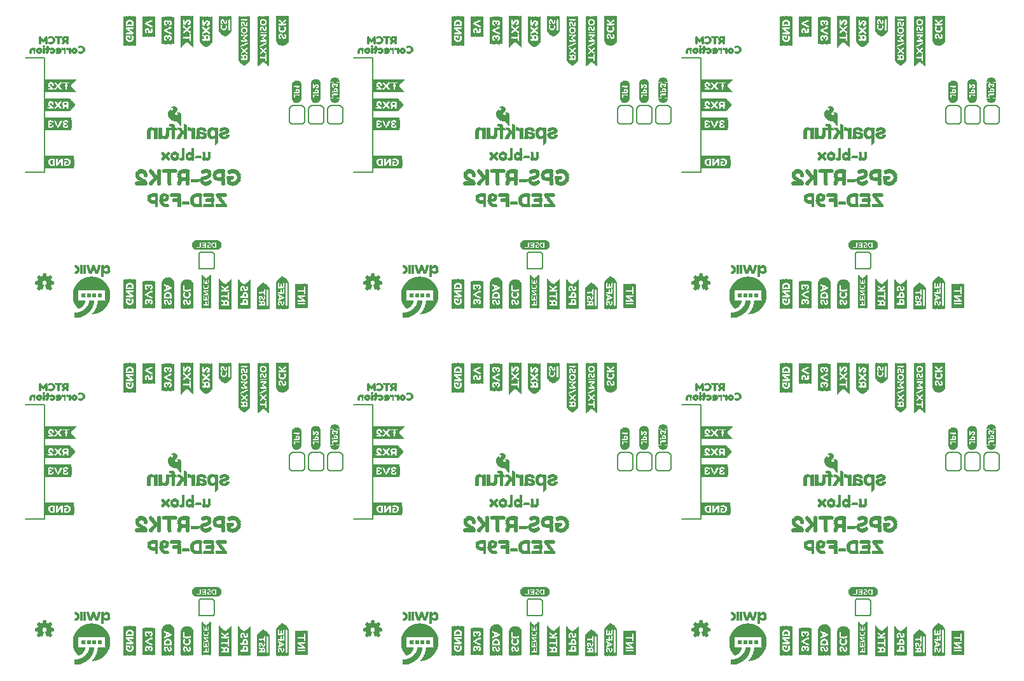
<source format=gbo>
G75*
%MOIN*%
%OFA0B0*%
%FSLAX25Y25*%
%IPPOS*%
%LPD*%
%AMOC8*
5,1,8,0,0,1.08239X$1,22.5*
%
%ADD10C,0.00800*%
%ADD11C,0.00299*%
%ADD12R,0.00157X0.13858*%
%ADD13R,0.00157X0.14331*%
%ADD14R,0.00157X0.14646*%
%ADD15R,0.00157X0.14961*%
%ADD16R,0.00157X0.15118*%
%ADD17R,0.00157X0.15276*%
%ADD18R,0.00157X0.15433*%
%ADD19R,0.00157X0.02835*%
%ADD20R,0.00157X0.11969*%
%ADD21R,0.00157X0.02520*%
%ADD22R,0.00157X0.01102*%
%ADD23R,0.00157X0.03150*%
%ADD24R,0.00157X0.04567*%
%ADD25R,0.00157X0.02205*%
%ADD26R,0.00157X0.00787*%
%ADD27R,0.00157X0.02677*%
%ADD28R,0.00157X0.04409*%
%ADD29R,0.00157X0.02047*%
%ADD30R,0.00157X0.00630*%
%ADD31R,0.00157X0.01890*%
%ADD32R,0.00157X0.01732*%
%ADD33R,0.00157X0.01575*%
%ADD34R,0.00157X0.00945*%
%ADD35R,0.00157X0.02362*%
%ADD36R,0.00157X0.01260*%
%ADD37R,0.00157X0.01417*%
%ADD38R,0.00157X0.04252*%
%ADD39R,0.00157X0.00315*%
%ADD40R,0.00157X0.04094*%
%ADD41R,0.00157X0.00472*%
%ADD42R,0.00157X0.03937*%
%ADD43R,0.00157X0.03307*%
%ADD44R,0.00157X0.03780*%
%ADD45R,0.00157X0.03465*%
%ADD46R,0.00157X0.02992*%
%ADD47R,0.00157X0.12913*%
%ADD48R,0.00157X0.13386*%
%ADD49R,0.00157X0.13701*%
%ADD50R,0.00157X0.14016*%
%ADD51R,0.00157X0.14173*%
%ADD52R,0.00157X0.14488*%
%ADD53R,0.00157X0.07087*%
%ADD54R,0.00157X0.04882*%
%ADD55R,0.00157X0.05039*%
%ADD56R,0.00157X0.05197*%
%ADD57R,0.00157X0.03622*%
%ADD58R,0.00157X0.00157*%
%ADD59R,0.00157X0.11024*%
%ADD60R,0.00157X0.12756*%
%ADD61R,0.01181X0.00236*%
%ADD62R,0.00945X0.00236*%
%ADD63R,0.01654X0.00236*%
%ADD64R,0.01417X0.00236*%
%ADD65R,0.00472X0.00236*%
%ADD66R,0.02126X0.00236*%
%ADD67R,0.00709X0.00236*%
%ADD68R,0.03543X0.00236*%
%ADD69R,0.02835X0.00236*%
%ADD70R,0.04016X0.00236*%
%ADD71R,0.03307X0.00236*%
%ADD72R,0.03780X0.00236*%
%ADD73R,0.01890X0.00236*%
%ADD74R,0.04252X0.00236*%
%ADD75R,0.04488X0.00236*%
%ADD76R,0.03071X0.00236*%
%ADD77R,0.02598X0.00236*%
%ADD78R,0.02362X0.00236*%
%ADD79R,0.00236X0.00236*%
%ADD80R,0.01654X0.00079*%
%ADD81R,0.03228X0.00079*%
%ADD82R,0.03858X0.00079*%
%ADD83R,0.04646X0.00079*%
%ADD84R,0.05276X0.00079*%
%ADD85R,0.05748X0.00079*%
%ADD86R,0.06299X0.00079*%
%ADD87R,0.06693X0.00079*%
%ADD88R,0.07165X0.00079*%
%ADD89R,0.07480X0.00079*%
%ADD90R,0.07795X0.00079*%
%ADD91R,0.08268X0.00079*%
%ADD92R,0.08504X0.00079*%
%ADD93R,0.08898X0.00079*%
%ADD94R,0.09213X0.00079*%
%ADD95R,0.09449X0.00079*%
%ADD96R,0.09764X0.00079*%
%ADD97R,0.10000X0.00079*%
%ADD98R,0.10236X0.00079*%
%ADD99R,0.10551X0.00079*%
%ADD100R,0.10709X0.00079*%
%ADD101R,0.11024X0.00079*%
%ADD102R,0.11181X0.00079*%
%ADD103R,0.11417X0.00079*%
%ADD104R,0.11654X0.00079*%
%ADD105R,0.11811X0.00079*%
%ADD106R,0.12047X0.00079*%
%ADD107R,0.12283X0.00079*%
%ADD108R,0.12441X0.00079*%
%ADD109R,0.12598X0.00079*%
%ADD110R,0.12835X0.00079*%
%ADD111R,0.12992X0.00079*%
%ADD112R,0.13150X0.00079*%
%ADD113R,0.13307X0.00079*%
%ADD114R,0.13465X0.00079*%
%ADD115R,0.13622X0.00079*%
%ADD116R,0.13858X0.00079*%
%ADD117R,0.13937X0.00079*%
%ADD118R,0.14094X0.00079*%
%ADD119R,0.14252X0.00079*%
%ADD120R,0.14409X0.00079*%
%ADD121R,0.14567X0.00079*%
%ADD122R,0.14724X0.00079*%
%ADD123R,0.14882X0.00079*%
%ADD124R,0.14961X0.00079*%
%ADD125R,0.15118X0.00079*%
%ADD126R,0.15197X0.00079*%
%ADD127R,0.15354X0.00079*%
%ADD128R,0.15512X0.00079*%
%ADD129R,0.15591X0.00079*%
%ADD130R,0.15669X0.00079*%
%ADD131R,0.15827X0.00079*%
%ADD132R,0.15984X0.00079*%
%ADD133R,0.16063X0.00079*%
%ADD134R,0.16142X0.00079*%
%ADD135R,0.16220X0.00079*%
%ADD136R,0.16378X0.00079*%
%ADD137R,0.16457X0.00079*%
%ADD138R,0.16535X0.00079*%
%ADD139R,0.16693X0.00079*%
%ADD140R,0.16772X0.00079*%
%ADD141R,0.16850X0.00079*%
%ADD142R,0.16929X0.00079*%
%ADD143R,0.17008X0.00079*%
%ADD144R,0.17087X0.00079*%
%ADD145R,0.17244X0.00079*%
%ADD146R,0.17323X0.00079*%
%ADD147R,0.17480X0.00079*%
%ADD148R,0.17559X0.00079*%
%ADD149R,0.17717X0.00079*%
%ADD150R,0.17795X0.00079*%
%ADD151R,0.17874X0.00079*%
%ADD152R,0.17953X0.00079*%
%ADD153R,0.18031X0.00079*%
%ADD154R,0.18110X0.00079*%
%ADD155R,0.18189X0.00079*%
%ADD156R,0.18268X0.00079*%
%ADD157R,0.18346X0.00079*%
%ADD158R,0.18425X0.00079*%
%ADD159R,0.18504X0.00079*%
%ADD160R,0.18583X0.00079*%
%ADD161R,0.18661X0.00079*%
%ADD162R,0.02362X0.00079*%
%ADD163R,0.02520X0.00079*%
%ADD164R,0.02441X0.00079*%
%ADD165R,0.02283X0.00079*%
%ADD166R,0.02598X0.00079*%
%ADD167R,0.02677X0.00079*%
%ADD168R,0.02756X0.00079*%
%ADD169R,0.01811X0.00079*%
%ADD170R,0.01890X0.00079*%
%ADD171R,0.01969X0.00079*%
%ADD172R,0.02835X0.00079*%
%ADD173R,0.02205X0.00079*%
%ADD174R,0.05827X0.00079*%
%ADD175R,0.06220X0.00079*%
%ADD176R,0.06142X0.00079*%
%ADD177R,0.06063X0.00079*%
%ADD178R,0.05984X0.00079*%
%ADD179R,0.05906X0.00079*%
%ADD180R,0.05669X0.00079*%
%ADD181R,0.05512X0.00079*%
%ADD182R,0.05591X0.00079*%
%ADD183R,0.05433X0.00079*%
%ADD184R,0.05354X0.00079*%
%ADD185R,0.05197X0.00079*%
%ADD186R,0.05118X0.00079*%
%ADD187R,0.04961X0.00079*%
%ADD188R,0.04803X0.00079*%
%ADD189R,0.04724X0.00079*%
%ADD190R,0.04488X0.00079*%
%ADD191R,0.02913X0.00079*%
%ADD192R,0.04331X0.00079*%
%ADD193R,0.04252X0.00079*%
%ADD194R,0.04094X0.00079*%
%ADD195R,0.04016X0.00079*%
%ADD196R,0.03937X0.00079*%
%ADD197R,0.03780X0.00079*%
%ADD198R,0.03622X0.00079*%
%ADD199R,0.02992X0.00079*%
%ADD200R,0.03543X0.00079*%
%ADD201R,0.03386X0.00079*%
%ADD202R,0.05039X0.00079*%
%ADD203R,0.03150X0.00079*%
%ADD204R,0.03071X0.00079*%
%ADD205R,0.02126X0.00079*%
%ADD206R,0.04882X0.00079*%
%ADD207R,0.01732X0.00079*%
%ADD208R,0.01496X0.00079*%
%ADD209R,0.01260X0.00079*%
%ADD210R,0.01102X0.00079*%
%ADD211R,0.03307X0.00079*%
%ADD212R,0.00866X0.00079*%
%ADD213R,0.00551X0.00079*%
%ADD214R,0.04567X0.00079*%
%ADD215R,0.00079X0.00079*%
%ADD216R,0.03465X0.00079*%
%ADD217R,0.04409X0.00079*%
%ADD218R,0.03701X0.00079*%
%ADD219R,0.04173X0.00079*%
%ADD220R,0.00236X0.00079*%
%ADD221R,0.07244X0.00079*%
%ADD222R,0.07087X0.00079*%
%ADD223R,0.07008X0.00079*%
%ADD224R,0.06929X0.00079*%
%ADD225R,0.06850X0.00079*%
%ADD226R,0.01575X0.00079*%
%ADD227R,0.01181X0.00079*%
%ADD228R,0.06614X0.00079*%
%ADD229R,0.00472X0.00079*%
%ADD230R,0.06535X0.00079*%
%ADD231R,0.06378X0.00079*%
%ADD232R,0.01063X0.00079*%
%ADD233R,0.01378X0.00079*%
%ADD234R,0.01457X0.00079*%
%ADD235R,0.01417X0.00079*%
%ADD236R,0.00827X0.00079*%
%ADD237R,0.01299X0.00079*%
%ADD238R,0.01142X0.00079*%
%ADD239R,0.02598X0.00118*%
%ADD240R,0.01457X0.00118*%
%ADD241R,0.01378X0.00118*%
%ADD242R,0.01575X0.00118*%
%ADD243R,0.01732X0.00118*%
%ADD244R,0.04213X0.00079*%
%ADD245R,0.02047X0.00079*%
%ADD246R,0.01929X0.00079*%
%ADD247R,0.01614X0.00079*%
%ADD248R,0.01772X0.00079*%
%ADD249R,0.01693X0.00079*%
%ADD250R,0.01535X0.00079*%
%ADD251R,0.01535X0.00118*%
%ADD252R,0.01693X0.00118*%
%ADD253R,0.01299X0.00118*%
%ADD254R,0.02205X0.00118*%
%ADD255R,0.01220X0.00118*%
%ADD256R,0.01220X0.00079*%
%ADD257R,0.01339X0.00079*%
%ADD258R,0.01260X0.00118*%
%ADD259R,0.01063X0.00118*%
%ADD260R,0.01142X0.00118*%
%ADD261R,0.02402X0.00079*%
%ADD262R,0.02008X0.00079*%
%ADD263R,0.04331X0.00118*%
%ADD264R,0.01772X0.00118*%
%ADD265R,0.01969X0.00118*%
%ADD266R,0.04134X0.00079*%
%ADD267R,0.00984X0.00079*%
%ADD268R,0.00748X0.00079*%
%ADD269R,0.00157X0.11181*%
%ADD270R,0.00157X0.11496*%
%ADD271R,0.00157X0.11654*%
%ADD272R,0.00157X0.13071*%
%ADD273R,0.00157X0.13228*%
%ADD274R,0.00157X0.11811*%
%ADD275R,0.00157X0.14803*%
%ADD276R,0.00157X0.15906*%
%ADD277R,0.00157X0.16063*%
%ADD278R,0.00157X0.16220*%
%ADD279R,0.00157X0.16378*%
%ADD280R,0.00157X0.09921*%
%ADD281C,0.00600*%
%ADD282R,0.00118X0.08858*%
%ADD283R,0.00118X0.09567*%
%ADD284R,0.00079X0.10039*%
%ADD285R,0.00157X0.10512*%
%ADD286R,0.00118X0.10748*%
%ADD287R,0.00118X0.10984*%
%ADD288R,0.00079X0.11220*%
%ADD289R,0.00118X0.07913*%
%ADD290R,0.00118X0.02953*%
%ADD291R,0.00157X0.03543*%
%ADD292R,0.00157X0.01535*%
%ADD293R,0.00118X0.03543*%
%ADD294R,0.00118X0.00472*%
%ADD295R,0.00118X0.01063*%
%ADD296R,0.00118X0.02598*%
%ADD297R,0.00118X0.00354*%
%ADD298R,0.00118X0.00827*%
%ADD299R,0.00118X0.00591*%
%ADD300R,0.00157X0.03661*%
%ADD301R,0.00157X0.00354*%
%ADD302R,0.00157X0.02598*%
%ADD303R,0.00118X0.03661*%
%ADD304R,0.00118X0.00709*%
%ADD305R,0.00118X0.02480*%
%ADD306R,0.00118X0.03780*%
%ADD307R,0.00118X0.00236*%
%ADD308R,0.00157X0.00236*%
%ADD309R,0.00157X0.00827*%
%ADD310R,0.00118X0.00945*%
%ADD311R,0.00157X0.01654*%
%ADD312R,0.00157X0.02717*%
%ADD313R,0.00118X0.01417*%
%ADD314R,0.00118X0.02717*%
%ADD315R,0.00118X0.02835*%
%ADD316R,0.00118X0.01299*%
%ADD317R,0.00157X0.01181*%
%ADD318R,0.00157X0.03071*%
%ADD319R,0.00118X0.01181*%
%ADD320R,0.00118X0.03189*%
%ADD321R,0.00118X0.02008*%
%ADD322R,0.00118X0.03425*%
%ADD323R,0.00118X0.02244*%
%ADD324R,0.00118X0.01890*%
%ADD325R,0.00118X0.02126*%
%ADD326R,0.00157X0.02126*%
%ADD327R,0.00118X0.11220*%
%ADD328R,0.00118X0.10512*%
%ADD329R,0.00118X0.10039*%
%ADD330R,0.00118X0.17598*%
%ADD331R,0.00118X0.17480*%
%ADD332R,0.00079X0.17362*%
%ADD333R,0.00157X0.17244*%
%ADD334R,0.00118X0.17126*%
%ADD335R,0.00118X0.17008*%
%ADD336R,0.00079X0.16890*%
%ADD337R,0.00118X0.05197*%
%ADD338R,0.00157X0.01299*%
%ADD339R,0.00157X0.00709*%
%ADD340R,0.00157X0.01063*%
%ADD341R,0.00118X0.02362*%
%ADD342R,0.00157X0.00591*%
%ADD343R,0.00157X0.02244*%
%ADD344R,0.00157X0.00118*%
%ADD345R,0.00118X0.00118*%
%ADD346R,0.00157X0.02008*%
%ADD347R,0.00118X0.01535*%
%ADD348R,0.00118X0.01772*%
%ADD349R,0.00118X0.16890*%
%ADD350R,0.00118X0.17244*%
%ADD351R,0.00118X0.17362*%
%ADD352R,0.00157X0.15748*%
%ADD353R,0.00157X0.15591*%
%ADD354R,0.00118X0.08622*%
%ADD355R,0.00079X0.09094*%
%ADD356R,0.00157X0.09567*%
%ADD357R,0.00118X0.09803*%
%ADD358R,0.00079X0.10276*%
%ADD359R,0.00157X0.02480*%
%ADD360R,0.00118X0.10276*%
%ADD361R,0.00118X0.09094*%
%ADD362R,0.00079X0.01181*%
%ADD363R,0.00079X0.07913*%
%ADD364R,0.00157X0.07913*%
%ADD365R,0.00118X0.01654*%
%ADD366R,0.00079X0.01772*%
%ADD367R,0.00118X0.06142*%
%ADD368R,0.11693X0.00118*%
%ADD369R,0.12402X0.00118*%
%ADD370R,0.12874X0.00079*%
%ADD371R,0.13346X0.00157*%
%ADD372R,0.13583X0.00118*%
%ADD373R,0.13819X0.00118*%
%ADD374R,0.14055X0.00079*%
%ADD375R,0.05669X0.00118*%
%ADD376R,0.08031X0.00118*%
%ADD377R,0.02244X0.00157*%
%ADD378R,0.01535X0.00157*%
%ADD379R,0.00827X0.00157*%
%ADD380R,0.00354X0.00157*%
%ADD381R,0.03661X0.00157*%
%ADD382R,0.02244X0.00118*%
%ADD383R,0.01181X0.00118*%
%ADD384R,0.00709X0.00118*%
%ADD385R,0.00236X0.00118*%
%ADD386R,0.03661X0.00118*%
%ADD387R,0.02362X0.00118*%
%ADD388R,0.00945X0.00118*%
%ADD389R,0.00591X0.00118*%
%ADD390R,0.02480X0.00157*%
%ADD391R,0.00591X0.00157*%
%ADD392R,0.00236X0.00157*%
%ADD393R,0.03780X0.00157*%
%ADD394R,0.02480X0.00118*%
%ADD395R,0.00472X0.00118*%
%ADD396R,0.00354X0.00118*%
%ADD397R,0.03780X0.00118*%
%ADD398R,0.01890X0.00118*%
%ADD399R,0.03898X0.00118*%
%ADD400R,0.02598X0.00157*%
%ADD401R,0.01063X0.00157*%
%ADD402R,0.01772X0.00157*%
%ADD403R,0.01890X0.00157*%
%ADD404R,0.03898X0.00157*%
%ADD405R,0.01181X0.00157*%
%ADD406R,0.00709X0.00157*%
%ADD407R,0.00827X0.00118*%
%ADD408R,0.02126X0.00118*%
%ADD409R,0.01299X0.00157*%
%ADD410R,0.02126X0.00157*%
%ADD411R,0.14055X0.00118*%
%ADD412R,0.13346X0.00118*%
%ADD413R,0.12874X0.00118*%
%ADD414R,0.00157X0.10551*%
%ADD415R,0.00157X0.07874*%
%ADD416R,0.00157X0.08031*%
%ADD417R,0.00157X0.08346*%
%ADD418R,0.00157X0.08504*%
%ADD419R,0.00157X0.09606*%
%ADD420R,0.00157X0.09764*%
%ADD421R,0.00157X0.10079*%
%ADD422R,0.00157X0.08661*%
%ADD423R,0.00157X0.23425*%
%ADD424R,0.00118X0.23543*%
%ADD425R,0.00157X0.23819*%
%ADD426R,0.00118X0.23976*%
%ADD427R,0.00157X0.24094*%
%ADD428R,0.00118X0.24252*%
%ADD429R,0.00157X0.13898*%
%ADD430R,0.00118X0.04961*%
%ADD431R,0.00118X0.02205*%
%ADD432R,0.00118X0.06063*%
%ADD433R,0.00118X0.02756*%
%ADD434R,0.00118X0.03701*%
%ADD435R,0.00157X0.01772*%
%ADD436R,0.00157X0.01929*%
%ADD437R,0.00157X0.00433*%
%ADD438R,0.00157X0.01811*%
%ADD439R,0.00157X0.00984*%
%ADD440R,0.00157X0.01496*%
%ADD441R,0.00118X0.01929*%
%ADD442R,0.00118X0.00433*%
%ADD443R,0.00118X0.02047*%
%ADD444R,0.00118X0.01102*%
%ADD445R,0.00118X0.01496*%
%ADD446R,0.00157X0.00551*%
%ADD447R,0.00157X0.01378*%
%ADD448R,0.00118X0.00394*%
%ADD449R,0.00118X0.01260*%
%ADD450R,0.00118X0.00551*%
%ADD451R,0.00118X0.00984*%
%ADD452R,0.00157X0.02323*%
%ADD453R,0.00157X0.00669*%
%ADD454R,0.00118X0.00669*%
%ADD455R,0.00157X0.00394*%
%ADD456R,0.00118X0.00157*%
%ADD457R,0.00118X0.01811*%
%ADD458R,0.00118X0.02087*%
%ADD459R,0.00157X0.02756*%
%ADD460R,0.00118X0.02874*%
%ADD461R,0.00157X0.02874*%
%ADD462R,0.00118X0.00276*%
%ADD463R,0.00157X0.00276*%
%ADD464R,0.00118X0.01378*%
%ADD465R,0.00118X0.01220*%
%ADD466R,0.00157X0.01220*%
%ADD467R,0.00157X0.08268*%
%ADD468R,0.00118X0.08425*%
%ADD469R,0.00118X0.15433*%
%ADD470R,0.00157X0.26299*%
%ADD471R,0.00118X0.26181*%
%ADD472R,0.00157X0.26024*%
%ADD473R,0.00118X0.25906*%
%ADD474R,0.00157X0.25748*%
%ADD475R,0.00118X0.25630*%
%ADD476R,0.00157X0.14055*%
%ADD477R,0.00118X0.05787*%
%ADD478R,0.00118X0.06772*%
%ADD479R,0.00118X0.03031*%
%ADD480R,0.00118X0.02323*%
%ADD481R,0.00118X0.02638*%
%ADD482R,0.00118X0.02913*%
%ADD483R,0.00157X0.03031*%
%ADD484R,0.00118X0.03307*%
%ADD485R,0.00157X0.09370*%
%ADD486R,0.00118X0.15551*%
%ADD487C,0.00300*%
%ADD488R,0.02205X0.00315*%
%ADD489R,0.03150X0.00315*%
%ADD490R,0.02835X0.00315*%
%ADD491R,0.06929X0.00315*%
%ADD492R,0.00630X0.00315*%
%ADD493R,0.00945X0.00315*%
%ADD494R,0.01890X0.00315*%
%ADD495R,0.03780X0.00315*%
%ADD496R,0.04724X0.00315*%
%ADD497R,0.04409X0.00315*%
%ADD498R,0.07874X0.00315*%
%ADD499R,0.01575X0.00315*%
%ADD500R,0.05039X0.00315*%
%ADD501R,0.05354X0.00315*%
%ADD502R,0.08189X0.00315*%
%ADD503R,0.04094X0.00315*%
%ADD504R,0.05669X0.00315*%
%ADD505R,0.02520X0.00315*%
%ADD506R,0.05984X0.00315*%
%ADD507R,0.06299X0.00315*%
%ADD508R,0.07559X0.00315*%
%ADD509R,0.06614X0.00315*%
%ADD510R,0.00315X0.00315*%
%ADD511R,0.03465X0.00315*%
%ADD512R,0.01260X0.00315*%
%ADD513R,0.14331X0.00157*%
%ADD514R,0.02835X0.00157*%
%ADD515R,0.07087X0.00157*%
%ADD516R,0.02362X0.00157*%
%ADD517R,0.01102X0.00157*%
%ADD518R,0.02205X0.00157*%
%ADD519R,0.00787X0.00157*%
%ADD520R,0.02047X0.00157*%
%ADD521R,0.00630X0.00157*%
%ADD522R,0.00472X0.00157*%
%ADD523R,0.00315X0.00157*%
%ADD524R,0.01732X0.00157*%
%ADD525R,0.01575X0.00157*%
%ADD526R,0.01417X0.00157*%
%ADD527R,0.01260X0.00157*%
%ADD528R,0.00945X0.00157*%
%ADD529R,0.03465X0.00157*%
%ADD530R,0.02992X0.00157*%
%ADD531R,0.02520X0.00157*%
%ADD532R,0.15276X0.00157*%
%ADD533R,0.03307X0.00157*%
%ADD534R,0.11024X0.00157*%
%ADD535R,0.02677X0.00157*%
%ADD536R,0.03150X0.00157*%
%ADD537R,0.04409X0.00276*%
%ADD538R,0.02480X0.00276*%
%ADD539R,0.01654X0.00276*%
%ADD540R,0.05512X0.00315*%
%ADD541R,0.04134X0.00315*%
%ADD542R,0.02756X0.00315*%
%ADD543R,0.05787X0.00276*%
%ADD544R,0.05512X0.00276*%
%ADD545R,0.04685X0.00276*%
%ADD546R,0.03583X0.00276*%
%ADD547R,0.05787X0.00236*%
%ADD548R,0.04961X0.00236*%
%ADD549R,0.04134X0.00236*%
%ADD550R,0.05787X0.00315*%
%ADD551R,0.05236X0.00315*%
%ADD552R,0.05236X0.00276*%
%ADD553R,0.01929X0.00276*%
%ADD554R,0.02205X0.00276*%
%ADD555R,0.02205X0.00236*%
%ADD556R,0.02480X0.00236*%
%ADD557R,0.01929X0.00236*%
%ADD558R,0.01654X0.00315*%
%ADD559R,0.01929X0.00315*%
%ADD560R,0.03858X0.00276*%
%ADD561R,0.04134X0.00276*%
%ADD562R,0.04961X0.00276*%
%ADD563R,0.04685X0.00315*%
%ADD564R,0.03858X0.00315*%
%ADD565R,0.03307X0.00276*%
%ADD566R,0.00276X0.00276*%
%ADD567R,0.05236X0.00236*%
%ADD568R,0.03858X0.00236*%
%ADD569R,0.02756X0.00276*%
%ADD570R,0.05512X0.00236*%
%ADD571R,0.01378X0.00236*%
%ADD572R,0.01102X0.00236*%
%ADD573R,0.03937X0.00157*%
%ADD574R,0.03622X0.00157*%
%ADD575R,0.04567X0.00157*%
%ADD576R,0.00157X0.16535*%
%ADD577R,0.00157X0.06614*%
%ADD578R,0.00157X0.05669*%
%ADD579R,0.16535X0.00157*%
%ADD580R,0.16378X0.00157*%
%ADD581R,0.16220X0.00157*%
%ADD582R,0.16063X0.00157*%
%ADD583R,0.15906X0.00157*%
%ADD584R,0.15748X0.00157*%
%ADD585R,0.15591X0.00157*%
%ADD586R,0.06614X0.00157*%
%ADD587R,0.13228X0.00157*%
%ADD588R,0.13386X0.00157*%
%ADD589R,0.13701X0.00157*%
%ADD590R,0.13858X0.00157*%
%ADD591R,0.14016X0.00157*%
%ADD592R,0.14173X0.00157*%
%ADD593R,0.05669X0.00157*%
D10*
X0053342Y0118750D02*
X0063342Y0118750D01*
X0063342Y0178750D01*
X0053342Y0178750D01*
X0191842Y0151750D02*
X0191842Y0145750D01*
X0191844Y0145667D01*
X0191850Y0145584D01*
X0191859Y0145501D01*
X0191873Y0145419D01*
X0191890Y0145338D01*
X0191911Y0145257D01*
X0191935Y0145178D01*
X0191964Y0145100D01*
X0191995Y0145023D01*
X0192031Y0144948D01*
X0192069Y0144874D01*
X0192112Y0144802D01*
X0192157Y0144733D01*
X0192206Y0144665D01*
X0192257Y0144600D01*
X0192312Y0144537D01*
X0192369Y0144477D01*
X0192429Y0144420D01*
X0192492Y0144365D01*
X0192557Y0144314D01*
X0192625Y0144265D01*
X0192694Y0144220D01*
X0192766Y0144177D01*
X0192840Y0144139D01*
X0192915Y0144103D01*
X0192992Y0144072D01*
X0193070Y0144043D01*
X0193149Y0144019D01*
X0193230Y0143998D01*
X0193311Y0143981D01*
X0193393Y0143967D01*
X0193476Y0143958D01*
X0193559Y0143952D01*
X0193642Y0143950D01*
X0198042Y0143950D01*
X0198125Y0143952D01*
X0198208Y0143958D01*
X0198291Y0143967D01*
X0198373Y0143981D01*
X0198454Y0143998D01*
X0198535Y0144019D01*
X0198614Y0144043D01*
X0198692Y0144072D01*
X0198769Y0144103D01*
X0198844Y0144139D01*
X0198918Y0144177D01*
X0198990Y0144220D01*
X0199059Y0144265D01*
X0199127Y0144314D01*
X0199192Y0144365D01*
X0199255Y0144420D01*
X0199315Y0144477D01*
X0199372Y0144537D01*
X0199427Y0144600D01*
X0199478Y0144665D01*
X0199527Y0144733D01*
X0199572Y0144802D01*
X0199615Y0144874D01*
X0199653Y0144948D01*
X0199689Y0145023D01*
X0199720Y0145100D01*
X0199749Y0145178D01*
X0199773Y0145257D01*
X0199794Y0145338D01*
X0199811Y0145419D01*
X0199825Y0145501D01*
X0199834Y0145584D01*
X0199840Y0145667D01*
X0199842Y0145750D01*
X0199842Y0151750D01*
X0199840Y0151833D01*
X0199834Y0151916D01*
X0199825Y0151999D01*
X0199811Y0152081D01*
X0199794Y0152162D01*
X0199773Y0152243D01*
X0199749Y0152322D01*
X0199720Y0152400D01*
X0199689Y0152477D01*
X0199653Y0152552D01*
X0199615Y0152626D01*
X0199572Y0152698D01*
X0199527Y0152767D01*
X0199478Y0152835D01*
X0199427Y0152900D01*
X0199372Y0152963D01*
X0199315Y0153023D01*
X0199255Y0153080D01*
X0199192Y0153135D01*
X0199127Y0153186D01*
X0199059Y0153235D01*
X0198990Y0153280D01*
X0198918Y0153323D01*
X0198844Y0153361D01*
X0198769Y0153397D01*
X0198692Y0153428D01*
X0198614Y0153457D01*
X0198535Y0153481D01*
X0198454Y0153502D01*
X0198373Y0153519D01*
X0198291Y0153533D01*
X0198208Y0153542D01*
X0198125Y0153548D01*
X0198042Y0153550D01*
X0193642Y0153550D01*
X0193559Y0153548D01*
X0193476Y0153542D01*
X0193393Y0153533D01*
X0193311Y0153519D01*
X0193230Y0153502D01*
X0193149Y0153481D01*
X0193070Y0153457D01*
X0192992Y0153428D01*
X0192915Y0153397D01*
X0192840Y0153361D01*
X0192766Y0153323D01*
X0192694Y0153280D01*
X0192625Y0153235D01*
X0192557Y0153186D01*
X0192492Y0153135D01*
X0192429Y0153080D01*
X0192369Y0153023D01*
X0192312Y0152963D01*
X0192257Y0152900D01*
X0192206Y0152835D01*
X0192157Y0152767D01*
X0192112Y0152698D01*
X0192069Y0152626D01*
X0192031Y0152552D01*
X0191995Y0152477D01*
X0191964Y0152400D01*
X0191935Y0152322D01*
X0191911Y0152243D01*
X0191890Y0152162D01*
X0191873Y0152081D01*
X0191859Y0151999D01*
X0191850Y0151916D01*
X0191844Y0151833D01*
X0191842Y0151750D01*
X0201842Y0151750D02*
X0201842Y0145750D01*
X0201844Y0145667D01*
X0201850Y0145584D01*
X0201859Y0145501D01*
X0201873Y0145419D01*
X0201890Y0145338D01*
X0201911Y0145257D01*
X0201935Y0145178D01*
X0201964Y0145100D01*
X0201995Y0145023D01*
X0202031Y0144948D01*
X0202069Y0144874D01*
X0202112Y0144802D01*
X0202157Y0144733D01*
X0202206Y0144665D01*
X0202257Y0144600D01*
X0202312Y0144537D01*
X0202369Y0144477D01*
X0202429Y0144420D01*
X0202492Y0144365D01*
X0202557Y0144314D01*
X0202625Y0144265D01*
X0202694Y0144220D01*
X0202766Y0144177D01*
X0202840Y0144139D01*
X0202915Y0144103D01*
X0202992Y0144072D01*
X0203070Y0144043D01*
X0203149Y0144019D01*
X0203230Y0143998D01*
X0203311Y0143981D01*
X0203393Y0143967D01*
X0203476Y0143958D01*
X0203559Y0143952D01*
X0203642Y0143950D01*
X0208042Y0143950D01*
X0208125Y0143952D01*
X0208208Y0143958D01*
X0208291Y0143967D01*
X0208373Y0143981D01*
X0208454Y0143998D01*
X0208535Y0144019D01*
X0208614Y0144043D01*
X0208692Y0144072D01*
X0208769Y0144103D01*
X0208844Y0144139D01*
X0208918Y0144177D01*
X0208990Y0144220D01*
X0209059Y0144265D01*
X0209127Y0144314D01*
X0209192Y0144365D01*
X0209255Y0144420D01*
X0209315Y0144477D01*
X0209372Y0144537D01*
X0209427Y0144600D01*
X0209478Y0144665D01*
X0209527Y0144733D01*
X0209572Y0144802D01*
X0209615Y0144874D01*
X0209653Y0144948D01*
X0209689Y0145023D01*
X0209720Y0145100D01*
X0209749Y0145178D01*
X0209773Y0145257D01*
X0209794Y0145338D01*
X0209811Y0145419D01*
X0209825Y0145501D01*
X0209834Y0145584D01*
X0209840Y0145667D01*
X0209842Y0145750D01*
X0209842Y0151750D01*
X0209840Y0151833D01*
X0209834Y0151916D01*
X0209825Y0151999D01*
X0209811Y0152081D01*
X0209794Y0152162D01*
X0209773Y0152243D01*
X0209749Y0152322D01*
X0209720Y0152400D01*
X0209689Y0152477D01*
X0209653Y0152552D01*
X0209615Y0152626D01*
X0209572Y0152698D01*
X0209527Y0152767D01*
X0209478Y0152835D01*
X0209427Y0152900D01*
X0209372Y0152963D01*
X0209315Y0153023D01*
X0209255Y0153080D01*
X0209192Y0153135D01*
X0209127Y0153186D01*
X0209059Y0153235D01*
X0208990Y0153280D01*
X0208918Y0153323D01*
X0208844Y0153361D01*
X0208769Y0153397D01*
X0208692Y0153428D01*
X0208614Y0153457D01*
X0208535Y0153481D01*
X0208454Y0153502D01*
X0208373Y0153519D01*
X0208291Y0153533D01*
X0208208Y0153542D01*
X0208125Y0153548D01*
X0208042Y0153550D01*
X0203642Y0153550D01*
X0203559Y0153548D01*
X0203476Y0153542D01*
X0203393Y0153533D01*
X0203311Y0153519D01*
X0203230Y0153502D01*
X0203149Y0153481D01*
X0203070Y0153457D01*
X0202992Y0153428D01*
X0202915Y0153397D01*
X0202840Y0153361D01*
X0202766Y0153323D01*
X0202694Y0153280D01*
X0202625Y0153235D01*
X0202557Y0153186D01*
X0202492Y0153135D01*
X0202429Y0153080D01*
X0202369Y0153023D01*
X0202312Y0152963D01*
X0202257Y0152900D01*
X0202206Y0152835D01*
X0202157Y0152767D01*
X0202112Y0152698D01*
X0202069Y0152626D01*
X0202031Y0152552D01*
X0201995Y0152477D01*
X0201964Y0152400D01*
X0201935Y0152322D01*
X0201911Y0152243D01*
X0201890Y0152162D01*
X0201873Y0152081D01*
X0201859Y0151999D01*
X0201850Y0151916D01*
X0201844Y0151833D01*
X0201842Y0151750D01*
X0211842Y0151750D02*
X0211842Y0145750D01*
X0211844Y0145667D01*
X0211850Y0145584D01*
X0211859Y0145501D01*
X0211873Y0145419D01*
X0211890Y0145338D01*
X0211911Y0145257D01*
X0211935Y0145178D01*
X0211964Y0145100D01*
X0211995Y0145023D01*
X0212031Y0144948D01*
X0212069Y0144874D01*
X0212112Y0144802D01*
X0212157Y0144733D01*
X0212206Y0144665D01*
X0212257Y0144600D01*
X0212312Y0144537D01*
X0212369Y0144477D01*
X0212429Y0144420D01*
X0212492Y0144365D01*
X0212557Y0144314D01*
X0212625Y0144265D01*
X0212694Y0144220D01*
X0212766Y0144177D01*
X0212840Y0144139D01*
X0212915Y0144103D01*
X0212992Y0144072D01*
X0213070Y0144043D01*
X0213149Y0144019D01*
X0213230Y0143998D01*
X0213311Y0143981D01*
X0213393Y0143967D01*
X0213476Y0143958D01*
X0213559Y0143952D01*
X0213642Y0143950D01*
X0218042Y0143950D01*
X0218125Y0143952D01*
X0218208Y0143958D01*
X0218291Y0143967D01*
X0218373Y0143981D01*
X0218454Y0143998D01*
X0218535Y0144019D01*
X0218614Y0144043D01*
X0218692Y0144072D01*
X0218769Y0144103D01*
X0218844Y0144139D01*
X0218918Y0144177D01*
X0218990Y0144220D01*
X0219059Y0144265D01*
X0219127Y0144314D01*
X0219192Y0144365D01*
X0219255Y0144420D01*
X0219315Y0144477D01*
X0219372Y0144537D01*
X0219427Y0144600D01*
X0219478Y0144665D01*
X0219527Y0144733D01*
X0219572Y0144802D01*
X0219615Y0144874D01*
X0219653Y0144948D01*
X0219689Y0145023D01*
X0219720Y0145100D01*
X0219749Y0145178D01*
X0219773Y0145257D01*
X0219794Y0145338D01*
X0219811Y0145419D01*
X0219825Y0145501D01*
X0219834Y0145584D01*
X0219840Y0145667D01*
X0219842Y0145750D01*
X0219842Y0151750D01*
X0219840Y0151833D01*
X0219834Y0151916D01*
X0219825Y0151999D01*
X0219811Y0152081D01*
X0219794Y0152162D01*
X0219773Y0152243D01*
X0219749Y0152322D01*
X0219720Y0152400D01*
X0219689Y0152477D01*
X0219653Y0152552D01*
X0219615Y0152626D01*
X0219572Y0152698D01*
X0219527Y0152767D01*
X0219478Y0152835D01*
X0219427Y0152900D01*
X0219372Y0152963D01*
X0219315Y0153023D01*
X0219255Y0153080D01*
X0219192Y0153135D01*
X0219127Y0153186D01*
X0219059Y0153235D01*
X0218990Y0153280D01*
X0218918Y0153323D01*
X0218844Y0153361D01*
X0218769Y0153397D01*
X0218692Y0153428D01*
X0218614Y0153457D01*
X0218535Y0153481D01*
X0218454Y0153502D01*
X0218373Y0153519D01*
X0218291Y0153533D01*
X0218208Y0153542D01*
X0218125Y0153548D01*
X0218042Y0153550D01*
X0213642Y0153550D01*
X0213559Y0153548D01*
X0213476Y0153542D01*
X0213393Y0153533D01*
X0213311Y0153519D01*
X0213230Y0153502D01*
X0213149Y0153481D01*
X0213070Y0153457D01*
X0212992Y0153428D01*
X0212915Y0153397D01*
X0212840Y0153361D01*
X0212766Y0153323D01*
X0212694Y0153280D01*
X0212625Y0153235D01*
X0212557Y0153186D01*
X0212492Y0153135D01*
X0212429Y0153080D01*
X0212369Y0153023D01*
X0212312Y0152963D01*
X0212257Y0152900D01*
X0212206Y0152835D01*
X0212157Y0152767D01*
X0212112Y0152698D01*
X0212069Y0152626D01*
X0212031Y0152552D01*
X0211995Y0152477D01*
X0211964Y0152400D01*
X0211935Y0152322D01*
X0211911Y0152243D01*
X0211890Y0152162D01*
X0211873Y0152081D01*
X0211859Y0151999D01*
X0211850Y0151916D01*
X0211844Y0151833D01*
X0211842Y0151750D01*
X0225342Y0178750D02*
X0235342Y0178750D01*
X0235342Y0118750D01*
X0225342Y0118750D01*
X0363842Y0145750D02*
X0363842Y0151750D01*
X0363844Y0151833D01*
X0363850Y0151916D01*
X0363859Y0151999D01*
X0363873Y0152081D01*
X0363890Y0152162D01*
X0363911Y0152243D01*
X0363935Y0152322D01*
X0363964Y0152400D01*
X0363995Y0152477D01*
X0364031Y0152552D01*
X0364069Y0152626D01*
X0364112Y0152698D01*
X0364157Y0152767D01*
X0364206Y0152835D01*
X0364257Y0152900D01*
X0364312Y0152963D01*
X0364369Y0153023D01*
X0364429Y0153080D01*
X0364492Y0153135D01*
X0364557Y0153186D01*
X0364625Y0153235D01*
X0364694Y0153280D01*
X0364766Y0153323D01*
X0364840Y0153361D01*
X0364915Y0153397D01*
X0364992Y0153428D01*
X0365070Y0153457D01*
X0365149Y0153481D01*
X0365230Y0153502D01*
X0365311Y0153519D01*
X0365393Y0153533D01*
X0365476Y0153542D01*
X0365559Y0153548D01*
X0365642Y0153550D01*
X0370042Y0153550D01*
X0370125Y0153548D01*
X0370208Y0153542D01*
X0370291Y0153533D01*
X0370373Y0153519D01*
X0370454Y0153502D01*
X0370535Y0153481D01*
X0370614Y0153457D01*
X0370692Y0153428D01*
X0370769Y0153397D01*
X0370844Y0153361D01*
X0370918Y0153323D01*
X0370990Y0153280D01*
X0371059Y0153235D01*
X0371127Y0153186D01*
X0371192Y0153135D01*
X0371255Y0153080D01*
X0371315Y0153023D01*
X0371372Y0152963D01*
X0371427Y0152900D01*
X0371478Y0152835D01*
X0371527Y0152767D01*
X0371572Y0152698D01*
X0371615Y0152626D01*
X0371653Y0152552D01*
X0371689Y0152477D01*
X0371720Y0152400D01*
X0371749Y0152322D01*
X0371773Y0152243D01*
X0371794Y0152162D01*
X0371811Y0152081D01*
X0371825Y0151999D01*
X0371834Y0151916D01*
X0371840Y0151833D01*
X0371842Y0151750D01*
X0371842Y0145750D01*
X0371840Y0145667D01*
X0371834Y0145584D01*
X0371825Y0145501D01*
X0371811Y0145419D01*
X0371794Y0145338D01*
X0371773Y0145257D01*
X0371749Y0145178D01*
X0371720Y0145100D01*
X0371689Y0145023D01*
X0371653Y0144948D01*
X0371615Y0144874D01*
X0371572Y0144802D01*
X0371527Y0144733D01*
X0371478Y0144665D01*
X0371427Y0144600D01*
X0371372Y0144537D01*
X0371315Y0144477D01*
X0371255Y0144420D01*
X0371192Y0144365D01*
X0371127Y0144314D01*
X0371059Y0144265D01*
X0370990Y0144220D01*
X0370918Y0144177D01*
X0370844Y0144139D01*
X0370769Y0144103D01*
X0370692Y0144072D01*
X0370614Y0144043D01*
X0370535Y0144019D01*
X0370454Y0143998D01*
X0370373Y0143981D01*
X0370291Y0143967D01*
X0370208Y0143958D01*
X0370125Y0143952D01*
X0370042Y0143950D01*
X0365642Y0143950D01*
X0365559Y0143952D01*
X0365476Y0143958D01*
X0365393Y0143967D01*
X0365311Y0143981D01*
X0365230Y0143998D01*
X0365149Y0144019D01*
X0365070Y0144043D01*
X0364992Y0144072D01*
X0364915Y0144103D01*
X0364840Y0144139D01*
X0364766Y0144177D01*
X0364694Y0144220D01*
X0364625Y0144265D01*
X0364557Y0144314D01*
X0364492Y0144365D01*
X0364429Y0144420D01*
X0364369Y0144477D01*
X0364312Y0144537D01*
X0364257Y0144600D01*
X0364206Y0144665D01*
X0364157Y0144733D01*
X0364112Y0144802D01*
X0364069Y0144874D01*
X0364031Y0144948D01*
X0363995Y0145023D01*
X0363964Y0145100D01*
X0363935Y0145178D01*
X0363911Y0145257D01*
X0363890Y0145338D01*
X0363873Y0145419D01*
X0363859Y0145501D01*
X0363850Y0145584D01*
X0363844Y0145667D01*
X0363842Y0145750D01*
X0373842Y0145750D02*
X0373842Y0151750D01*
X0373844Y0151833D01*
X0373850Y0151916D01*
X0373859Y0151999D01*
X0373873Y0152081D01*
X0373890Y0152162D01*
X0373911Y0152243D01*
X0373935Y0152322D01*
X0373964Y0152400D01*
X0373995Y0152477D01*
X0374031Y0152552D01*
X0374069Y0152626D01*
X0374112Y0152698D01*
X0374157Y0152767D01*
X0374206Y0152835D01*
X0374257Y0152900D01*
X0374312Y0152963D01*
X0374369Y0153023D01*
X0374429Y0153080D01*
X0374492Y0153135D01*
X0374557Y0153186D01*
X0374625Y0153235D01*
X0374694Y0153280D01*
X0374766Y0153323D01*
X0374840Y0153361D01*
X0374915Y0153397D01*
X0374992Y0153428D01*
X0375070Y0153457D01*
X0375149Y0153481D01*
X0375230Y0153502D01*
X0375311Y0153519D01*
X0375393Y0153533D01*
X0375476Y0153542D01*
X0375559Y0153548D01*
X0375642Y0153550D01*
X0380042Y0153550D01*
X0380125Y0153548D01*
X0380208Y0153542D01*
X0380291Y0153533D01*
X0380373Y0153519D01*
X0380454Y0153502D01*
X0380535Y0153481D01*
X0380614Y0153457D01*
X0380692Y0153428D01*
X0380769Y0153397D01*
X0380844Y0153361D01*
X0380918Y0153323D01*
X0380990Y0153280D01*
X0381059Y0153235D01*
X0381127Y0153186D01*
X0381192Y0153135D01*
X0381255Y0153080D01*
X0381315Y0153023D01*
X0381372Y0152963D01*
X0381427Y0152900D01*
X0381478Y0152835D01*
X0381527Y0152767D01*
X0381572Y0152698D01*
X0381615Y0152626D01*
X0381653Y0152552D01*
X0381689Y0152477D01*
X0381720Y0152400D01*
X0381749Y0152322D01*
X0381773Y0152243D01*
X0381794Y0152162D01*
X0381811Y0152081D01*
X0381825Y0151999D01*
X0381834Y0151916D01*
X0381840Y0151833D01*
X0381842Y0151750D01*
X0381842Y0145750D01*
X0381840Y0145667D01*
X0381834Y0145584D01*
X0381825Y0145501D01*
X0381811Y0145419D01*
X0381794Y0145338D01*
X0381773Y0145257D01*
X0381749Y0145178D01*
X0381720Y0145100D01*
X0381689Y0145023D01*
X0381653Y0144948D01*
X0381615Y0144874D01*
X0381572Y0144802D01*
X0381527Y0144733D01*
X0381478Y0144665D01*
X0381427Y0144600D01*
X0381372Y0144537D01*
X0381315Y0144477D01*
X0381255Y0144420D01*
X0381192Y0144365D01*
X0381127Y0144314D01*
X0381059Y0144265D01*
X0380990Y0144220D01*
X0380918Y0144177D01*
X0380844Y0144139D01*
X0380769Y0144103D01*
X0380692Y0144072D01*
X0380614Y0144043D01*
X0380535Y0144019D01*
X0380454Y0143998D01*
X0380373Y0143981D01*
X0380291Y0143967D01*
X0380208Y0143958D01*
X0380125Y0143952D01*
X0380042Y0143950D01*
X0375642Y0143950D01*
X0375559Y0143952D01*
X0375476Y0143958D01*
X0375393Y0143967D01*
X0375311Y0143981D01*
X0375230Y0143998D01*
X0375149Y0144019D01*
X0375070Y0144043D01*
X0374992Y0144072D01*
X0374915Y0144103D01*
X0374840Y0144139D01*
X0374766Y0144177D01*
X0374694Y0144220D01*
X0374625Y0144265D01*
X0374557Y0144314D01*
X0374492Y0144365D01*
X0374429Y0144420D01*
X0374369Y0144477D01*
X0374312Y0144537D01*
X0374257Y0144600D01*
X0374206Y0144665D01*
X0374157Y0144733D01*
X0374112Y0144802D01*
X0374069Y0144874D01*
X0374031Y0144948D01*
X0373995Y0145023D01*
X0373964Y0145100D01*
X0373935Y0145178D01*
X0373911Y0145257D01*
X0373890Y0145338D01*
X0373873Y0145419D01*
X0373859Y0145501D01*
X0373850Y0145584D01*
X0373844Y0145667D01*
X0373842Y0145750D01*
X0383842Y0145750D02*
X0383842Y0151750D01*
X0383844Y0151833D01*
X0383850Y0151916D01*
X0383859Y0151999D01*
X0383873Y0152081D01*
X0383890Y0152162D01*
X0383911Y0152243D01*
X0383935Y0152322D01*
X0383964Y0152400D01*
X0383995Y0152477D01*
X0384031Y0152552D01*
X0384069Y0152626D01*
X0384112Y0152698D01*
X0384157Y0152767D01*
X0384206Y0152835D01*
X0384257Y0152900D01*
X0384312Y0152963D01*
X0384369Y0153023D01*
X0384429Y0153080D01*
X0384492Y0153135D01*
X0384557Y0153186D01*
X0384625Y0153235D01*
X0384694Y0153280D01*
X0384766Y0153323D01*
X0384840Y0153361D01*
X0384915Y0153397D01*
X0384992Y0153428D01*
X0385070Y0153457D01*
X0385149Y0153481D01*
X0385230Y0153502D01*
X0385311Y0153519D01*
X0385393Y0153533D01*
X0385476Y0153542D01*
X0385559Y0153548D01*
X0385642Y0153550D01*
X0390042Y0153550D01*
X0390125Y0153548D01*
X0390208Y0153542D01*
X0390291Y0153533D01*
X0390373Y0153519D01*
X0390454Y0153502D01*
X0390535Y0153481D01*
X0390614Y0153457D01*
X0390692Y0153428D01*
X0390769Y0153397D01*
X0390844Y0153361D01*
X0390918Y0153323D01*
X0390990Y0153280D01*
X0391059Y0153235D01*
X0391127Y0153186D01*
X0391192Y0153135D01*
X0391255Y0153080D01*
X0391315Y0153023D01*
X0391372Y0152963D01*
X0391427Y0152900D01*
X0391478Y0152835D01*
X0391527Y0152767D01*
X0391572Y0152698D01*
X0391615Y0152626D01*
X0391653Y0152552D01*
X0391689Y0152477D01*
X0391720Y0152400D01*
X0391749Y0152322D01*
X0391773Y0152243D01*
X0391794Y0152162D01*
X0391811Y0152081D01*
X0391825Y0151999D01*
X0391834Y0151916D01*
X0391840Y0151833D01*
X0391842Y0151750D01*
X0391842Y0145750D01*
X0391840Y0145667D01*
X0391834Y0145584D01*
X0391825Y0145501D01*
X0391811Y0145419D01*
X0391794Y0145338D01*
X0391773Y0145257D01*
X0391749Y0145178D01*
X0391720Y0145100D01*
X0391689Y0145023D01*
X0391653Y0144948D01*
X0391615Y0144874D01*
X0391572Y0144802D01*
X0391527Y0144733D01*
X0391478Y0144665D01*
X0391427Y0144600D01*
X0391372Y0144537D01*
X0391315Y0144477D01*
X0391255Y0144420D01*
X0391192Y0144365D01*
X0391127Y0144314D01*
X0391059Y0144265D01*
X0390990Y0144220D01*
X0390918Y0144177D01*
X0390844Y0144139D01*
X0390769Y0144103D01*
X0390692Y0144072D01*
X0390614Y0144043D01*
X0390535Y0144019D01*
X0390454Y0143998D01*
X0390373Y0143981D01*
X0390291Y0143967D01*
X0390208Y0143958D01*
X0390125Y0143952D01*
X0390042Y0143950D01*
X0385642Y0143950D01*
X0385559Y0143952D01*
X0385476Y0143958D01*
X0385393Y0143967D01*
X0385311Y0143981D01*
X0385230Y0143998D01*
X0385149Y0144019D01*
X0385070Y0144043D01*
X0384992Y0144072D01*
X0384915Y0144103D01*
X0384840Y0144139D01*
X0384766Y0144177D01*
X0384694Y0144220D01*
X0384625Y0144265D01*
X0384557Y0144314D01*
X0384492Y0144365D01*
X0384429Y0144420D01*
X0384369Y0144477D01*
X0384312Y0144537D01*
X0384257Y0144600D01*
X0384206Y0144665D01*
X0384157Y0144733D01*
X0384112Y0144802D01*
X0384069Y0144874D01*
X0384031Y0144948D01*
X0383995Y0145023D01*
X0383964Y0145100D01*
X0383935Y0145178D01*
X0383911Y0145257D01*
X0383890Y0145338D01*
X0383873Y0145419D01*
X0383859Y0145501D01*
X0383850Y0145584D01*
X0383844Y0145667D01*
X0383842Y0145750D01*
X0397342Y0118750D02*
X0407342Y0118750D01*
X0407342Y0178750D01*
X0397342Y0178750D01*
X0535842Y0151750D02*
X0535842Y0145750D01*
X0535844Y0145667D01*
X0535850Y0145584D01*
X0535859Y0145501D01*
X0535873Y0145419D01*
X0535890Y0145338D01*
X0535911Y0145257D01*
X0535935Y0145178D01*
X0535964Y0145100D01*
X0535995Y0145023D01*
X0536031Y0144948D01*
X0536069Y0144874D01*
X0536112Y0144802D01*
X0536157Y0144733D01*
X0536206Y0144665D01*
X0536257Y0144600D01*
X0536312Y0144537D01*
X0536369Y0144477D01*
X0536429Y0144420D01*
X0536492Y0144365D01*
X0536557Y0144314D01*
X0536625Y0144265D01*
X0536694Y0144220D01*
X0536766Y0144177D01*
X0536840Y0144139D01*
X0536915Y0144103D01*
X0536992Y0144072D01*
X0537070Y0144043D01*
X0537149Y0144019D01*
X0537230Y0143998D01*
X0537311Y0143981D01*
X0537393Y0143967D01*
X0537476Y0143958D01*
X0537559Y0143952D01*
X0537642Y0143950D01*
X0542042Y0143950D01*
X0542125Y0143952D01*
X0542208Y0143958D01*
X0542291Y0143967D01*
X0542373Y0143981D01*
X0542454Y0143998D01*
X0542535Y0144019D01*
X0542614Y0144043D01*
X0542692Y0144072D01*
X0542769Y0144103D01*
X0542844Y0144139D01*
X0542918Y0144177D01*
X0542990Y0144220D01*
X0543059Y0144265D01*
X0543127Y0144314D01*
X0543192Y0144365D01*
X0543255Y0144420D01*
X0543315Y0144477D01*
X0543372Y0144537D01*
X0543427Y0144600D01*
X0543478Y0144665D01*
X0543527Y0144733D01*
X0543572Y0144802D01*
X0543615Y0144874D01*
X0543653Y0144948D01*
X0543689Y0145023D01*
X0543720Y0145100D01*
X0543749Y0145178D01*
X0543773Y0145257D01*
X0543794Y0145338D01*
X0543811Y0145419D01*
X0543825Y0145501D01*
X0543834Y0145584D01*
X0543840Y0145667D01*
X0543842Y0145750D01*
X0543842Y0151750D01*
X0543840Y0151833D01*
X0543834Y0151916D01*
X0543825Y0151999D01*
X0543811Y0152081D01*
X0543794Y0152162D01*
X0543773Y0152243D01*
X0543749Y0152322D01*
X0543720Y0152400D01*
X0543689Y0152477D01*
X0543653Y0152552D01*
X0543615Y0152626D01*
X0543572Y0152698D01*
X0543527Y0152767D01*
X0543478Y0152835D01*
X0543427Y0152900D01*
X0543372Y0152963D01*
X0543315Y0153023D01*
X0543255Y0153080D01*
X0543192Y0153135D01*
X0543127Y0153186D01*
X0543059Y0153235D01*
X0542990Y0153280D01*
X0542918Y0153323D01*
X0542844Y0153361D01*
X0542769Y0153397D01*
X0542692Y0153428D01*
X0542614Y0153457D01*
X0542535Y0153481D01*
X0542454Y0153502D01*
X0542373Y0153519D01*
X0542291Y0153533D01*
X0542208Y0153542D01*
X0542125Y0153548D01*
X0542042Y0153550D01*
X0537642Y0153550D01*
X0537559Y0153548D01*
X0537476Y0153542D01*
X0537393Y0153533D01*
X0537311Y0153519D01*
X0537230Y0153502D01*
X0537149Y0153481D01*
X0537070Y0153457D01*
X0536992Y0153428D01*
X0536915Y0153397D01*
X0536840Y0153361D01*
X0536766Y0153323D01*
X0536694Y0153280D01*
X0536625Y0153235D01*
X0536557Y0153186D01*
X0536492Y0153135D01*
X0536429Y0153080D01*
X0536369Y0153023D01*
X0536312Y0152963D01*
X0536257Y0152900D01*
X0536206Y0152835D01*
X0536157Y0152767D01*
X0536112Y0152698D01*
X0536069Y0152626D01*
X0536031Y0152552D01*
X0535995Y0152477D01*
X0535964Y0152400D01*
X0535935Y0152322D01*
X0535911Y0152243D01*
X0535890Y0152162D01*
X0535873Y0152081D01*
X0535859Y0151999D01*
X0535850Y0151916D01*
X0535844Y0151833D01*
X0535842Y0151750D01*
X0545842Y0151750D02*
X0545842Y0145750D01*
X0545844Y0145667D01*
X0545850Y0145584D01*
X0545859Y0145501D01*
X0545873Y0145419D01*
X0545890Y0145338D01*
X0545911Y0145257D01*
X0545935Y0145178D01*
X0545964Y0145100D01*
X0545995Y0145023D01*
X0546031Y0144948D01*
X0546069Y0144874D01*
X0546112Y0144802D01*
X0546157Y0144733D01*
X0546206Y0144665D01*
X0546257Y0144600D01*
X0546312Y0144537D01*
X0546369Y0144477D01*
X0546429Y0144420D01*
X0546492Y0144365D01*
X0546557Y0144314D01*
X0546625Y0144265D01*
X0546694Y0144220D01*
X0546766Y0144177D01*
X0546840Y0144139D01*
X0546915Y0144103D01*
X0546992Y0144072D01*
X0547070Y0144043D01*
X0547149Y0144019D01*
X0547230Y0143998D01*
X0547311Y0143981D01*
X0547393Y0143967D01*
X0547476Y0143958D01*
X0547559Y0143952D01*
X0547642Y0143950D01*
X0552042Y0143950D01*
X0552125Y0143952D01*
X0552208Y0143958D01*
X0552291Y0143967D01*
X0552373Y0143981D01*
X0552454Y0143998D01*
X0552535Y0144019D01*
X0552614Y0144043D01*
X0552692Y0144072D01*
X0552769Y0144103D01*
X0552844Y0144139D01*
X0552918Y0144177D01*
X0552990Y0144220D01*
X0553059Y0144265D01*
X0553127Y0144314D01*
X0553192Y0144365D01*
X0553255Y0144420D01*
X0553315Y0144477D01*
X0553372Y0144537D01*
X0553427Y0144600D01*
X0553478Y0144665D01*
X0553527Y0144733D01*
X0553572Y0144802D01*
X0553615Y0144874D01*
X0553653Y0144948D01*
X0553689Y0145023D01*
X0553720Y0145100D01*
X0553749Y0145178D01*
X0553773Y0145257D01*
X0553794Y0145338D01*
X0553811Y0145419D01*
X0553825Y0145501D01*
X0553834Y0145584D01*
X0553840Y0145667D01*
X0553842Y0145750D01*
X0553842Y0151750D01*
X0553840Y0151833D01*
X0553834Y0151916D01*
X0553825Y0151999D01*
X0553811Y0152081D01*
X0553794Y0152162D01*
X0553773Y0152243D01*
X0553749Y0152322D01*
X0553720Y0152400D01*
X0553689Y0152477D01*
X0553653Y0152552D01*
X0553615Y0152626D01*
X0553572Y0152698D01*
X0553527Y0152767D01*
X0553478Y0152835D01*
X0553427Y0152900D01*
X0553372Y0152963D01*
X0553315Y0153023D01*
X0553255Y0153080D01*
X0553192Y0153135D01*
X0553127Y0153186D01*
X0553059Y0153235D01*
X0552990Y0153280D01*
X0552918Y0153323D01*
X0552844Y0153361D01*
X0552769Y0153397D01*
X0552692Y0153428D01*
X0552614Y0153457D01*
X0552535Y0153481D01*
X0552454Y0153502D01*
X0552373Y0153519D01*
X0552291Y0153533D01*
X0552208Y0153542D01*
X0552125Y0153548D01*
X0552042Y0153550D01*
X0547642Y0153550D01*
X0547559Y0153548D01*
X0547476Y0153542D01*
X0547393Y0153533D01*
X0547311Y0153519D01*
X0547230Y0153502D01*
X0547149Y0153481D01*
X0547070Y0153457D01*
X0546992Y0153428D01*
X0546915Y0153397D01*
X0546840Y0153361D01*
X0546766Y0153323D01*
X0546694Y0153280D01*
X0546625Y0153235D01*
X0546557Y0153186D01*
X0546492Y0153135D01*
X0546429Y0153080D01*
X0546369Y0153023D01*
X0546312Y0152963D01*
X0546257Y0152900D01*
X0546206Y0152835D01*
X0546157Y0152767D01*
X0546112Y0152698D01*
X0546069Y0152626D01*
X0546031Y0152552D01*
X0545995Y0152477D01*
X0545964Y0152400D01*
X0545935Y0152322D01*
X0545911Y0152243D01*
X0545890Y0152162D01*
X0545873Y0152081D01*
X0545859Y0151999D01*
X0545850Y0151916D01*
X0545844Y0151833D01*
X0545842Y0151750D01*
X0555842Y0151750D02*
X0555842Y0145750D01*
X0555844Y0145667D01*
X0555850Y0145584D01*
X0555859Y0145501D01*
X0555873Y0145419D01*
X0555890Y0145338D01*
X0555911Y0145257D01*
X0555935Y0145178D01*
X0555964Y0145100D01*
X0555995Y0145023D01*
X0556031Y0144948D01*
X0556069Y0144874D01*
X0556112Y0144802D01*
X0556157Y0144733D01*
X0556206Y0144665D01*
X0556257Y0144600D01*
X0556312Y0144537D01*
X0556369Y0144477D01*
X0556429Y0144420D01*
X0556492Y0144365D01*
X0556557Y0144314D01*
X0556625Y0144265D01*
X0556694Y0144220D01*
X0556766Y0144177D01*
X0556840Y0144139D01*
X0556915Y0144103D01*
X0556992Y0144072D01*
X0557070Y0144043D01*
X0557149Y0144019D01*
X0557230Y0143998D01*
X0557311Y0143981D01*
X0557393Y0143967D01*
X0557476Y0143958D01*
X0557559Y0143952D01*
X0557642Y0143950D01*
X0562042Y0143950D01*
X0562125Y0143952D01*
X0562208Y0143958D01*
X0562291Y0143967D01*
X0562373Y0143981D01*
X0562454Y0143998D01*
X0562535Y0144019D01*
X0562614Y0144043D01*
X0562692Y0144072D01*
X0562769Y0144103D01*
X0562844Y0144139D01*
X0562918Y0144177D01*
X0562990Y0144220D01*
X0563059Y0144265D01*
X0563127Y0144314D01*
X0563192Y0144365D01*
X0563255Y0144420D01*
X0563315Y0144477D01*
X0563372Y0144537D01*
X0563427Y0144600D01*
X0563478Y0144665D01*
X0563527Y0144733D01*
X0563572Y0144802D01*
X0563615Y0144874D01*
X0563653Y0144948D01*
X0563689Y0145023D01*
X0563720Y0145100D01*
X0563749Y0145178D01*
X0563773Y0145257D01*
X0563794Y0145338D01*
X0563811Y0145419D01*
X0563825Y0145501D01*
X0563834Y0145584D01*
X0563840Y0145667D01*
X0563842Y0145750D01*
X0563842Y0151750D01*
X0563840Y0151833D01*
X0563834Y0151916D01*
X0563825Y0151999D01*
X0563811Y0152081D01*
X0563794Y0152162D01*
X0563773Y0152243D01*
X0563749Y0152322D01*
X0563720Y0152400D01*
X0563689Y0152477D01*
X0563653Y0152552D01*
X0563615Y0152626D01*
X0563572Y0152698D01*
X0563527Y0152767D01*
X0563478Y0152835D01*
X0563427Y0152900D01*
X0563372Y0152963D01*
X0563315Y0153023D01*
X0563255Y0153080D01*
X0563192Y0153135D01*
X0563127Y0153186D01*
X0563059Y0153235D01*
X0562990Y0153280D01*
X0562918Y0153323D01*
X0562844Y0153361D01*
X0562769Y0153397D01*
X0562692Y0153428D01*
X0562614Y0153457D01*
X0562535Y0153481D01*
X0562454Y0153502D01*
X0562373Y0153519D01*
X0562291Y0153533D01*
X0562208Y0153542D01*
X0562125Y0153548D01*
X0562042Y0153550D01*
X0557642Y0153550D01*
X0557559Y0153548D01*
X0557476Y0153542D01*
X0557393Y0153533D01*
X0557311Y0153519D01*
X0557230Y0153502D01*
X0557149Y0153481D01*
X0557070Y0153457D01*
X0556992Y0153428D01*
X0556915Y0153397D01*
X0556840Y0153361D01*
X0556766Y0153323D01*
X0556694Y0153280D01*
X0556625Y0153235D01*
X0556557Y0153186D01*
X0556492Y0153135D01*
X0556429Y0153080D01*
X0556369Y0153023D01*
X0556312Y0152963D01*
X0556257Y0152900D01*
X0556206Y0152835D01*
X0556157Y0152767D01*
X0556112Y0152698D01*
X0556069Y0152626D01*
X0556031Y0152552D01*
X0555995Y0152477D01*
X0555964Y0152400D01*
X0555935Y0152322D01*
X0555911Y0152243D01*
X0555890Y0152162D01*
X0555873Y0152081D01*
X0555859Y0151999D01*
X0555850Y0151916D01*
X0555844Y0151833D01*
X0555842Y0151750D01*
X0407342Y0300750D02*
X0397342Y0300750D01*
X0407342Y0300750D02*
X0407342Y0360750D01*
X0397342Y0360750D01*
X0390042Y0335550D02*
X0385642Y0335550D01*
X0385559Y0335548D01*
X0385476Y0335542D01*
X0385393Y0335533D01*
X0385311Y0335519D01*
X0385230Y0335502D01*
X0385149Y0335481D01*
X0385070Y0335457D01*
X0384992Y0335428D01*
X0384915Y0335397D01*
X0384840Y0335361D01*
X0384766Y0335323D01*
X0384694Y0335280D01*
X0384625Y0335235D01*
X0384557Y0335186D01*
X0384492Y0335135D01*
X0384429Y0335080D01*
X0384369Y0335023D01*
X0384312Y0334963D01*
X0384257Y0334900D01*
X0384206Y0334835D01*
X0384157Y0334767D01*
X0384112Y0334698D01*
X0384069Y0334626D01*
X0384031Y0334552D01*
X0383995Y0334477D01*
X0383964Y0334400D01*
X0383935Y0334322D01*
X0383911Y0334243D01*
X0383890Y0334162D01*
X0383873Y0334081D01*
X0383859Y0333999D01*
X0383850Y0333916D01*
X0383844Y0333833D01*
X0383842Y0333750D01*
X0383842Y0327750D01*
X0383844Y0327667D01*
X0383850Y0327584D01*
X0383859Y0327501D01*
X0383873Y0327419D01*
X0383890Y0327338D01*
X0383911Y0327257D01*
X0383935Y0327178D01*
X0383964Y0327100D01*
X0383995Y0327023D01*
X0384031Y0326948D01*
X0384069Y0326874D01*
X0384112Y0326802D01*
X0384157Y0326733D01*
X0384206Y0326665D01*
X0384257Y0326600D01*
X0384312Y0326537D01*
X0384369Y0326477D01*
X0384429Y0326420D01*
X0384492Y0326365D01*
X0384557Y0326314D01*
X0384625Y0326265D01*
X0384694Y0326220D01*
X0384766Y0326177D01*
X0384840Y0326139D01*
X0384915Y0326103D01*
X0384992Y0326072D01*
X0385070Y0326043D01*
X0385149Y0326019D01*
X0385230Y0325998D01*
X0385311Y0325981D01*
X0385393Y0325967D01*
X0385476Y0325958D01*
X0385559Y0325952D01*
X0385642Y0325950D01*
X0390042Y0325950D01*
X0390125Y0325952D01*
X0390208Y0325958D01*
X0390291Y0325967D01*
X0390373Y0325981D01*
X0390454Y0325998D01*
X0390535Y0326019D01*
X0390614Y0326043D01*
X0390692Y0326072D01*
X0390769Y0326103D01*
X0390844Y0326139D01*
X0390918Y0326177D01*
X0390990Y0326220D01*
X0391059Y0326265D01*
X0391127Y0326314D01*
X0391192Y0326365D01*
X0391255Y0326420D01*
X0391315Y0326477D01*
X0391372Y0326537D01*
X0391427Y0326600D01*
X0391478Y0326665D01*
X0391527Y0326733D01*
X0391572Y0326802D01*
X0391615Y0326874D01*
X0391653Y0326948D01*
X0391689Y0327023D01*
X0391720Y0327100D01*
X0391749Y0327178D01*
X0391773Y0327257D01*
X0391794Y0327338D01*
X0391811Y0327419D01*
X0391825Y0327501D01*
X0391834Y0327584D01*
X0391840Y0327667D01*
X0391842Y0327750D01*
X0391842Y0333750D01*
X0391840Y0333833D01*
X0391834Y0333916D01*
X0391825Y0333999D01*
X0391811Y0334081D01*
X0391794Y0334162D01*
X0391773Y0334243D01*
X0391749Y0334322D01*
X0391720Y0334400D01*
X0391689Y0334477D01*
X0391653Y0334552D01*
X0391615Y0334626D01*
X0391572Y0334698D01*
X0391527Y0334767D01*
X0391478Y0334835D01*
X0391427Y0334900D01*
X0391372Y0334963D01*
X0391315Y0335023D01*
X0391255Y0335080D01*
X0391192Y0335135D01*
X0391127Y0335186D01*
X0391059Y0335235D01*
X0390990Y0335280D01*
X0390918Y0335323D01*
X0390844Y0335361D01*
X0390769Y0335397D01*
X0390692Y0335428D01*
X0390614Y0335457D01*
X0390535Y0335481D01*
X0390454Y0335502D01*
X0390373Y0335519D01*
X0390291Y0335533D01*
X0390208Y0335542D01*
X0390125Y0335548D01*
X0390042Y0335550D01*
X0381842Y0333750D02*
X0381842Y0327750D01*
X0381840Y0327667D01*
X0381834Y0327584D01*
X0381825Y0327501D01*
X0381811Y0327419D01*
X0381794Y0327338D01*
X0381773Y0327257D01*
X0381749Y0327178D01*
X0381720Y0327100D01*
X0381689Y0327023D01*
X0381653Y0326948D01*
X0381615Y0326874D01*
X0381572Y0326802D01*
X0381527Y0326733D01*
X0381478Y0326665D01*
X0381427Y0326600D01*
X0381372Y0326537D01*
X0381315Y0326477D01*
X0381255Y0326420D01*
X0381192Y0326365D01*
X0381127Y0326314D01*
X0381059Y0326265D01*
X0380990Y0326220D01*
X0380918Y0326177D01*
X0380844Y0326139D01*
X0380769Y0326103D01*
X0380692Y0326072D01*
X0380614Y0326043D01*
X0380535Y0326019D01*
X0380454Y0325998D01*
X0380373Y0325981D01*
X0380291Y0325967D01*
X0380208Y0325958D01*
X0380125Y0325952D01*
X0380042Y0325950D01*
X0375642Y0325950D01*
X0375559Y0325952D01*
X0375476Y0325958D01*
X0375393Y0325967D01*
X0375311Y0325981D01*
X0375230Y0325998D01*
X0375149Y0326019D01*
X0375070Y0326043D01*
X0374992Y0326072D01*
X0374915Y0326103D01*
X0374840Y0326139D01*
X0374766Y0326177D01*
X0374694Y0326220D01*
X0374625Y0326265D01*
X0374557Y0326314D01*
X0374492Y0326365D01*
X0374429Y0326420D01*
X0374369Y0326477D01*
X0374312Y0326537D01*
X0374257Y0326600D01*
X0374206Y0326665D01*
X0374157Y0326733D01*
X0374112Y0326802D01*
X0374069Y0326874D01*
X0374031Y0326948D01*
X0373995Y0327023D01*
X0373964Y0327100D01*
X0373935Y0327178D01*
X0373911Y0327257D01*
X0373890Y0327338D01*
X0373873Y0327419D01*
X0373859Y0327501D01*
X0373850Y0327584D01*
X0373844Y0327667D01*
X0373842Y0327750D01*
X0373842Y0333750D01*
X0373844Y0333833D01*
X0373850Y0333916D01*
X0373859Y0333999D01*
X0373873Y0334081D01*
X0373890Y0334162D01*
X0373911Y0334243D01*
X0373935Y0334322D01*
X0373964Y0334400D01*
X0373995Y0334477D01*
X0374031Y0334552D01*
X0374069Y0334626D01*
X0374112Y0334698D01*
X0374157Y0334767D01*
X0374206Y0334835D01*
X0374257Y0334900D01*
X0374312Y0334963D01*
X0374369Y0335023D01*
X0374429Y0335080D01*
X0374492Y0335135D01*
X0374557Y0335186D01*
X0374625Y0335235D01*
X0374694Y0335280D01*
X0374766Y0335323D01*
X0374840Y0335361D01*
X0374915Y0335397D01*
X0374992Y0335428D01*
X0375070Y0335457D01*
X0375149Y0335481D01*
X0375230Y0335502D01*
X0375311Y0335519D01*
X0375393Y0335533D01*
X0375476Y0335542D01*
X0375559Y0335548D01*
X0375642Y0335550D01*
X0380042Y0335550D01*
X0380125Y0335548D01*
X0380208Y0335542D01*
X0380291Y0335533D01*
X0380373Y0335519D01*
X0380454Y0335502D01*
X0380535Y0335481D01*
X0380614Y0335457D01*
X0380692Y0335428D01*
X0380769Y0335397D01*
X0380844Y0335361D01*
X0380918Y0335323D01*
X0380990Y0335280D01*
X0381059Y0335235D01*
X0381127Y0335186D01*
X0381192Y0335135D01*
X0381255Y0335080D01*
X0381315Y0335023D01*
X0381372Y0334963D01*
X0381427Y0334900D01*
X0381478Y0334835D01*
X0381527Y0334767D01*
X0381572Y0334698D01*
X0381615Y0334626D01*
X0381653Y0334552D01*
X0381689Y0334477D01*
X0381720Y0334400D01*
X0381749Y0334322D01*
X0381773Y0334243D01*
X0381794Y0334162D01*
X0381811Y0334081D01*
X0381825Y0333999D01*
X0381834Y0333916D01*
X0381840Y0333833D01*
X0381842Y0333750D01*
X0371842Y0333750D02*
X0371842Y0327750D01*
X0371840Y0327667D01*
X0371834Y0327584D01*
X0371825Y0327501D01*
X0371811Y0327419D01*
X0371794Y0327338D01*
X0371773Y0327257D01*
X0371749Y0327178D01*
X0371720Y0327100D01*
X0371689Y0327023D01*
X0371653Y0326948D01*
X0371615Y0326874D01*
X0371572Y0326802D01*
X0371527Y0326733D01*
X0371478Y0326665D01*
X0371427Y0326600D01*
X0371372Y0326537D01*
X0371315Y0326477D01*
X0371255Y0326420D01*
X0371192Y0326365D01*
X0371127Y0326314D01*
X0371059Y0326265D01*
X0370990Y0326220D01*
X0370918Y0326177D01*
X0370844Y0326139D01*
X0370769Y0326103D01*
X0370692Y0326072D01*
X0370614Y0326043D01*
X0370535Y0326019D01*
X0370454Y0325998D01*
X0370373Y0325981D01*
X0370291Y0325967D01*
X0370208Y0325958D01*
X0370125Y0325952D01*
X0370042Y0325950D01*
X0365642Y0325950D01*
X0365559Y0325952D01*
X0365476Y0325958D01*
X0365393Y0325967D01*
X0365311Y0325981D01*
X0365230Y0325998D01*
X0365149Y0326019D01*
X0365070Y0326043D01*
X0364992Y0326072D01*
X0364915Y0326103D01*
X0364840Y0326139D01*
X0364766Y0326177D01*
X0364694Y0326220D01*
X0364625Y0326265D01*
X0364557Y0326314D01*
X0364492Y0326365D01*
X0364429Y0326420D01*
X0364369Y0326477D01*
X0364312Y0326537D01*
X0364257Y0326600D01*
X0364206Y0326665D01*
X0364157Y0326733D01*
X0364112Y0326802D01*
X0364069Y0326874D01*
X0364031Y0326948D01*
X0363995Y0327023D01*
X0363964Y0327100D01*
X0363935Y0327178D01*
X0363911Y0327257D01*
X0363890Y0327338D01*
X0363873Y0327419D01*
X0363859Y0327501D01*
X0363850Y0327584D01*
X0363844Y0327667D01*
X0363842Y0327750D01*
X0363842Y0333750D01*
X0363844Y0333833D01*
X0363850Y0333916D01*
X0363859Y0333999D01*
X0363873Y0334081D01*
X0363890Y0334162D01*
X0363911Y0334243D01*
X0363935Y0334322D01*
X0363964Y0334400D01*
X0363995Y0334477D01*
X0364031Y0334552D01*
X0364069Y0334626D01*
X0364112Y0334698D01*
X0364157Y0334767D01*
X0364206Y0334835D01*
X0364257Y0334900D01*
X0364312Y0334963D01*
X0364369Y0335023D01*
X0364429Y0335080D01*
X0364492Y0335135D01*
X0364557Y0335186D01*
X0364625Y0335235D01*
X0364694Y0335280D01*
X0364766Y0335323D01*
X0364840Y0335361D01*
X0364915Y0335397D01*
X0364992Y0335428D01*
X0365070Y0335457D01*
X0365149Y0335481D01*
X0365230Y0335502D01*
X0365311Y0335519D01*
X0365393Y0335533D01*
X0365476Y0335542D01*
X0365559Y0335548D01*
X0365642Y0335550D01*
X0370042Y0335550D01*
X0370125Y0335548D01*
X0370208Y0335542D01*
X0370291Y0335533D01*
X0370373Y0335519D01*
X0370454Y0335502D01*
X0370535Y0335481D01*
X0370614Y0335457D01*
X0370692Y0335428D01*
X0370769Y0335397D01*
X0370844Y0335361D01*
X0370918Y0335323D01*
X0370990Y0335280D01*
X0371059Y0335235D01*
X0371127Y0335186D01*
X0371192Y0335135D01*
X0371255Y0335080D01*
X0371315Y0335023D01*
X0371372Y0334963D01*
X0371427Y0334900D01*
X0371478Y0334835D01*
X0371527Y0334767D01*
X0371572Y0334698D01*
X0371615Y0334626D01*
X0371653Y0334552D01*
X0371689Y0334477D01*
X0371720Y0334400D01*
X0371749Y0334322D01*
X0371773Y0334243D01*
X0371794Y0334162D01*
X0371811Y0334081D01*
X0371825Y0333999D01*
X0371834Y0333916D01*
X0371840Y0333833D01*
X0371842Y0333750D01*
X0235342Y0360750D02*
X0235342Y0300750D01*
X0225342Y0300750D01*
X0218042Y0325950D02*
X0213642Y0325950D01*
X0213559Y0325952D01*
X0213476Y0325958D01*
X0213393Y0325967D01*
X0213311Y0325981D01*
X0213230Y0325998D01*
X0213149Y0326019D01*
X0213070Y0326043D01*
X0212992Y0326072D01*
X0212915Y0326103D01*
X0212840Y0326139D01*
X0212766Y0326177D01*
X0212694Y0326220D01*
X0212625Y0326265D01*
X0212557Y0326314D01*
X0212492Y0326365D01*
X0212429Y0326420D01*
X0212369Y0326477D01*
X0212312Y0326537D01*
X0212257Y0326600D01*
X0212206Y0326665D01*
X0212157Y0326733D01*
X0212112Y0326802D01*
X0212069Y0326874D01*
X0212031Y0326948D01*
X0211995Y0327023D01*
X0211964Y0327100D01*
X0211935Y0327178D01*
X0211911Y0327257D01*
X0211890Y0327338D01*
X0211873Y0327419D01*
X0211859Y0327501D01*
X0211850Y0327584D01*
X0211844Y0327667D01*
X0211842Y0327750D01*
X0211842Y0333750D01*
X0211844Y0333833D01*
X0211850Y0333916D01*
X0211859Y0333999D01*
X0211873Y0334081D01*
X0211890Y0334162D01*
X0211911Y0334243D01*
X0211935Y0334322D01*
X0211964Y0334400D01*
X0211995Y0334477D01*
X0212031Y0334552D01*
X0212069Y0334626D01*
X0212112Y0334698D01*
X0212157Y0334767D01*
X0212206Y0334835D01*
X0212257Y0334900D01*
X0212312Y0334963D01*
X0212369Y0335023D01*
X0212429Y0335080D01*
X0212492Y0335135D01*
X0212557Y0335186D01*
X0212625Y0335235D01*
X0212694Y0335280D01*
X0212766Y0335323D01*
X0212840Y0335361D01*
X0212915Y0335397D01*
X0212992Y0335428D01*
X0213070Y0335457D01*
X0213149Y0335481D01*
X0213230Y0335502D01*
X0213311Y0335519D01*
X0213393Y0335533D01*
X0213476Y0335542D01*
X0213559Y0335548D01*
X0213642Y0335550D01*
X0218042Y0335550D01*
X0218125Y0335548D01*
X0218208Y0335542D01*
X0218291Y0335533D01*
X0218373Y0335519D01*
X0218454Y0335502D01*
X0218535Y0335481D01*
X0218614Y0335457D01*
X0218692Y0335428D01*
X0218769Y0335397D01*
X0218844Y0335361D01*
X0218918Y0335323D01*
X0218990Y0335280D01*
X0219059Y0335235D01*
X0219127Y0335186D01*
X0219192Y0335135D01*
X0219255Y0335080D01*
X0219315Y0335023D01*
X0219372Y0334963D01*
X0219427Y0334900D01*
X0219478Y0334835D01*
X0219527Y0334767D01*
X0219572Y0334698D01*
X0219615Y0334626D01*
X0219653Y0334552D01*
X0219689Y0334477D01*
X0219720Y0334400D01*
X0219749Y0334322D01*
X0219773Y0334243D01*
X0219794Y0334162D01*
X0219811Y0334081D01*
X0219825Y0333999D01*
X0219834Y0333916D01*
X0219840Y0333833D01*
X0219842Y0333750D01*
X0219842Y0327750D01*
X0219840Y0327667D01*
X0219834Y0327584D01*
X0219825Y0327501D01*
X0219811Y0327419D01*
X0219794Y0327338D01*
X0219773Y0327257D01*
X0219749Y0327178D01*
X0219720Y0327100D01*
X0219689Y0327023D01*
X0219653Y0326948D01*
X0219615Y0326874D01*
X0219572Y0326802D01*
X0219527Y0326733D01*
X0219478Y0326665D01*
X0219427Y0326600D01*
X0219372Y0326537D01*
X0219315Y0326477D01*
X0219255Y0326420D01*
X0219192Y0326365D01*
X0219127Y0326314D01*
X0219059Y0326265D01*
X0218990Y0326220D01*
X0218918Y0326177D01*
X0218844Y0326139D01*
X0218769Y0326103D01*
X0218692Y0326072D01*
X0218614Y0326043D01*
X0218535Y0326019D01*
X0218454Y0325998D01*
X0218373Y0325981D01*
X0218291Y0325967D01*
X0218208Y0325958D01*
X0218125Y0325952D01*
X0218042Y0325950D01*
X0209842Y0327750D02*
X0209842Y0333750D01*
X0209840Y0333833D01*
X0209834Y0333916D01*
X0209825Y0333999D01*
X0209811Y0334081D01*
X0209794Y0334162D01*
X0209773Y0334243D01*
X0209749Y0334322D01*
X0209720Y0334400D01*
X0209689Y0334477D01*
X0209653Y0334552D01*
X0209615Y0334626D01*
X0209572Y0334698D01*
X0209527Y0334767D01*
X0209478Y0334835D01*
X0209427Y0334900D01*
X0209372Y0334963D01*
X0209315Y0335023D01*
X0209255Y0335080D01*
X0209192Y0335135D01*
X0209127Y0335186D01*
X0209059Y0335235D01*
X0208990Y0335280D01*
X0208918Y0335323D01*
X0208844Y0335361D01*
X0208769Y0335397D01*
X0208692Y0335428D01*
X0208614Y0335457D01*
X0208535Y0335481D01*
X0208454Y0335502D01*
X0208373Y0335519D01*
X0208291Y0335533D01*
X0208208Y0335542D01*
X0208125Y0335548D01*
X0208042Y0335550D01*
X0203642Y0335550D01*
X0203559Y0335548D01*
X0203476Y0335542D01*
X0203393Y0335533D01*
X0203311Y0335519D01*
X0203230Y0335502D01*
X0203149Y0335481D01*
X0203070Y0335457D01*
X0202992Y0335428D01*
X0202915Y0335397D01*
X0202840Y0335361D01*
X0202766Y0335323D01*
X0202694Y0335280D01*
X0202625Y0335235D01*
X0202557Y0335186D01*
X0202492Y0335135D01*
X0202429Y0335080D01*
X0202369Y0335023D01*
X0202312Y0334963D01*
X0202257Y0334900D01*
X0202206Y0334835D01*
X0202157Y0334767D01*
X0202112Y0334698D01*
X0202069Y0334626D01*
X0202031Y0334552D01*
X0201995Y0334477D01*
X0201964Y0334400D01*
X0201935Y0334322D01*
X0201911Y0334243D01*
X0201890Y0334162D01*
X0201873Y0334081D01*
X0201859Y0333999D01*
X0201850Y0333916D01*
X0201844Y0333833D01*
X0201842Y0333750D01*
X0201842Y0327750D01*
X0201844Y0327667D01*
X0201850Y0327584D01*
X0201859Y0327501D01*
X0201873Y0327419D01*
X0201890Y0327338D01*
X0201911Y0327257D01*
X0201935Y0327178D01*
X0201964Y0327100D01*
X0201995Y0327023D01*
X0202031Y0326948D01*
X0202069Y0326874D01*
X0202112Y0326802D01*
X0202157Y0326733D01*
X0202206Y0326665D01*
X0202257Y0326600D01*
X0202312Y0326537D01*
X0202369Y0326477D01*
X0202429Y0326420D01*
X0202492Y0326365D01*
X0202557Y0326314D01*
X0202625Y0326265D01*
X0202694Y0326220D01*
X0202766Y0326177D01*
X0202840Y0326139D01*
X0202915Y0326103D01*
X0202992Y0326072D01*
X0203070Y0326043D01*
X0203149Y0326019D01*
X0203230Y0325998D01*
X0203311Y0325981D01*
X0203393Y0325967D01*
X0203476Y0325958D01*
X0203559Y0325952D01*
X0203642Y0325950D01*
X0208042Y0325950D01*
X0208125Y0325952D01*
X0208208Y0325958D01*
X0208291Y0325967D01*
X0208373Y0325981D01*
X0208454Y0325998D01*
X0208535Y0326019D01*
X0208614Y0326043D01*
X0208692Y0326072D01*
X0208769Y0326103D01*
X0208844Y0326139D01*
X0208918Y0326177D01*
X0208990Y0326220D01*
X0209059Y0326265D01*
X0209127Y0326314D01*
X0209192Y0326365D01*
X0209255Y0326420D01*
X0209315Y0326477D01*
X0209372Y0326537D01*
X0209427Y0326600D01*
X0209478Y0326665D01*
X0209527Y0326733D01*
X0209572Y0326802D01*
X0209615Y0326874D01*
X0209653Y0326948D01*
X0209689Y0327023D01*
X0209720Y0327100D01*
X0209749Y0327178D01*
X0209773Y0327257D01*
X0209794Y0327338D01*
X0209811Y0327419D01*
X0209825Y0327501D01*
X0209834Y0327584D01*
X0209840Y0327667D01*
X0209842Y0327750D01*
X0199842Y0327750D02*
X0199842Y0333750D01*
X0199840Y0333833D01*
X0199834Y0333916D01*
X0199825Y0333999D01*
X0199811Y0334081D01*
X0199794Y0334162D01*
X0199773Y0334243D01*
X0199749Y0334322D01*
X0199720Y0334400D01*
X0199689Y0334477D01*
X0199653Y0334552D01*
X0199615Y0334626D01*
X0199572Y0334698D01*
X0199527Y0334767D01*
X0199478Y0334835D01*
X0199427Y0334900D01*
X0199372Y0334963D01*
X0199315Y0335023D01*
X0199255Y0335080D01*
X0199192Y0335135D01*
X0199127Y0335186D01*
X0199059Y0335235D01*
X0198990Y0335280D01*
X0198918Y0335323D01*
X0198844Y0335361D01*
X0198769Y0335397D01*
X0198692Y0335428D01*
X0198614Y0335457D01*
X0198535Y0335481D01*
X0198454Y0335502D01*
X0198373Y0335519D01*
X0198291Y0335533D01*
X0198208Y0335542D01*
X0198125Y0335548D01*
X0198042Y0335550D01*
X0193642Y0335550D01*
X0193559Y0335548D01*
X0193476Y0335542D01*
X0193393Y0335533D01*
X0193311Y0335519D01*
X0193230Y0335502D01*
X0193149Y0335481D01*
X0193070Y0335457D01*
X0192992Y0335428D01*
X0192915Y0335397D01*
X0192840Y0335361D01*
X0192766Y0335323D01*
X0192694Y0335280D01*
X0192625Y0335235D01*
X0192557Y0335186D01*
X0192492Y0335135D01*
X0192429Y0335080D01*
X0192369Y0335023D01*
X0192312Y0334963D01*
X0192257Y0334900D01*
X0192206Y0334835D01*
X0192157Y0334767D01*
X0192112Y0334698D01*
X0192069Y0334626D01*
X0192031Y0334552D01*
X0191995Y0334477D01*
X0191964Y0334400D01*
X0191935Y0334322D01*
X0191911Y0334243D01*
X0191890Y0334162D01*
X0191873Y0334081D01*
X0191859Y0333999D01*
X0191850Y0333916D01*
X0191844Y0333833D01*
X0191842Y0333750D01*
X0191842Y0327750D01*
X0191844Y0327667D01*
X0191850Y0327584D01*
X0191859Y0327501D01*
X0191873Y0327419D01*
X0191890Y0327338D01*
X0191911Y0327257D01*
X0191935Y0327178D01*
X0191964Y0327100D01*
X0191995Y0327023D01*
X0192031Y0326948D01*
X0192069Y0326874D01*
X0192112Y0326802D01*
X0192157Y0326733D01*
X0192206Y0326665D01*
X0192257Y0326600D01*
X0192312Y0326537D01*
X0192369Y0326477D01*
X0192429Y0326420D01*
X0192492Y0326365D01*
X0192557Y0326314D01*
X0192625Y0326265D01*
X0192694Y0326220D01*
X0192766Y0326177D01*
X0192840Y0326139D01*
X0192915Y0326103D01*
X0192992Y0326072D01*
X0193070Y0326043D01*
X0193149Y0326019D01*
X0193230Y0325998D01*
X0193311Y0325981D01*
X0193393Y0325967D01*
X0193476Y0325958D01*
X0193559Y0325952D01*
X0193642Y0325950D01*
X0198042Y0325950D01*
X0198125Y0325952D01*
X0198208Y0325958D01*
X0198291Y0325967D01*
X0198373Y0325981D01*
X0198454Y0325998D01*
X0198535Y0326019D01*
X0198614Y0326043D01*
X0198692Y0326072D01*
X0198769Y0326103D01*
X0198844Y0326139D01*
X0198918Y0326177D01*
X0198990Y0326220D01*
X0199059Y0326265D01*
X0199127Y0326314D01*
X0199192Y0326365D01*
X0199255Y0326420D01*
X0199315Y0326477D01*
X0199372Y0326537D01*
X0199427Y0326600D01*
X0199478Y0326665D01*
X0199527Y0326733D01*
X0199572Y0326802D01*
X0199615Y0326874D01*
X0199653Y0326948D01*
X0199689Y0327023D01*
X0199720Y0327100D01*
X0199749Y0327178D01*
X0199773Y0327257D01*
X0199794Y0327338D01*
X0199811Y0327419D01*
X0199825Y0327501D01*
X0199834Y0327584D01*
X0199840Y0327667D01*
X0199842Y0327750D01*
X0225342Y0360750D02*
X0235342Y0360750D01*
X0063342Y0360750D02*
X0063342Y0300750D01*
X0053342Y0300750D01*
X0053342Y0360750D02*
X0063342Y0360750D01*
X0535842Y0333750D02*
X0535842Y0327750D01*
X0535844Y0327667D01*
X0535850Y0327584D01*
X0535859Y0327501D01*
X0535873Y0327419D01*
X0535890Y0327338D01*
X0535911Y0327257D01*
X0535935Y0327178D01*
X0535964Y0327100D01*
X0535995Y0327023D01*
X0536031Y0326948D01*
X0536069Y0326874D01*
X0536112Y0326802D01*
X0536157Y0326733D01*
X0536206Y0326665D01*
X0536257Y0326600D01*
X0536312Y0326537D01*
X0536369Y0326477D01*
X0536429Y0326420D01*
X0536492Y0326365D01*
X0536557Y0326314D01*
X0536625Y0326265D01*
X0536694Y0326220D01*
X0536766Y0326177D01*
X0536840Y0326139D01*
X0536915Y0326103D01*
X0536992Y0326072D01*
X0537070Y0326043D01*
X0537149Y0326019D01*
X0537230Y0325998D01*
X0537311Y0325981D01*
X0537393Y0325967D01*
X0537476Y0325958D01*
X0537559Y0325952D01*
X0537642Y0325950D01*
X0542042Y0325950D01*
X0542125Y0325952D01*
X0542208Y0325958D01*
X0542291Y0325967D01*
X0542373Y0325981D01*
X0542454Y0325998D01*
X0542535Y0326019D01*
X0542614Y0326043D01*
X0542692Y0326072D01*
X0542769Y0326103D01*
X0542844Y0326139D01*
X0542918Y0326177D01*
X0542990Y0326220D01*
X0543059Y0326265D01*
X0543127Y0326314D01*
X0543192Y0326365D01*
X0543255Y0326420D01*
X0543315Y0326477D01*
X0543372Y0326537D01*
X0543427Y0326600D01*
X0543478Y0326665D01*
X0543527Y0326733D01*
X0543572Y0326802D01*
X0543615Y0326874D01*
X0543653Y0326948D01*
X0543689Y0327023D01*
X0543720Y0327100D01*
X0543749Y0327178D01*
X0543773Y0327257D01*
X0543794Y0327338D01*
X0543811Y0327419D01*
X0543825Y0327501D01*
X0543834Y0327584D01*
X0543840Y0327667D01*
X0543842Y0327750D01*
X0543842Y0333750D01*
X0543840Y0333833D01*
X0543834Y0333916D01*
X0543825Y0333999D01*
X0543811Y0334081D01*
X0543794Y0334162D01*
X0543773Y0334243D01*
X0543749Y0334322D01*
X0543720Y0334400D01*
X0543689Y0334477D01*
X0543653Y0334552D01*
X0543615Y0334626D01*
X0543572Y0334698D01*
X0543527Y0334767D01*
X0543478Y0334835D01*
X0543427Y0334900D01*
X0543372Y0334963D01*
X0543315Y0335023D01*
X0543255Y0335080D01*
X0543192Y0335135D01*
X0543127Y0335186D01*
X0543059Y0335235D01*
X0542990Y0335280D01*
X0542918Y0335323D01*
X0542844Y0335361D01*
X0542769Y0335397D01*
X0542692Y0335428D01*
X0542614Y0335457D01*
X0542535Y0335481D01*
X0542454Y0335502D01*
X0542373Y0335519D01*
X0542291Y0335533D01*
X0542208Y0335542D01*
X0542125Y0335548D01*
X0542042Y0335550D01*
X0537642Y0335550D01*
X0537559Y0335548D01*
X0537476Y0335542D01*
X0537393Y0335533D01*
X0537311Y0335519D01*
X0537230Y0335502D01*
X0537149Y0335481D01*
X0537070Y0335457D01*
X0536992Y0335428D01*
X0536915Y0335397D01*
X0536840Y0335361D01*
X0536766Y0335323D01*
X0536694Y0335280D01*
X0536625Y0335235D01*
X0536557Y0335186D01*
X0536492Y0335135D01*
X0536429Y0335080D01*
X0536369Y0335023D01*
X0536312Y0334963D01*
X0536257Y0334900D01*
X0536206Y0334835D01*
X0536157Y0334767D01*
X0536112Y0334698D01*
X0536069Y0334626D01*
X0536031Y0334552D01*
X0535995Y0334477D01*
X0535964Y0334400D01*
X0535935Y0334322D01*
X0535911Y0334243D01*
X0535890Y0334162D01*
X0535873Y0334081D01*
X0535859Y0333999D01*
X0535850Y0333916D01*
X0535844Y0333833D01*
X0535842Y0333750D01*
X0545842Y0333750D02*
X0545842Y0327750D01*
X0545844Y0327667D01*
X0545850Y0327584D01*
X0545859Y0327501D01*
X0545873Y0327419D01*
X0545890Y0327338D01*
X0545911Y0327257D01*
X0545935Y0327178D01*
X0545964Y0327100D01*
X0545995Y0327023D01*
X0546031Y0326948D01*
X0546069Y0326874D01*
X0546112Y0326802D01*
X0546157Y0326733D01*
X0546206Y0326665D01*
X0546257Y0326600D01*
X0546312Y0326537D01*
X0546369Y0326477D01*
X0546429Y0326420D01*
X0546492Y0326365D01*
X0546557Y0326314D01*
X0546625Y0326265D01*
X0546694Y0326220D01*
X0546766Y0326177D01*
X0546840Y0326139D01*
X0546915Y0326103D01*
X0546992Y0326072D01*
X0547070Y0326043D01*
X0547149Y0326019D01*
X0547230Y0325998D01*
X0547311Y0325981D01*
X0547393Y0325967D01*
X0547476Y0325958D01*
X0547559Y0325952D01*
X0547642Y0325950D01*
X0552042Y0325950D01*
X0552125Y0325952D01*
X0552208Y0325958D01*
X0552291Y0325967D01*
X0552373Y0325981D01*
X0552454Y0325998D01*
X0552535Y0326019D01*
X0552614Y0326043D01*
X0552692Y0326072D01*
X0552769Y0326103D01*
X0552844Y0326139D01*
X0552918Y0326177D01*
X0552990Y0326220D01*
X0553059Y0326265D01*
X0553127Y0326314D01*
X0553192Y0326365D01*
X0553255Y0326420D01*
X0553315Y0326477D01*
X0553372Y0326537D01*
X0553427Y0326600D01*
X0553478Y0326665D01*
X0553527Y0326733D01*
X0553572Y0326802D01*
X0553615Y0326874D01*
X0553653Y0326948D01*
X0553689Y0327023D01*
X0553720Y0327100D01*
X0553749Y0327178D01*
X0553773Y0327257D01*
X0553794Y0327338D01*
X0553811Y0327419D01*
X0553825Y0327501D01*
X0553834Y0327584D01*
X0553840Y0327667D01*
X0553842Y0327750D01*
X0553842Y0333750D01*
X0553840Y0333833D01*
X0553834Y0333916D01*
X0553825Y0333999D01*
X0553811Y0334081D01*
X0553794Y0334162D01*
X0553773Y0334243D01*
X0553749Y0334322D01*
X0553720Y0334400D01*
X0553689Y0334477D01*
X0553653Y0334552D01*
X0553615Y0334626D01*
X0553572Y0334698D01*
X0553527Y0334767D01*
X0553478Y0334835D01*
X0553427Y0334900D01*
X0553372Y0334963D01*
X0553315Y0335023D01*
X0553255Y0335080D01*
X0553192Y0335135D01*
X0553127Y0335186D01*
X0553059Y0335235D01*
X0552990Y0335280D01*
X0552918Y0335323D01*
X0552844Y0335361D01*
X0552769Y0335397D01*
X0552692Y0335428D01*
X0552614Y0335457D01*
X0552535Y0335481D01*
X0552454Y0335502D01*
X0552373Y0335519D01*
X0552291Y0335533D01*
X0552208Y0335542D01*
X0552125Y0335548D01*
X0552042Y0335550D01*
X0547642Y0335550D01*
X0547559Y0335548D01*
X0547476Y0335542D01*
X0547393Y0335533D01*
X0547311Y0335519D01*
X0547230Y0335502D01*
X0547149Y0335481D01*
X0547070Y0335457D01*
X0546992Y0335428D01*
X0546915Y0335397D01*
X0546840Y0335361D01*
X0546766Y0335323D01*
X0546694Y0335280D01*
X0546625Y0335235D01*
X0546557Y0335186D01*
X0546492Y0335135D01*
X0546429Y0335080D01*
X0546369Y0335023D01*
X0546312Y0334963D01*
X0546257Y0334900D01*
X0546206Y0334835D01*
X0546157Y0334767D01*
X0546112Y0334698D01*
X0546069Y0334626D01*
X0546031Y0334552D01*
X0545995Y0334477D01*
X0545964Y0334400D01*
X0545935Y0334322D01*
X0545911Y0334243D01*
X0545890Y0334162D01*
X0545873Y0334081D01*
X0545859Y0333999D01*
X0545850Y0333916D01*
X0545844Y0333833D01*
X0545842Y0333750D01*
X0555842Y0333750D02*
X0555842Y0327750D01*
X0555844Y0327667D01*
X0555850Y0327584D01*
X0555859Y0327501D01*
X0555873Y0327419D01*
X0555890Y0327338D01*
X0555911Y0327257D01*
X0555935Y0327178D01*
X0555964Y0327100D01*
X0555995Y0327023D01*
X0556031Y0326948D01*
X0556069Y0326874D01*
X0556112Y0326802D01*
X0556157Y0326733D01*
X0556206Y0326665D01*
X0556257Y0326600D01*
X0556312Y0326537D01*
X0556369Y0326477D01*
X0556429Y0326420D01*
X0556492Y0326365D01*
X0556557Y0326314D01*
X0556625Y0326265D01*
X0556694Y0326220D01*
X0556766Y0326177D01*
X0556840Y0326139D01*
X0556915Y0326103D01*
X0556992Y0326072D01*
X0557070Y0326043D01*
X0557149Y0326019D01*
X0557230Y0325998D01*
X0557311Y0325981D01*
X0557393Y0325967D01*
X0557476Y0325958D01*
X0557559Y0325952D01*
X0557642Y0325950D01*
X0562042Y0325950D01*
X0562125Y0325952D01*
X0562208Y0325958D01*
X0562291Y0325967D01*
X0562373Y0325981D01*
X0562454Y0325998D01*
X0562535Y0326019D01*
X0562614Y0326043D01*
X0562692Y0326072D01*
X0562769Y0326103D01*
X0562844Y0326139D01*
X0562918Y0326177D01*
X0562990Y0326220D01*
X0563059Y0326265D01*
X0563127Y0326314D01*
X0563192Y0326365D01*
X0563255Y0326420D01*
X0563315Y0326477D01*
X0563372Y0326537D01*
X0563427Y0326600D01*
X0563478Y0326665D01*
X0563527Y0326733D01*
X0563572Y0326802D01*
X0563615Y0326874D01*
X0563653Y0326948D01*
X0563689Y0327023D01*
X0563720Y0327100D01*
X0563749Y0327178D01*
X0563773Y0327257D01*
X0563794Y0327338D01*
X0563811Y0327419D01*
X0563825Y0327501D01*
X0563834Y0327584D01*
X0563840Y0327667D01*
X0563842Y0327750D01*
X0563842Y0333750D01*
X0563840Y0333833D01*
X0563834Y0333916D01*
X0563825Y0333999D01*
X0563811Y0334081D01*
X0563794Y0334162D01*
X0563773Y0334243D01*
X0563749Y0334322D01*
X0563720Y0334400D01*
X0563689Y0334477D01*
X0563653Y0334552D01*
X0563615Y0334626D01*
X0563572Y0334698D01*
X0563527Y0334767D01*
X0563478Y0334835D01*
X0563427Y0334900D01*
X0563372Y0334963D01*
X0563315Y0335023D01*
X0563255Y0335080D01*
X0563192Y0335135D01*
X0563127Y0335186D01*
X0563059Y0335235D01*
X0562990Y0335280D01*
X0562918Y0335323D01*
X0562844Y0335361D01*
X0562769Y0335397D01*
X0562692Y0335428D01*
X0562614Y0335457D01*
X0562535Y0335481D01*
X0562454Y0335502D01*
X0562373Y0335519D01*
X0562291Y0335533D01*
X0562208Y0335542D01*
X0562125Y0335548D01*
X0562042Y0335550D01*
X0557642Y0335550D01*
X0557559Y0335548D01*
X0557476Y0335542D01*
X0557393Y0335533D01*
X0557311Y0335519D01*
X0557230Y0335502D01*
X0557149Y0335481D01*
X0557070Y0335457D01*
X0556992Y0335428D01*
X0556915Y0335397D01*
X0556840Y0335361D01*
X0556766Y0335323D01*
X0556694Y0335280D01*
X0556625Y0335235D01*
X0556557Y0335186D01*
X0556492Y0335135D01*
X0556429Y0335080D01*
X0556369Y0335023D01*
X0556312Y0334963D01*
X0556257Y0334900D01*
X0556206Y0334835D01*
X0556157Y0334767D01*
X0556112Y0334698D01*
X0556069Y0334626D01*
X0556031Y0334552D01*
X0555995Y0334477D01*
X0555964Y0334400D01*
X0555935Y0334322D01*
X0555911Y0334243D01*
X0555890Y0334162D01*
X0555873Y0334081D01*
X0555859Y0333999D01*
X0555850Y0333916D01*
X0555844Y0333833D01*
X0555842Y0333750D01*
D11*
X0060284Y0058850D02*
X0059458Y0057748D01*
X0060363Y0056842D01*
X0061505Y0057629D01*
X0061544Y0057629D01*
X0061623Y0057551D01*
X0061662Y0057551D01*
X0061702Y0057511D01*
X0061780Y0057511D01*
X0061820Y0057472D01*
X0061859Y0057472D01*
X0061898Y0057433D01*
X0061938Y0057433D01*
X0061977Y0057393D01*
X0062056Y0057393D01*
X0062056Y0057354D01*
X0062843Y0059480D01*
X0062607Y0059598D01*
X0062528Y0059677D01*
X0062450Y0059716D01*
X0062292Y0059873D01*
X0062253Y0059952D01*
X0062174Y0060031D01*
X0062135Y0060110D01*
X0062095Y0060228D01*
X0062056Y0060307D01*
X0062056Y0060385D01*
X0062017Y0060503D01*
X0062017Y0060858D01*
X0062056Y0060976D01*
X0062056Y0061094D01*
X0062135Y0061212D01*
X0062174Y0061330D01*
X0062332Y0061566D01*
X0062489Y0061724D01*
X0062725Y0061881D01*
X0062843Y0061921D01*
X0062961Y0061999D01*
X0063080Y0061999D01*
X0063198Y0062039D01*
X0063473Y0062039D01*
X0063631Y0061999D01*
X0063749Y0061999D01*
X0063867Y0061921D01*
X0063985Y0061881D01*
X0064103Y0061803D01*
X0064182Y0061724D01*
X0064300Y0061645D01*
X0064379Y0061566D01*
X0064536Y0061330D01*
X0064694Y0060858D01*
X0064694Y0060622D01*
X0064654Y0060503D01*
X0064654Y0060385D01*
X0064576Y0060228D01*
X0064536Y0060110D01*
X0064458Y0059952D01*
X0064379Y0059873D01*
X0064339Y0059795D01*
X0064261Y0059716D01*
X0064182Y0059677D01*
X0064103Y0059598D01*
X0063946Y0059519D01*
X0063828Y0059480D01*
X0064615Y0057354D01*
X0064654Y0057393D01*
X0064733Y0057393D01*
X0064773Y0057433D01*
X0064812Y0057433D01*
X0064851Y0057472D01*
X0064891Y0057472D01*
X0064930Y0057511D01*
X0064969Y0057511D01*
X0065009Y0057551D01*
X0065048Y0057551D01*
X0065087Y0057590D01*
X0065127Y0057590D01*
X0065166Y0057629D01*
X0065206Y0057629D01*
X0066347Y0056842D01*
X0067213Y0057748D01*
X0066426Y0058850D01*
X0066465Y0058929D01*
X0066465Y0058968D01*
X0066505Y0059047D01*
X0066544Y0059086D01*
X0066584Y0059165D01*
X0066623Y0059204D01*
X0066623Y0059283D01*
X0066662Y0059322D01*
X0066662Y0059401D01*
X0066702Y0059480D01*
X0066741Y0059519D01*
X0066741Y0059598D01*
X0066780Y0059637D01*
X0066780Y0059716D01*
X0066820Y0059795D01*
X0066820Y0059834D01*
X0068198Y0060070D01*
X0068198Y0061330D01*
X0066820Y0061566D01*
X0066820Y0061645D01*
X0066780Y0061724D01*
X0066780Y0061763D01*
X0066741Y0061842D01*
X0066741Y0061881D01*
X0066662Y0062039D01*
X0066662Y0062078D01*
X0066623Y0062157D01*
X0066584Y0062196D01*
X0066584Y0062275D01*
X0066544Y0062314D01*
X0066505Y0062393D01*
X0066465Y0062433D01*
X0066465Y0062511D01*
X0066426Y0062551D01*
X0067213Y0063692D01*
X0066347Y0064559D01*
X0065206Y0063771D01*
X0065127Y0063811D01*
X0065087Y0063850D01*
X0065009Y0063850D01*
X0064969Y0063889D01*
X0064891Y0063929D01*
X0064851Y0063968D01*
X0064773Y0063968D01*
X0064733Y0064007D01*
X0064654Y0064047D01*
X0064615Y0064047D01*
X0064536Y0064086D01*
X0064458Y0064086D01*
X0064418Y0064125D01*
X0064339Y0064125D01*
X0064261Y0064165D01*
X0064221Y0064165D01*
X0063985Y0065543D01*
X0062725Y0065543D01*
X0062489Y0064165D01*
X0062410Y0064165D01*
X0062332Y0064125D01*
X0062292Y0064125D01*
X0062213Y0064086D01*
X0062174Y0064086D01*
X0062095Y0064047D01*
X0062017Y0064047D01*
X0061977Y0064007D01*
X0061898Y0063968D01*
X0061859Y0063968D01*
X0061780Y0063929D01*
X0061741Y0063889D01*
X0061662Y0063850D01*
X0061623Y0063850D01*
X0061544Y0063811D01*
X0061505Y0063771D01*
X0060363Y0064559D01*
X0059458Y0063692D01*
X0060284Y0062551D01*
X0060245Y0062511D01*
X0060206Y0062433D01*
X0060166Y0062393D01*
X0060166Y0062314D01*
X0060127Y0062275D01*
X0060087Y0062196D01*
X0060048Y0062157D01*
X0060048Y0062078D01*
X0060009Y0062039D01*
X0060009Y0061960D01*
X0059969Y0061881D01*
X0059930Y0061842D01*
X0059930Y0061763D01*
X0059891Y0061724D01*
X0059891Y0061566D01*
X0058473Y0061330D01*
X0058473Y0060070D01*
X0059851Y0059834D01*
X0059891Y0059795D01*
X0059891Y0059716D01*
X0059930Y0059637D01*
X0059930Y0059598D01*
X0059969Y0059519D01*
X0059969Y0059480D01*
X0060048Y0059322D01*
X0060048Y0059283D01*
X0060087Y0059204D01*
X0060127Y0059165D01*
X0060166Y0059086D01*
X0060166Y0059047D01*
X0060206Y0058968D01*
X0060245Y0058929D01*
X0060284Y0058850D01*
X0060192Y0058995D02*
X0062664Y0058995D01*
X0062554Y0058698D02*
X0060170Y0058698D01*
X0059947Y0058400D02*
X0062443Y0058400D01*
X0062333Y0058102D02*
X0059723Y0058102D01*
X0059500Y0057804D02*
X0062223Y0057804D01*
X0062113Y0057507D02*
X0061785Y0057507D01*
X0061327Y0057507D02*
X0059698Y0057507D01*
X0059996Y0057209D02*
X0060895Y0057209D01*
X0060463Y0056911D02*
X0060294Y0056911D01*
X0060048Y0059293D02*
X0062774Y0059293D01*
X0062622Y0059591D02*
X0059934Y0059591D01*
X0059535Y0059888D02*
X0062285Y0059888D01*
X0062109Y0060186D02*
X0058473Y0060186D01*
X0058473Y0060484D02*
X0062023Y0060484D01*
X0062017Y0060782D02*
X0058473Y0060782D01*
X0058473Y0061079D02*
X0062056Y0061079D01*
X0062205Y0061377D02*
X0058754Y0061377D01*
X0059891Y0061675D02*
X0062440Y0061675D01*
X0062921Y0061972D02*
X0060009Y0061972D01*
X0060124Y0062270D02*
X0066584Y0062270D01*
X0066695Y0061972D02*
X0063789Y0061972D01*
X0064256Y0061675D02*
X0066805Y0061675D01*
X0066438Y0062568D02*
X0060272Y0062568D01*
X0060056Y0062866D02*
X0066643Y0062866D01*
X0066849Y0063163D02*
X0059841Y0063163D01*
X0059625Y0063461D02*
X0067054Y0063461D01*
X0067147Y0063759D02*
X0059527Y0063759D01*
X0059838Y0064057D02*
X0061091Y0064057D01*
X0060659Y0064354D02*
X0060149Y0064354D01*
X0062115Y0064057D02*
X0064595Y0064057D01*
X0064189Y0064354D02*
X0062522Y0064354D01*
X0062573Y0064652D02*
X0064138Y0064652D01*
X0064087Y0064950D02*
X0062624Y0064950D01*
X0062675Y0065247D02*
X0064036Y0065247D01*
X0065619Y0064057D02*
X0066849Y0064057D01*
X0066552Y0064354D02*
X0066051Y0064354D01*
X0064505Y0061377D02*
X0067925Y0061377D01*
X0068198Y0061079D02*
X0064620Y0061079D01*
X0064694Y0060782D02*
X0068198Y0060782D01*
X0068198Y0060484D02*
X0064654Y0060484D01*
X0064562Y0060186D02*
X0068198Y0060186D01*
X0067136Y0059888D02*
X0064394Y0059888D01*
X0064089Y0059591D02*
X0066741Y0059591D01*
X0066633Y0059293D02*
X0063897Y0059293D01*
X0064007Y0058995D02*
X0066479Y0058995D01*
X0066535Y0058698D02*
X0064117Y0058698D01*
X0064228Y0058400D02*
X0066748Y0058400D01*
X0066960Y0058102D02*
X0064338Y0058102D01*
X0064448Y0057804D02*
X0067173Y0057804D01*
X0066983Y0057507D02*
X0065384Y0057507D01*
X0064925Y0057507D02*
X0064558Y0057507D01*
X0065815Y0057209D02*
X0066698Y0057209D01*
X0066413Y0056911D02*
X0066247Y0056911D01*
X0230473Y0060070D02*
X0231851Y0059834D01*
X0231891Y0059795D01*
X0231891Y0059716D01*
X0231930Y0059637D01*
X0231930Y0059598D01*
X0231969Y0059519D01*
X0231969Y0059480D01*
X0232048Y0059322D01*
X0232048Y0059283D01*
X0232087Y0059204D01*
X0232127Y0059165D01*
X0232166Y0059086D01*
X0232166Y0059047D01*
X0232206Y0058968D01*
X0232245Y0058929D01*
X0232284Y0058850D01*
X0231458Y0057748D01*
X0232363Y0056842D01*
X0233505Y0057629D01*
X0233544Y0057629D01*
X0233623Y0057551D01*
X0233662Y0057551D01*
X0233702Y0057511D01*
X0233780Y0057511D01*
X0233820Y0057472D01*
X0233859Y0057472D01*
X0233898Y0057433D01*
X0233938Y0057433D01*
X0233977Y0057393D01*
X0234056Y0057393D01*
X0234056Y0057354D01*
X0234843Y0059480D01*
X0234607Y0059598D01*
X0234528Y0059677D01*
X0234450Y0059716D01*
X0234292Y0059873D01*
X0234253Y0059952D01*
X0234174Y0060031D01*
X0234135Y0060110D01*
X0234095Y0060228D01*
X0234056Y0060307D01*
X0234056Y0060385D01*
X0234017Y0060503D01*
X0234017Y0060858D01*
X0234056Y0060976D01*
X0234056Y0061094D01*
X0234135Y0061212D01*
X0234174Y0061330D01*
X0234332Y0061566D01*
X0234489Y0061724D01*
X0234725Y0061881D01*
X0234843Y0061921D01*
X0234961Y0061999D01*
X0235080Y0061999D01*
X0235198Y0062039D01*
X0235473Y0062039D01*
X0235631Y0061999D01*
X0235749Y0061999D01*
X0235867Y0061921D01*
X0235985Y0061881D01*
X0236103Y0061803D01*
X0236182Y0061724D01*
X0236300Y0061645D01*
X0236379Y0061566D01*
X0236536Y0061330D01*
X0236694Y0060858D01*
X0236694Y0060622D01*
X0236654Y0060503D01*
X0236654Y0060385D01*
X0236576Y0060228D01*
X0236536Y0060110D01*
X0236458Y0059952D01*
X0236379Y0059873D01*
X0236339Y0059795D01*
X0236261Y0059716D01*
X0236182Y0059677D01*
X0236103Y0059598D01*
X0235946Y0059519D01*
X0235828Y0059480D01*
X0236615Y0057354D01*
X0236654Y0057393D01*
X0236733Y0057393D01*
X0236773Y0057433D01*
X0236812Y0057433D01*
X0236851Y0057472D01*
X0236891Y0057472D01*
X0236930Y0057511D01*
X0236969Y0057511D01*
X0237009Y0057551D01*
X0237048Y0057551D01*
X0237087Y0057590D01*
X0237127Y0057590D01*
X0237166Y0057629D01*
X0237206Y0057629D01*
X0238347Y0056842D01*
X0239213Y0057748D01*
X0238426Y0058850D01*
X0238465Y0058929D01*
X0238465Y0058968D01*
X0238505Y0059047D01*
X0238544Y0059086D01*
X0238584Y0059165D01*
X0238623Y0059204D01*
X0238623Y0059283D01*
X0238662Y0059322D01*
X0238662Y0059401D01*
X0238702Y0059480D01*
X0238741Y0059519D01*
X0238741Y0059598D01*
X0238780Y0059637D01*
X0238780Y0059716D01*
X0238820Y0059795D01*
X0238820Y0059834D01*
X0240198Y0060070D01*
X0240198Y0061330D01*
X0238820Y0061566D01*
X0238820Y0061645D01*
X0238780Y0061724D01*
X0238780Y0061763D01*
X0238741Y0061842D01*
X0238741Y0061881D01*
X0238662Y0062039D01*
X0238662Y0062078D01*
X0238623Y0062157D01*
X0238584Y0062196D01*
X0238584Y0062275D01*
X0238544Y0062314D01*
X0238505Y0062393D01*
X0238465Y0062433D01*
X0238465Y0062511D01*
X0238426Y0062551D01*
X0239213Y0063692D01*
X0238347Y0064559D01*
X0237206Y0063771D01*
X0237127Y0063811D01*
X0237087Y0063850D01*
X0237009Y0063850D01*
X0236969Y0063889D01*
X0236891Y0063929D01*
X0236851Y0063968D01*
X0236773Y0063968D01*
X0236733Y0064007D01*
X0236654Y0064047D01*
X0236615Y0064047D01*
X0236536Y0064086D01*
X0236458Y0064086D01*
X0236418Y0064125D01*
X0236339Y0064125D01*
X0236261Y0064165D01*
X0236221Y0064165D01*
X0235985Y0065543D01*
X0234725Y0065543D01*
X0234489Y0064165D01*
X0234410Y0064165D01*
X0234332Y0064125D01*
X0234292Y0064125D01*
X0234213Y0064086D01*
X0234174Y0064086D01*
X0234095Y0064047D01*
X0234017Y0064047D01*
X0233977Y0064007D01*
X0233898Y0063968D01*
X0233859Y0063968D01*
X0233780Y0063929D01*
X0233741Y0063889D01*
X0233662Y0063850D01*
X0233623Y0063850D01*
X0233544Y0063811D01*
X0233505Y0063771D01*
X0232363Y0064559D01*
X0231458Y0063692D01*
X0232284Y0062551D01*
X0232245Y0062511D01*
X0232206Y0062433D01*
X0232166Y0062393D01*
X0232166Y0062314D01*
X0232127Y0062275D01*
X0232087Y0062196D01*
X0232048Y0062157D01*
X0232048Y0062078D01*
X0232009Y0062039D01*
X0232009Y0061960D01*
X0231969Y0061881D01*
X0231930Y0061842D01*
X0231930Y0061763D01*
X0231891Y0061724D01*
X0231891Y0061566D01*
X0230473Y0061330D01*
X0230473Y0060070D01*
X0230473Y0060186D02*
X0234109Y0060186D01*
X0234023Y0060484D02*
X0230473Y0060484D01*
X0230473Y0060782D02*
X0234017Y0060782D01*
X0234056Y0061079D02*
X0230473Y0061079D01*
X0230754Y0061377D02*
X0234205Y0061377D01*
X0234440Y0061675D02*
X0231891Y0061675D01*
X0232009Y0061972D02*
X0234921Y0061972D01*
X0235789Y0061972D02*
X0238695Y0061972D01*
X0238805Y0061675D02*
X0236256Y0061675D01*
X0236505Y0061377D02*
X0239925Y0061377D01*
X0240198Y0061079D02*
X0236620Y0061079D01*
X0236694Y0060782D02*
X0240198Y0060782D01*
X0240198Y0060484D02*
X0236654Y0060484D01*
X0236562Y0060186D02*
X0240198Y0060186D01*
X0239136Y0059888D02*
X0236394Y0059888D01*
X0236089Y0059591D02*
X0238741Y0059591D01*
X0238633Y0059293D02*
X0235897Y0059293D01*
X0236007Y0058995D02*
X0238479Y0058995D01*
X0238535Y0058698D02*
X0236117Y0058698D01*
X0236228Y0058400D02*
X0238748Y0058400D01*
X0238960Y0058102D02*
X0236338Y0058102D01*
X0236448Y0057804D02*
X0239173Y0057804D01*
X0238983Y0057507D02*
X0237384Y0057507D01*
X0236925Y0057507D02*
X0236558Y0057507D01*
X0237815Y0057209D02*
X0238698Y0057209D01*
X0238413Y0056911D02*
X0238247Y0056911D01*
X0234443Y0058400D02*
X0231947Y0058400D01*
X0232170Y0058698D02*
X0234554Y0058698D01*
X0234664Y0058995D02*
X0232192Y0058995D01*
X0232048Y0059293D02*
X0234774Y0059293D01*
X0234622Y0059591D02*
X0231934Y0059591D01*
X0231535Y0059888D02*
X0234285Y0059888D01*
X0234333Y0058102D02*
X0231723Y0058102D01*
X0231500Y0057804D02*
X0234223Y0057804D01*
X0234113Y0057507D02*
X0233785Y0057507D01*
X0233327Y0057507D02*
X0231698Y0057507D01*
X0231996Y0057209D02*
X0232895Y0057209D01*
X0232463Y0056911D02*
X0232294Y0056911D01*
X0232124Y0062270D02*
X0238584Y0062270D01*
X0238438Y0062568D02*
X0232272Y0062568D01*
X0232056Y0062866D02*
X0238643Y0062866D01*
X0238849Y0063163D02*
X0231841Y0063163D01*
X0231625Y0063461D02*
X0239054Y0063461D01*
X0239147Y0063759D02*
X0231527Y0063759D01*
X0231838Y0064057D02*
X0233091Y0064057D01*
X0232659Y0064354D02*
X0232149Y0064354D01*
X0234115Y0064057D02*
X0236595Y0064057D01*
X0236189Y0064354D02*
X0234522Y0064354D01*
X0234573Y0064652D02*
X0236138Y0064652D01*
X0236087Y0064950D02*
X0234624Y0064950D01*
X0234675Y0065247D02*
X0236036Y0065247D01*
X0237619Y0064057D02*
X0238849Y0064057D01*
X0238552Y0064354D02*
X0238051Y0064354D01*
X0402473Y0061330D02*
X0402473Y0060070D01*
X0403851Y0059834D01*
X0403891Y0059795D01*
X0403891Y0059716D01*
X0403930Y0059637D01*
X0403930Y0059598D01*
X0403969Y0059519D01*
X0403969Y0059480D01*
X0404048Y0059322D01*
X0404048Y0059283D01*
X0404087Y0059204D01*
X0404127Y0059165D01*
X0404166Y0059086D01*
X0404166Y0059047D01*
X0404206Y0058968D01*
X0404245Y0058929D01*
X0404284Y0058850D01*
X0403458Y0057748D01*
X0404363Y0056842D01*
X0405505Y0057629D01*
X0405544Y0057629D01*
X0405623Y0057551D01*
X0405662Y0057551D01*
X0405702Y0057511D01*
X0405780Y0057511D01*
X0405820Y0057472D01*
X0405859Y0057472D01*
X0405898Y0057433D01*
X0405938Y0057433D01*
X0405977Y0057393D01*
X0406056Y0057393D01*
X0406056Y0057354D01*
X0406843Y0059480D01*
X0406607Y0059598D01*
X0406528Y0059677D01*
X0406450Y0059716D01*
X0406292Y0059873D01*
X0406253Y0059952D01*
X0406174Y0060031D01*
X0406135Y0060110D01*
X0406095Y0060228D01*
X0406056Y0060307D01*
X0406056Y0060385D01*
X0406017Y0060503D01*
X0406017Y0060858D01*
X0406056Y0060976D01*
X0406056Y0061094D01*
X0406135Y0061212D01*
X0406174Y0061330D01*
X0406332Y0061566D01*
X0406489Y0061724D01*
X0406725Y0061881D01*
X0406843Y0061921D01*
X0406961Y0061999D01*
X0407080Y0061999D01*
X0407198Y0062039D01*
X0407473Y0062039D01*
X0407631Y0061999D01*
X0407749Y0061999D01*
X0407867Y0061921D01*
X0407985Y0061881D01*
X0408103Y0061803D01*
X0408182Y0061724D01*
X0408300Y0061645D01*
X0408379Y0061566D01*
X0408536Y0061330D01*
X0408694Y0060858D01*
X0408694Y0060622D01*
X0408654Y0060503D01*
X0408654Y0060385D01*
X0408576Y0060228D01*
X0408536Y0060110D01*
X0408458Y0059952D01*
X0408379Y0059873D01*
X0408339Y0059795D01*
X0408261Y0059716D01*
X0408182Y0059677D01*
X0408103Y0059598D01*
X0407946Y0059519D01*
X0407828Y0059480D01*
X0408615Y0057354D01*
X0408654Y0057393D01*
X0408733Y0057393D01*
X0408773Y0057433D01*
X0408812Y0057433D01*
X0408851Y0057472D01*
X0408891Y0057472D01*
X0408930Y0057511D01*
X0408969Y0057511D01*
X0409009Y0057551D01*
X0409048Y0057551D01*
X0409087Y0057590D01*
X0409127Y0057590D01*
X0409166Y0057629D01*
X0409206Y0057629D01*
X0410347Y0056842D01*
X0411213Y0057748D01*
X0410426Y0058850D01*
X0410465Y0058929D01*
X0410465Y0058968D01*
X0410505Y0059047D01*
X0410544Y0059086D01*
X0410584Y0059165D01*
X0410623Y0059204D01*
X0410623Y0059283D01*
X0410662Y0059322D01*
X0410662Y0059401D01*
X0410702Y0059480D01*
X0410741Y0059519D01*
X0410741Y0059598D01*
X0410780Y0059637D01*
X0410780Y0059716D01*
X0410820Y0059795D01*
X0410820Y0059834D01*
X0412198Y0060070D01*
X0412198Y0061330D01*
X0410820Y0061566D01*
X0410820Y0061645D01*
X0410780Y0061724D01*
X0410780Y0061763D01*
X0410741Y0061842D01*
X0410741Y0061881D01*
X0410662Y0062039D01*
X0410662Y0062078D01*
X0410623Y0062157D01*
X0410584Y0062196D01*
X0410584Y0062275D01*
X0410544Y0062314D01*
X0410505Y0062393D01*
X0410465Y0062433D01*
X0410465Y0062511D01*
X0410426Y0062551D01*
X0411213Y0063692D01*
X0410347Y0064559D01*
X0409206Y0063771D01*
X0409127Y0063811D01*
X0409087Y0063850D01*
X0409009Y0063850D01*
X0408969Y0063889D01*
X0408891Y0063929D01*
X0408851Y0063968D01*
X0408773Y0063968D01*
X0408733Y0064007D01*
X0408654Y0064047D01*
X0408615Y0064047D01*
X0408536Y0064086D01*
X0408458Y0064086D01*
X0408418Y0064125D01*
X0408339Y0064125D01*
X0408261Y0064165D01*
X0408221Y0064165D01*
X0407985Y0065543D01*
X0406725Y0065543D01*
X0406489Y0064165D01*
X0406410Y0064165D01*
X0406332Y0064125D01*
X0406292Y0064125D01*
X0406213Y0064086D01*
X0406174Y0064086D01*
X0406095Y0064047D01*
X0406017Y0064047D01*
X0405977Y0064007D01*
X0405898Y0063968D01*
X0405859Y0063968D01*
X0405780Y0063929D01*
X0405741Y0063889D01*
X0405662Y0063850D01*
X0405623Y0063850D01*
X0405544Y0063811D01*
X0405505Y0063771D01*
X0404363Y0064559D01*
X0403458Y0063692D01*
X0404284Y0062551D01*
X0404245Y0062511D01*
X0404206Y0062433D01*
X0404166Y0062393D01*
X0404166Y0062314D01*
X0404127Y0062275D01*
X0404087Y0062196D01*
X0404048Y0062157D01*
X0404048Y0062078D01*
X0404009Y0062039D01*
X0404009Y0061960D01*
X0403969Y0061881D01*
X0403930Y0061842D01*
X0403930Y0061763D01*
X0403891Y0061724D01*
X0403891Y0061566D01*
X0402473Y0061330D01*
X0402473Y0061079D02*
X0406056Y0061079D01*
X0406017Y0060782D02*
X0402473Y0060782D01*
X0402473Y0060484D02*
X0406023Y0060484D01*
X0406109Y0060186D02*
X0402473Y0060186D01*
X0403535Y0059888D02*
X0406285Y0059888D01*
X0406622Y0059591D02*
X0403934Y0059591D01*
X0404048Y0059293D02*
X0406774Y0059293D01*
X0406664Y0058995D02*
X0404192Y0058995D01*
X0404170Y0058698D02*
X0406554Y0058698D01*
X0406443Y0058400D02*
X0403947Y0058400D01*
X0403723Y0058102D02*
X0406333Y0058102D01*
X0406223Y0057804D02*
X0403500Y0057804D01*
X0403698Y0057507D02*
X0405327Y0057507D01*
X0405785Y0057507D02*
X0406113Y0057507D01*
X0404895Y0057209D02*
X0403996Y0057209D01*
X0404294Y0056911D02*
X0404463Y0056911D01*
X0408228Y0058400D02*
X0410748Y0058400D01*
X0410960Y0058102D02*
X0408338Y0058102D01*
X0408448Y0057804D02*
X0411173Y0057804D01*
X0410983Y0057507D02*
X0409384Y0057507D01*
X0408925Y0057507D02*
X0408558Y0057507D01*
X0408117Y0058698D02*
X0410535Y0058698D01*
X0410479Y0058995D02*
X0408007Y0058995D01*
X0407897Y0059293D02*
X0410633Y0059293D01*
X0410741Y0059591D02*
X0408089Y0059591D01*
X0408394Y0059888D02*
X0411136Y0059888D01*
X0412198Y0060186D02*
X0408562Y0060186D01*
X0408654Y0060484D02*
X0412198Y0060484D01*
X0412198Y0060782D02*
X0408694Y0060782D01*
X0408620Y0061079D02*
X0412198Y0061079D01*
X0411925Y0061377D02*
X0408505Y0061377D01*
X0408256Y0061675D02*
X0410805Y0061675D01*
X0410695Y0061972D02*
X0407789Y0061972D01*
X0406921Y0061972D02*
X0404009Y0061972D01*
X0404124Y0062270D02*
X0410584Y0062270D01*
X0410438Y0062568D02*
X0404272Y0062568D01*
X0404056Y0062866D02*
X0410643Y0062866D01*
X0410849Y0063163D02*
X0403841Y0063163D01*
X0403625Y0063461D02*
X0411054Y0063461D01*
X0411147Y0063759D02*
X0403527Y0063759D01*
X0403838Y0064057D02*
X0405091Y0064057D01*
X0404659Y0064354D02*
X0404149Y0064354D01*
X0406115Y0064057D02*
X0408595Y0064057D01*
X0408189Y0064354D02*
X0406522Y0064354D01*
X0406573Y0064652D02*
X0408138Y0064652D01*
X0408087Y0064950D02*
X0406624Y0064950D01*
X0406675Y0065247D02*
X0408036Y0065247D01*
X0409619Y0064057D02*
X0410849Y0064057D01*
X0410552Y0064354D02*
X0410051Y0064354D01*
X0406440Y0061675D02*
X0403891Y0061675D01*
X0402754Y0061377D02*
X0406205Y0061377D01*
X0409815Y0057209D02*
X0410698Y0057209D01*
X0410413Y0056911D02*
X0410247Y0056911D01*
X0410347Y0238842D02*
X0409206Y0239629D01*
X0409166Y0239629D01*
X0409127Y0239590D01*
X0409087Y0239590D01*
X0409048Y0239551D01*
X0409009Y0239551D01*
X0408969Y0239511D01*
X0408930Y0239511D01*
X0408891Y0239472D01*
X0408851Y0239472D01*
X0408812Y0239433D01*
X0408773Y0239433D01*
X0408733Y0239393D01*
X0408654Y0239393D01*
X0408615Y0239354D01*
X0407828Y0241480D01*
X0407946Y0241519D01*
X0408103Y0241598D01*
X0408182Y0241677D01*
X0408261Y0241716D01*
X0408339Y0241795D01*
X0408379Y0241873D01*
X0408458Y0241952D01*
X0408536Y0242110D01*
X0408576Y0242228D01*
X0408654Y0242385D01*
X0408654Y0242503D01*
X0408694Y0242622D01*
X0408694Y0242858D01*
X0408536Y0243330D01*
X0408379Y0243566D01*
X0408300Y0243645D01*
X0408182Y0243724D01*
X0408103Y0243803D01*
X0407985Y0243881D01*
X0407867Y0243921D01*
X0407749Y0243999D01*
X0407631Y0243999D01*
X0407473Y0244039D01*
X0407198Y0244039D01*
X0407080Y0243999D01*
X0406961Y0243999D01*
X0406843Y0243921D01*
X0406725Y0243881D01*
X0406489Y0243724D01*
X0406332Y0243566D01*
X0406174Y0243330D01*
X0406135Y0243212D01*
X0406056Y0243094D01*
X0406056Y0242976D01*
X0406017Y0242858D01*
X0406017Y0242503D01*
X0406056Y0242385D01*
X0406056Y0242307D01*
X0406095Y0242228D01*
X0406135Y0242110D01*
X0406174Y0242031D01*
X0406253Y0241952D01*
X0406292Y0241873D01*
X0406450Y0241716D01*
X0406528Y0241677D01*
X0406607Y0241598D01*
X0406843Y0241480D01*
X0406056Y0239354D01*
X0406056Y0239393D01*
X0405977Y0239393D01*
X0405938Y0239433D01*
X0405898Y0239433D01*
X0405859Y0239472D01*
X0405820Y0239472D01*
X0405780Y0239511D01*
X0405702Y0239511D01*
X0405662Y0239551D01*
X0405623Y0239551D01*
X0405544Y0239629D01*
X0405505Y0239629D01*
X0404363Y0238842D01*
X0403458Y0239748D01*
X0404284Y0240850D01*
X0404245Y0240929D01*
X0404206Y0240968D01*
X0404166Y0241047D01*
X0404166Y0241086D01*
X0404127Y0241165D01*
X0404087Y0241204D01*
X0404048Y0241283D01*
X0404048Y0241322D01*
X0403969Y0241480D01*
X0403969Y0241519D01*
X0403930Y0241598D01*
X0403930Y0241637D01*
X0403891Y0241716D01*
X0403891Y0241795D01*
X0403851Y0241834D01*
X0402473Y0242070D01*
X0402473Y0243330D01*
X0403891Y0243566D01*
X0403891Y0243724D01*
X0403930Y0243763D01*
X0403930Y0243842D01*
X0403969Y0243881D01*
X0404009Y0243960D01*
X0404009Y0244039D01*
X0404048Y0244078D01*
X0404048Y0244157D01*
X0404087Y0244196D01*
X0404127Y0244275D01*
X0404166Y0244314D01*
X0404166Y0244393D01*
X0404206Y0244433D01*
X0404245Y0244511D01*
X0404284Y0244551D01*
X0403458Y0245692D01*
X0404363Y0246559D01*
X0405505Y0245771D01*
X0405544Y0245811D01*
X0405623Y0245850D01*
X0405662Y0245850D01*
X0405741Y0245889D01*
X0405780Y0245929D01*
X0405859Y0245968D01*
X0405898Y0245968D01*
X0405977Y0246007D01*
X0406017Y0246047D01*
X0406095Y0246047D01*
X0406174Y0246086D01*
X0406213Y0246086D01*
X0406292Y0246125D01*
X0406332Y0246125D01*
X0406410Y0246165D01*
X0406489Y0246165D01*
X0406725Y0247543D01*
X0407985Y0247543D01*
X0408221Y0246165D01*
X0408261Y0246165D01*
X0408339Y0246125D01*
X0408418Y0246125D01*
X0408458Y0246086D01*
X0408536Y0246086D01*
X0408615Y0246047D01*
X0408654Y0246047D01*
X0408733Y0246007D01*
X0408773Y0245968D01*
X0408851Y0245968D01*
X0408891Y0245929D01*
X0408969Y0245889D01*
X0409009Y0245850D01*
X0409087Y0245850D01*
X0409127Y0245811D01*
X0409206Y0245771D01*
X0410347Y0246559D01*
X0411213Y0245692D01*
X0410426Y0244551D01*
X0410465Y0244511D01*
X0410465Y0244433D01*
X0410505Y0244393D01*
X0410544Y0244314D01*
X0410584Y0244275D01*
X0410584Y0244196D01*
X0410623Y0244157D01*
X0410662Y0244078D01*
X0410662Y0244039D01*
X0410741Y0243881D01*
X0410741Y0243842D01*
X0410780Y0243763D01*
X0410780Y0243724D01*
X0410820Y0243645D01*
X0410820Y0243566D01*
X0412198Y0243330D01*
X0412198Y0242070D01*
X0410820Y0241834D01*
X0410820Y0241795D01*
X0410780Y0241716D01*
X0410780Y0241637D01*
X0410741Y0241598D01*
X0410741Y0241519D01*
X0410702Y0241480D01*
X0410662Y0241401D01*
X0410662Y0241322D01*
X0410623Y0241283D01*
X0410623Y0241204D01*
X0410584Y0241165D01*
X0410544Y0241086D01*
X0410505Y0241047D01*
X0410465Y0240968D01*
X0410465Y0240929D01*
X0410426Y0240850D01*
X0411213Y0239748D01*
X0410347Y0238842D01*
X0410612Y0239118D02*
X0409947Y0239118D01*
X0409515Y0239416D02*
X0410896Y0239416D01*
X0411181Y0239714D02*
X0408482Y0239714D01*
X0408372Y0240011D02*
X0411025Y0240011D01*
X0410812Y0240309D02*
X0408261Y0240309D01*
X0408151Y0240607D02*
X0410600Y0240607D01*
X0410453Y0240905D02*
X0408041Y0240905D01*
X0407930Y0241202D02*
X0410621Y0241202D01*
X0410722Y0241500D02*
X0407888Y0241500D01*
X0408341Y0241798D02*
X0410820Y0241798D01*
X0412198Y0242095D02*
X0408529Y0242095D01*
X0408654Y0242393D02*
X0412198Y0242393D01*
X0412198Y0242691D02*
X0408694Y0242691D01*
X0408650Y0242989D02*
X0412198Y0242989D01*
X0412198Y0243286D02*
X0408551Y0243286D01*
X0408361Y0243584D02*
X0410820Y0243584D01*
X0410741Y0243882D02*
X0407984Y0243882D01*
X0406726Y0243882D02*
X0403970Y0243882D01*
X0403891Y0243584D02*
X0406349Y0243584D01*
X0406159Y0243286D02*
X0402473Y0243286D01*
X0402473Y0242989D02*
X0406056Y0242989D01*
X0406017Y0242691D02*
X0402473Y0242691D01*
X0402473Y0242393D02*
X0406053Y0242393D01*
X0406142Y0242095D02*
X0402473Y0242095D01*
X0403888Y0241798D02*
X0406368Y0241798D01*
X0406803Y0241500D02*
X0403969Y0241500D01*
X0404089Y0241202D02*
X0406741Y0241202D01*
X0406630Y0240905D02*
X0404257Y0240905D01*
X0404102Y0240607D02*
X0406520Y0240607D01*
X0406410Y0240309D02*
X0403879Y0240309D01*
X0403655Y0240011D02*
X0406300Y0240011D01*
X0406189Y0239714D02*
X0403491Y0239714D01*
X0403789Y0239416D02*
X0405195Y0239416D01*
X0404764Y0239118D02*
X0404087Y0239118D01*
X0405955Y0239416D02*
X0406079Y0239416D01*
X0408592Y0239416D02*
X0408756Y0239416D01*
X0410600Y0244180D02*
X0404071Y0244180D01*
X0404228Y0244477D02*
X0410465Y0244477D01*
X0410581Y0244775D02*
X0404122Y0244775D01*
X0403906Y0245073D02*
X0410786Y0245073D01*
X0410991Y0245370D02*
X0403691Y0245370D01*
X0403475Y0245668D02*
X0411197Y0245668D01*
X0410940Y0245966D02*
X0409488Y0245966D01*
X0409920Y0246264D02*
X0410642Y0246264D01*
X0408853Y0245966D02*
X0405855Y0245966D01*
X0405222Y0245966D02*
X0403743Y0245966D01*
X0404055Y0246264D02*
X0404791Y0246264D01*
X0406506Y0246264D02*
X0408204Y0246264D01*
X0408153Y0246561D02*
X0406557Y0246561D01*
X0406608Y0246859D02*
X0408102Y0246859D01*
X0408051Y0247157D02*
X0406659Y0247157D01*
X0406710Y0247454D02*
X0408000Y0247454D01*
X0240198Y0243330D02*
X0240198Y0242070D01*
X0238820Y0241834D01*
X0238820Y0241795D01*
X0238780Y0241716D01*
X0238780Y0241637D01*
X0238741Y0241598D01*
X0238741Y0241519D01*
X0238702Y0241480D01*
X0238662Y0241401D01*
X0238662Y0241322D01*
X0238623Y0241283D01*
X0238623Y0241204D01*
X0238584Y0241165D01*
X0238544Y0241086D01*
X0238505Y0241047D01*
X0238465Y0240968D01*
X0238465Y0240929D01*
X0238426Y0240850D01*
X0239213Y0239748D01*
X0238347Y0238842D01*
X0237206Y0239629D01*
X0237166Y0239629D01*
X0237127Y0239590D01*
X0237087Y0239590D01*
X0237048Y0239551D01*
X0237009Y0239551D01*
X0236969Y0239511D01*
X0236930Y0239511D01*
X0236891Y0239472D01*
X0236851Y0239472D01*
X0236812Y0239433D01*
X0236773Y0239433D01*
X0236733Y0239393D01*
X0236654Y0239393D01*
X0236615Y0239354D01*
X0235828Y0241480D01*
X0235946Y0241519D01*
X0236103Y0241598D01*
X0236182Y0241677D01*
X0236261Y0241716D01*
X0236339Y0241795D01*
X0236379Y0241873D01*
X0236458Y0241952D01*
X0236536Y0242110D01*
X0236576Y0242228D01*
X0236654Y0242385D01*
X0236654Y0242503D01*
X0236694Y0242622D01*
X0236694Y0242858D01*
X0236536Y0243330D01*
X0236379Y0243566D01*
X0236300Y0243645D01*
X0236182Y0243724D01*
X0236103Y0243803D01*
X0235985Y0243881D01*
X0235867Y0243921D01*
X0235749Y0243999D01*
X0235631Y0243999D01*
X0235473Y0244039D01*
X0235198Y0244039D01*
X0235080Y0243999D01*
X0234961Y0243999D01*
X0234843Y0243921D01*
X0234725Y0243881D01*
X0234489Y0243724D01*
X0234332Y0243566D01*
X0234174Y0243330D01*
X0234135Y0243212D01*
X0234056Y0243094D01*
X0234056Y0242976D01*
X0234017Y0242858D01*
X0234017Y0242503D01*
X0234056Y0242385D01*
X0234056Y0242307D01*
X0234095Y0242228D01*
X0234135Y0242110D01*
X0234174Y0242031D01*
X0234253Y0241952D01*
X0234292Y0241873D01*
X0234450Y0241716D01*
X0234528Y0241677D01*
X0234607Y0241598D01*
X0234843Y0241480D01*
X0234056Y0239354D01*
X0234056Y0239393D01*
X0233977Y0239393D01*
X0233938Y0239433D01*
X0233898Y0239433D01*
X0233859Y0239472D01*
X0233820Y0239472D01*
X0233780Y0239511D01*
X0233702Y0239511D01*
X0233662Y0239551D01*
X0233623Y0239551D01*
X0233544Y0239629D01*
X0233505Y0239629D01*
X0232363Y0238842D01*
X0231458Y0239748D01*
X0232284Y0240850D01*
X0232245Y0240929D01*
X0232206Y0240968D01*
X0232166Y0241047D01*
X0232166Y0241086D01*
X0232127Y0241165D01*
X0232087Y0241204D01*
X0232048Y0241283D01*
X0232048Y0241322D01*
X0231969Y0241480D01*
X0231969Y0241519D01*
X0231930Y0241598D01*
X0231930Y0241637D01*
X0231891Y0241716D01*
X0231891Y0241795D01*
X0231851Y0241834D01*
X0230473Y0242070D01*
X0230473Y0243330D01*
X0231891Y0243566D01*
X0231891Y0243724D01*
X0231930Y0243763D01*
X0231930Y0243842D01*
X0231969Y0243881D01*
X0232009Y0243960D01*
X0232009Y0244039D01*
X0232048Y0244078D01*
X0232048Y0244157D01*
X0232087Y0244196D01*
X0232127Y0244275D01*
X0232166Y0244314D01*
X0232166Y0244393D01*
X0232206Y0244433D01*
X0232245Y0244511D01*
X0232284Y0244551D01*
X0231458Y0245692D01*
X0232363Y0246559D01*
X0233505Y0245771D01*
X0233544Y0245811D01*
X0233623Y0245850D01*
X0233662Y0245850D01*
X0233741Y0245889D01*
X0233780Y0245929D01*
X0233859Y0245968D01*
X0233898Y0245968D01*
X0233977Y0246007D01*
X0234017Y0246047D01*
X0234095Y0246047D01*
X0234174Y0246086D01*
X0234213Y0246086D01*
X0234292Y0246125D01*
X0234332Y0246125D01*
X0234410Y0246165D01*
X0234489Y0246165D01*
X0234725Y0247543D01*
X0235985Y0247543D01*
X0236221Y0246165D01*
X0236261Y0246165D01*
X0236339Y0246125D01*
X0236418Y0246125D01*
X0236458Y0246086D01*
X0236536Y0246086D01*
X0236615Y0246047D01*
X0236654Y0246047D01*
X0236733Y0246007D01*
X0236773Y0245968D01*
X0236851Y0245968D01*
X0236891Y0245929D01*
X0236969Y0245889D01*
X0237009Y0245850D01*
X0237087Y0245850D01*
X0237127Y0245811D01*
X0237206Y0245771D01*
X0238347Y0246559D01*
X0239213Y0245692D01*
X0238426Y0244551D01*
X0238465Y0244511D01*
X0238465Y0244433D01*
X0238505Y0244393D01*
X0238544Y0244314D01*
X0238584Y0244275D01*
X0238584Y0244196D01*
X0238623Y0244157D01*
X0238662Y0244078D01*
X0238662Y0244039D01*
X0238741Y0243881D01*
X0238741Y0243842D01*
X0238780Y0243763D01*
X0238780Y0243724D01*
X0238820Y0243645D01*
X0238820Y0243566D01*
X0240198Y0243330D01*
X0240198Y0243286D02*
X0236551Y0243286D01*
X0236650Y0242989D02*
X0240198Y0242989D01*
X0240198Y0242691D02*
X0236694Y0242691D01*
X0236654Y0242393D02*
X0240198Y0242393D01*
X0240198Y0242095D02*
X0236529Y0242095D01*
X0236341Y0241798D02*
X0238820Y0241798D01*
X0238722Y0241500D02*
X0235888Y0241500D01*
X0235930Y0241202D02*
X0238621Y0241202D01*
X0238453Y0240905D02*
X0236041Y0240905D01*
X0236151Y0240607D02*
X0238600Y0240607D01*
X0238812Y0240309D02*
X0236261Y0240309D01*
X0236372Y0240011D02*
X0239025Y0240011D01*
X0239181Y0239714D02*
X0236482Y0239714D01*
X0236592Y0239416D02*
X0236756Y0239416D01*
X0237515Y0239416D02*
X0238896Y0239416D01*
X0238612Y0239118D02*
X0237947Y0239118D01*
X0234410Y0240309D02*
X0231879Y0240309D01*
X0232102Y0240607D02*
X0234520Y0240607D01*
X0234630Y0240905D02*
X0232257Y0240905D01*
X0232089Y0241202D02*
X0234741Y0241202D01*
X0234803Y0241500D02*
X0231969Y0241500D01*
X0231888Y0241798D02*
X0234368Y0241798D01*
X0234142Y0242095D02*
X0230473Y0242095D01*
X0230473Y0242393D02*
X0234053Y0242393D01*
X0234017Y0242691D02*
X0230473Y0242691D01*
X0230473Y0242989D02*
X0234056Y0242989D01*
X0234159Y0243286D02*
X0230473Y0243286D01*
X0231891Y0243584D02*
X0234349Y0243584D01*
X0234726Y0243882D02*
X0231970Y0243882D01*
X0232071Y0244180D02*
X0238600Y0244180D01*
X0238465Y0244477D02*
X0232228Y0244477D01*
X0232122Y0244775D02*
X0238581Y0244775D01*
X0238786Y0245073D02*
X0231906Y0245073D01*
X0231691Y0245370D02*
X0238991Y0245370D01*
X0239197Y0245668D02*
X0231475Y0245668D01*
X0231743Y0245966D02*
X0233222Y0245966D01*
X0232791Y0246264D02*
X0232055Y0246264D01*
X0233855Y0245966D02*
X0236853Y0245966D01*
X0237488Y0245966D02*
X0238940Y0245966D01*
X0238642Y0246264D02*
X0237920Y0246264D01*
X0236204Y0246264D02*
X0234506Y0246264D01*
X0234557Y0246561D02*
X0236153Y0246561D01*
X0236102Y0246859D02*
X0234608Y0246859D01*
X0234659Y0247157D02*
X0236051Y0247157D01*
X0236000Y0247454D02*
X0234710Y0247454D01*
X0235984Y0243882D02*
X0238741Y0243882D01*
X0238820Y0243584D02*
X0236361Y0243584D01*
X0234300Y0240011D02*
X0231655Y0240011D01*
X0231491Y0239714D02*
X0234189Y0239714D01*
X0234079Y0239416D02*
X0233955Y0239416D01*
X0233195Y0239416D02*
X0231789Y0239416D01*
X0232087Y0239118D02*
X0232764Y0239118D01*
X0068198Y0242070D02*
X0066820Y0241834D01*
X0066820Y0241795D01*
X0066780Y0241716D01*
X0066780Y0241637D01*
X0066741Y0241598D01*
X0066741Y0241519D01*
X0066702Y0241480D01*
X0066662Y0241401D01*
X0066662Y0241322D01*
X0066623Y0241283D01*
X0066623Y0241204D01*
X0066584Y0241165D01*
X0066544Y0241086D01*
X0066505Y0241047D01*
X0066465Y0240968D01*
X0066465Y0240929D01*
X0066426Y0240850D01*
X0067213Y0239748D01*
X0066347Y0238842D01*
X0065206Y0239629D01*
X0065166Y0239629D01*
X0065127Y0239590D01*
X0065087Y0239590D01*
X0065048Y0239551D01*
X0065009Y0239551D01*
X0064969Y0239511D01*
X0064930Y0239511D01*
X0064891Y0239472D01*
X0064851Y0239472D01*
X0064812Y0239433D01*
X0064773Y0239433D01*
X0064733Y0239393D01*
X0064654Y0239393D01*
X0064615Y0239354D01*
X0063828Y0241480D01*
X0063946Y0241519D01*
X0064103Y0241598D01*
X0064182Y0241677D01*
X0064261Y0241716D01*
X0064339Y0241795D01*
X0064379Y0241873D01*
X0064458Y0241952D01*
X0064536Y0242110D01*
X0064576Y0242228D01*
X0064654Y0242385D01*
X0064654Y0242503D01*
X0064694Y0242622D01*
X0064694Y0242858D01*
X0064536Y0243330D01*
X0064379Y0243566D01*
X0064300Y0243645D01*
X0064182Y0243724D01*
X0064103Y0243803D01*
X0063985Y0243881D01*
X0063867Y0243921D01*
X0063749Y0243999D01*
X0063631Y0243999D01*
X0063473Y0244039D01*
X0063198Y0244039D01*
X0063080Y0243999D01*
X0062961Y0243999D01*
X0062843Y0243921D01*
X0062725Y0243881D01*
X0062489Y0243724D01*
X0062332Y0243566D01*
X0062174Y0243330D01*
X0062135Y0243212D01*
X0062056Y0243094D01*
X0062056Y0242976D01*
X0062017Y0242858D01*
X0062017Y0242503D01*
X0062056Y0242385D01*
X0062056Y0242307D01*
X0062095Y0242228D01*
X0062135Y0242110D01*
X0062174Y0242031D01*
X0062253Y0241952D01*
X0062292Y0241873D01*
X0062450Y0241716D01*
X0062528Y0241677D01*
X0062607Y0241598D01*
X0062843Y0241480D01*
X0062056Y0239354D01*
X0062056Y0239393D01*
X0061977Y0239393D01*
X0061938Y0239433D01*
X0061898Y0239433D01*
X0061859Y0239472D01*
X0061820Y0239472D01*
X0061780Y0239511D01*
X0061702Y0239511D01*
X0061662Y0239551D01*
X0061623Y0239551D01*
X0061544Y0239629D01*
X0061505Y0239629D01*
X0060363Y0238842D01*
X0059458Y0239748D01*
X0060284Y0240850D01*
X0060245Y0240929D01*
X0060206Y0240968D01*
X0060166Y0241047D01*
X0060166Y0241086D01*
X0060127Y0241165D01*
X0060087Y0241204D01*
X0060048Y0241283D01*
X0060048Y0241322D01*
X0059969Y0241480D01*
X0059969Y0241519D01*
X0059930Y0241598D01*
X0059930Y0241637D01*
X0059891Y0241716D01*
X0059891Y0241795D01*
X0059851Y0241834D01*
X0058473Y0242070D01*
X0058473Y0243330D01*
X0059891Y0243566D01*
X0059891Y0243724D01*
X0059930Y0243763D01*
X0059930Y0243842D01*
X0059969Y0243881D01*
X0060009Y0243960D01*
X0060009Y0244039D01*
X0060048Y0244078D01*
X0060048Y0244157D01*
X0060087Y0244196D01*
X0060127Y0244275D01*
X0060166Y0244314D01*
X0060166Y0244393D01*
X0060206Y0244433D01*
X0060245Y0244511D01*
X0060284Y0244551D01*
X0059458Y0245692D01*
X0060363Y0246559D01*
X0061505Y0245771D01*
X0061544Y0245811D01*
X0061623Y0245850D01*
X0061662Y0245850D01*
X0061741Y0245889D01*
X0061780Y0245929D01*
X0061859Y0245968D01*
X0061898Y0245968D01*
X0061977Y0246007D01*
X0062017Y0246047D01*
X0062095Y0246047D01*
X0062174Y0246086D01*
X0062213Y0246086D01*
X0062292Y0246125D01*
X0062332Y0246125D01*
X0062410Y0246165D01*
X0062489Y0246165D01*
X0062725Y0247543D01*
X0063985Y0247543D01*
X0064221Y0246165D01*
X0064261Y0246165D01*
X0064339Y0246125D01*
X0064418Y0246125D01*
X0064458Y0246086D01*
X0064536Y0246086D01*
X0064615Y0246047D01*
X0064654Y0246047D01*
X0064733Y0246007D01*
X0064773Y0245968D01*
X0064851Y0245968D01*
X0064891Y0245929D01*
X0064969Y0245889D01*
X0065009Y0245850D01*
X0065087Y0245850D01*
X0065127Y0245811D01*
X0065206Y0245771D01*
X0066347Y0246559D01*
X0067213Y0245692D01*
X0066426Y0244551D01*
X0066465Y0244511D01*
X0066465Y0244433D01*
X0066505Y0244393D01*
X0066544Y0244314D01*
X0066584Y0244275D01*
X0066584Y0244196D01*
X0066623Y0244157D01*
X0066662Y0244078D01*
X0066662Y0244039D01*
X0066741Y0243881D01*
X0066741Y0243842D01*
X0066780Y0243763D01*
X0066780Y0243724D01*
X0066820Y0243645D01*
X0066820Y0243566D01*
X0068198Y0243330D01*
X0068198Y0242070D01*
X0068198Y0242095D02*
X0064529Y0242095D01*
X0064654Y0242393D02*
X0068198Y0242393D01*
X0068198Y0242691D02*
X0064694Y0242691D01*
X0064650Y0242989D02*
X0068198Y0242989D01*
X0068198Y0243286D02*
X0064551Y0243286D01*
X0064361Y0243584D02*
X0066820Y0243584D01*
X0066741Y0243882D02*
X0063984Y0243882D01*
X0062726Y0243882D02*
X0059970Y0243882D01*
X0059891Y0243584D02*
X0062349Y0243584D01*
X0062159Y0243286D02*
X0058473Y0243286D01*
X0058473Y0242989D02*
X0062056Y0242989D01*
X0062017Y0242691D02*
X0058473Y0242691D01*
X0058473Y0242393D02*
X0062053Y0242393D01*
X0062142Y0242095D02*
X0058473Y0242095D01*
X0059888Y0241798D02*
X0062368Y0241798D01*
X0062803Y0241500D02*
X0059969Y0241500D01*
X0060089Y0241202D02*
X0062741Y0241202D01*
X0062630Y0240905D02*
X0060257Y0240905D01*
X0060102Y0240607D02*
X0062520Y0240607D01*
X0062410Y0240309D02*
X0059879Y0240309D01*
X0059655Y0240011D02*
X0062300Y0240011D01*
X0062189Y0239714D02*
X0059491Y0239714D01*
X0059789Y0239416D02*
X0061195Y0239416D01*
X0060764Y0239118D02*
X0060087Y0239118D01*
X0061955Y0239416D02*
X0062079Y0239416D01*
X0064261Y0240309D02*
X0066812Y0240309D01*
X0066600Y0240607D02*
X0064151Y0240607D01*
X0064041Y0240905D02*
X0066453Y0240905D01*
X0066621Y0241202D02*
X0063930Y0241202D01*
X0063888Y0241500D02*
X0066722Y0241500D01*
X0066820Y0241798D02*
X0064341Y0241798D01*
X0064372Y0240011D02*
X0067025Y0240011D01*
X0067181Y0239714D02*
X0064482Y0239714D01*
X0064592Y0239416D02*
X0064756Y0239416D01*
X0065515Y0239416D02*
X0066896Y0239416D01*
X0066612Y0239118D02*
X0065947Y0239118D01*
X0066600Y0244180D02*
X0060071Y0244180D01*
X0060228Y0244477D02*
X0066465Y0244477D01*
X0066581Y0244775D02*
X0060122Y0244775D01*
X0059906Y0245073D02*
X0066786Y0245073D01*
X0066991Y0245370D02*
X0059691Y0245370D01*
X0059475Y0245668D02*
X0067197Y0245668D01*
X0066940Y0245966D02*
X0065488Y0245966D01*
X0065920Y0246264D02*
X0066642Y0246264D01*
X0064853Y0245966D02*
X0061855Y0245966D01*
X0061222Y0245966D02*
X0059743Y0245966D01*
X0060055Y0246264D02*
X0060791Y0246264D01*
X0062506Y0246264D02*
X0064204Y0246264D01*
X0064153Y0246561D02*
X0062557Y0246561D01*
X0062608Y0246859D02*
X0064102Y0246859D01*
X0064051Y0247157D02*
X0062659Y0247157D01*
X0062710Y0247454D02*
X0064000Y0247454D01*
D12*
X0125192Y0236069D03*
X0131491Y0236069D03*
X0145665Y0193199D03*
X0151019Y0193199D03*
X0297192Y0236069D03*
X0303491Y0236069D03*
X0317665Y0193199D03*
X0323019Y0193199D03*
X0469192Y0236069D03*
X0475491Y0236069D03*
X0489665Y0193199D03*
X0495019Y0193199D03*
X0475491Y0054069D03*
X0469192Y0054069D03*
X0303491Y0054069D03*
X0297192Y0054069D03*
X0131491Y0054069D03*
X0125192Y0054069D03*
X0145665Y0375199D03*
X0151019Y0375199D03*
X0317665Y0375199D03*
X0323019Y0375199D03*
X0489665Y0375199D03*
X0495019Y0375199D03*
D13*
X0494547Y0374963D03*
X0490137Y0374963D03*
X0475491Y0374963D03*
X0475334Y0374963D03*
X0475176Y0374963D03*
X0475019Y0374963D03*
X0474861Y0374963D03*
X0474704Y0374963D03*
X0474547Y0374963D03*
X0470137Y0374963D03*
X0469980Y0374963D03*
X0469822Y0374963D03*
X0469665Y0374963D03*
X0469507Y0374963D03*
X0469350Y0374963D03*
X0469192Y0374963D03*
X0529665Y0375490D03*
X0535019Y0375490D03*
X0363019Y0375490D03*
X0357665Y0375490D03*
X0322547Y0374963D03*
X0318137Y0374963D03*
X0303491Y0374963D03*
X0303334Y0374963D03*
X0303176Y0374963D03*
X0303019Y0374963D03*
X0302861Y0374963D03*
X0302704Y0374963D03*
X0302547Y0374963D03*
X0298137Y0374963D03*
X0297980Y0374963D03*
X0297822Y0374963D03*
X0297665Y0374963D03*
X0297507Y0374963D03*
X0297350Y0374963D03*
X0297192Y0374963D03*
X0191019Y0375490D03*
X0185665Y0375490D03*
X0150547Y0374963D03*
X0146137Y0374963D03*
X0131491Y0374963D03*
X0131334Y0374963D03*
X0131176Y0374963D03*
X0131019Y0374963D03*
X0130861Y0374963D03*
X0130704Y0374963D03*
X0130547Y0374963D03*
X0126137Y0374963D03*
X0125980Y0374963D03*
X0125822Y0374963D03*
X0125665Y0374963D03*
X0125507Y0374963D03*
X0125350Y0374963D03*
X0125192Y0374963D03*
X0121491Y0236463D03*
X0121334Y0236463D03*
X0121176Y0236463D03*
X0121019Y0236463D03*
X0120861Y0236463D03*
X0120704Y0236463D03*
X0120547Y0236463D03*
X0116137Y0236463D03*
X0115980Y0236463D03*
X0115822Y0236463D03*
X0115665Y0236463D03*
X0115507Y0236463D03*
X0115350Y0236463D03*
X0115192Y0236463D03*
X0125350Y0236305D03*
X0131334Y0236305D03*
X0135980Y0236305D03*
X0140704Y0236305D03*
X0166137Y0236305D03*
X0170547Y0236305D03*
X0185350Y0236093D03*
X0191334Y0236093D03*
X0191019Y0193490D03*
X0185665Y0193490D03*
X0150547Y0192963D03*
X0146137Y0192963D03*
X0131491Y0192963D03*
X0131334Y0192963D03*
X0131176Y0192963D03*
X0131019Y0192963D03*
X0130861Y0192963D03*
X0130704Y0192963D03*
X0130547Y0192963D03*
X0126137Y0192963D03*
X0125980Y0192963D03*
X0125822Y0192963D03*
X0125665Y0192963D03*
X0125507Y0192963D03*
X0125350Y0192963D03*
X0125192Y0192963D03*
X0287192Y0236463D03*
X0287350Y0236463D03*
X0287507Y0236463D03*
X0287665Y0236463D03*
X0287822Y0236463D03*
X0287980Y0236463D03*
X0288137Y0236463D03*
X0292547Y0236463D03*
X0292704Y0236463D03*
X0292861Y0236463D03*
X0293019Y0236463D03*
X0293176Y0236463D03*
X0293334Y0236463D03*
X0293491Y0236463D03*
X0297350Y0236305D03*
X0303334Y0236305D03*
X0307980Y0236305D03*
X0312704Y0236305D03*
X0338137Y0236305D03*
X0342547Y0236305D03*
X0357350Y0236093D03*
X0363334Y0236093D03*
X0363019Y0193490D03*
X0357665Y0193490D03*
X0322547Y0192963D03*
X0318137Y0192963D03*
X0303491Y0192963D03*
X0303334Y0192963D03*
X0303176Y0192963D03*
X0303019Y0192963D03*
X0302861Y0192963D03*
X0302704Y0192963D03*
X0302547Y0192963D03*
X0298137Y0192963D03*
X0297980Y0192963D03*
X0297822Y0192963D03*
X0297665Y0192963D03*
X0297507Y0192963D03*
X0297350Y0192963D03*
X0297192Y0192963D03*
X0459192Y0236463D03*
X0459350Y0236463D03*
X0459507Y0236463D03*
X0459665Y0236463D03*
X0459822Y0236463D03*
X0459980Y0236463D03*
X0460137Y0236463D03*
X0464547Y0236463D03*
X0464704Y0236463D03*
X0464861Y0236463D03*
X0465019Y0236463D03*
X0465176Y0236463D03*
X0465334Y0236463D03*
X0465491Y0236463D03*
X0469350Y0236305D03*
X0475334Y0236305D03*
X0479980Y0236305D03*
X0484704Y0236305D03*
X0510137Y0236305D03*
X0514547Y0236305D03*
X0529350Y0236093D03*
X0535334Y0236093D03*
X0535019Y0193490D03*
X0529665Y0193490D03*
X0494547Y0192963D03*
X0490137Y0192963D03*
X0475491Y0192963D03*
X0475334Y0192963D03*
X0475176Y0192963D03*
X0475019Y0192963D03*
X0474861Y0192963D03*
X0474704Y0192963D03*
X0474547Y0192963D03*
X0470137Y0192963D03*
X0469980Y0192963D03*
X0469822Y0192963D03*
X0469665Y0192963D03*
X0469507Y0192963D03*
X0469350Y0192963D03*
X0469192Y0192963D03*
X0465491Y0054463D03*
X0465334Y0054463D03*
X0465176Y0054463D03*
X0465019Y0054463D03*
X0464861Y0054463D03*
X0464704Y0054463D03*
X0464547Y0054463D03*
X0460137Y0054463D03*
X0459980Y0054463D03*
X0459822Y0054463D03*
X0459665Y0054463D03*
X0459507Y0054463D03*
X0459350Y0054463D03*
X0459192Y0054463D03*
X0469350Y0054305D03*
X0475334Y0054305D03*
X0479980Y0054305D03*
X0484704Y0054305D03*
X0510137Y0054305D03*
X0514547Y0054305D03*
X0529350Y0054093D03*
X0535334Y0054093D03*
X0363334Y0054093D03*
X0357350Y0054093D03*
X0342547Y0054305D03*
X0338137Y0054305D03*
X0312704Y0054305D03*
X0307980Y0054305D03*
X0303334Y0054305D03*
X0297350Y0054305D03*
X0293491Y0054463D03*
X0293334Y0054463D03*
X0293176Y0054463D03*
X0293019Y0054463D03*
X0292861Y0054463D03*
X0292704Y0054463D03*
X0292547Y0054463D03*
X0288137Y0054463D03*
X0287980Y0054463D03*
X0287822Y0054463D03*
X0287665Y0054463D03*
X0287507Y0054463D03*
X0287350Y0054463D03*
X0287192Y0054463D03*
X0191334Y0054093D03*
X0185350Y0054093D03*
X0170547Y0054305D03*
X0166137Y0054305D03*
X0140704Y0054305D03*
X0135980Y0054305D03*
X0131334Y0054305D03*
X0125350Y0054305D03*
X0121491Y0054463D03*
X0121334Y0054463D03*
X0121176Y0054463D03*
X0121019Y0054463D03*
X0120861Y0054463D03*
X0120704Y0054463D03*
X0120547Y0054463D03*
X0116137Y0054463D03*
X0115980Y0054463D03*
X0115822Y0054463D03*
X0115665Y0054463D03*
X0115507Y0054463D03*
X0115350Y0054463D03*
X0115192Y0054463D03*
D14*
X0125507Y0054463D03*
X0131176Y0054463D03*
X0165822Y0054463D03*
X0170861Y0054463D03*
X0185507Y0054250D03*
X0191176Y0054250D03*
X0297507Y0054463D03*
X0303176Y0054463D03*
X0337822Y0054463D03*
X0342861Y0054463D03*
X0357507Y0054250D03*
X0363176Y0054250D03*
X0469507Y0054463D03*
X0475176Y0054463D03*
X0509822Y0054463D03*
X0514861Y0054463D03*
X0529507Y0054250D03*
X0535176Y0054250D03*
X0534704Y0193333D03*
X0529980Y0193333D03*
X0529507Y0236250D03*
X0535176Y0236250D03*
X0514861Y0236463D03*
X0509822Y0236463D03*
X0475176Y0236463D03*
X0469507Y0236463D03*
X0363176Y0236250D03*
X0357507Y0236250D03*
X0342861Y0236463D03*
X0337822Y0236463D03*
X0303176Y0236463D03*
X0297507Y0236463D03*
X0357980Y0193333D03*
X0362704Y0193333D03*
X0190704Y0193333D03*
X0185980Y0193333D03*
X0185507Y0236250D03*
X0191176Y0236250D03*
X0170861Y0236463D03*
X0165822Y0236463D03*
X0131176Y0236463D03*
X0125507Y0236463D03*
X0185980Y0375333D03*
X0190704Y0375333D03*
X0357980Y0375333D03*
X0362704Y0375333D03*
X0529980Y0375333D03*
X0534704Y0375333D03*
D15*
X0529822Y0236407D03*
X0515176Y0236620D03*
X0509507Y0236620D03*
X0504547Y0236120D03*
X0500137Y0236120D03*
X0475019Y0236620D03*
X0469665Y0236620D03*
X0357822Y0236407D03*
X0343176Y0236620D03*
X0337507Y0236620D03*
X0332547Y0236120D03*
X0328137Y0236120D03*
X0303019Y0236620D03*
X0297665Y0236620D03*
X0185822Y0236407D03*
X0171176Y0236620D03*
X0165507Y0236620D03*
X0160547Y0236120D03*
X0156137Y0236120D03*
X0131019Y0236620D03*
X0125665Y0236620D03*
X0125665Y0054620D03*
X0131019Y0054620D03*
X0156137Y0054120D03*
X0160547Y0054120D03*
X0165507Y0054620D03*
X0171176Y0054620D03*
X0185822Y0054407D03*
X0297665Y0054620D03*
X0303019Y0054620D03*
X0328137Y0054120D03*
X0332547Y0054120D03*
X0337507Y0054620D03*
X0343176Y0054620D03*
X0357822Y0054407D03*
X0469665Y0054620D03*
X0475019Y0054620D03*
X0500137Y0054120D03*
X0504547Y0054120D03*
X0509507Y0054620D03*
X0515176Y0054620D03*
X0529822Y0054407D03*
D16*
X0515334Y0054699D03*
X0509350Y0054699D03*
X0504704Y0054199D03*
X0499980Y0054199D03*
X0474861Y0054699D03*
X0469822Y0054699D03*
X0343334Y0054699D03*
X0337350Y0054699D03*
X0332704Y0054199D03*
X0327980Y0054199D03*
X0302861Y0054699D03*
X0297822Y0054699D03*
X0171334Y0054699D03*
X0165350Y0054699D03*
X0160704Y0054199D03*
X0155980Y0054199D03*
X0130861Y0054699D03*
X0125822Y0054699D03*
X0125822Y0236699D03*
X0130861Y0236699D03*
X0155980Y0236199D03*
X0160704Y0236199D03*
X0165350Y0236699D03*
X0171334Y0236699D03*
X0297822Y0236699D03*
X0302861Y0236699D03*
X0327980Y0236199D03*
X0332704Y0236199D03*
X0337350Y0236699D03*
X0343334Y0236699D03*
X0469822Y0236699D03*
X0474861Y0236699D03*
X0499980Y0236199D03*
X0504704Y0236199D03*
X0509350Y0236699D03*
X0515334Y0236699D03*
D17*
X0515491Y0236778D03*
X0509192Y0236778D03*
X0504861Y0236278D03*
X0499822Y0236278D03*
X0474704Y0236778D03*
X0469980Y0236778D03*
X0455491Y0236778D03*
X0455334Y0236778D03*
X0455176Y0236778D03*
X0455019Y0236778D03*
X0454861Y0236778D03*
X0454704Y0236778D03*
X0454547Y0236778D03*
X0450137Y0236778D03*
X0449980Y0236778D03*
X0449822Y0236778D03*
X0449665Y0236778D03*
X0449507Y0236778D03*
X0449350Y0236778D03*
X0449192Y0236778D03*
X0449192Y0192778D03*
X0449350Y0192778D03*
X0449507Y0192778D03*
X0449665Y0192778D03*
X0449822Y0192778D03*
X0449980Y0192778D03*
X0450137Y0192778D03*
X0454547Y0192778D03*
X0454704Y0192778D03*
X0454861Y0192778D03*
X0455019Y0192778D03*
X0455176Y0192778D03*
X0455334Y0192778D03*
X0455491Y0192778D03*
X0343491Y0236778D03*
X0337192Y0236778D03*
X0332861Y0236278D03*
X0327822Y0236278D03*
X0302704Y0236778D03*
X0297980Y0236778D03*
X0283491Y0236778D03*
X0283334Y0236778D03*
X0283176Y0236778D03*
X0283019Y0236778D03*
X0282861Y0236778D03*
X0282704Y0236778D03*
X0282547Y0236778D03*
X0278137Y0236778D03*
X0277980Y0236778D03*
X0277822Y0236778D03*
X0277665Y0236778D03*
X0277507Y0236778D03*
X0277350Y0236778D03*
X0277192Y0236778D03*
X0277192Y0192778D03*
X0277350Y0192778D03*
X0277507Y0192778D03*
X0277665Y0192778D03*
X0277822Y0192778D03*
X0277980Y0192778D03*
X0278137Y0192778D03*
X0282547Y0192778D03*
X0282704Y0192778D03*
X0282861Y0192778D03*
X0283019Y0192778D03*
X0283176Y0192778D03*
X0283334Y0192778D03*
X0283491Y0192778D03*
X0171491Y0236778D03*
X0165192Y0236778D03*
X0160861Y0236278D03*
X0155822Y0236278D03*
X0130704Y0236778D03*
X0125980Y0236778D03*
X0111491Y0236778D03*
X0111334Y0236778D03*
X0111176Y0236778D03*
X0111019Y0236778D03*
X0110861Y0236778D03*
X0110704Y0236778D03*
X0110547Y0236778D03*
X0106137Y0236778D03*
X0105980Y0236778D03*
X0105822Y0236778D03*
X0105665Y0236778D03*
X0105507Y0236778D03*
X0105350Y0236778D03*
X0105192Y0236778D03*
X0105192Y0192778D03*
X0105350Y0192778D03*
X0105507Y0192778D03*
X0105665Y0192778D03*
X0105822Y0192778D03*
X0105980Y0192778D03*
X0106137Y0192778D03*
X0110547Y0192778D03*
X0110704Y0192778D03*
X0110861Y0192778D03*
X0111019Y0192778D03*
X0111176Y0192778D03*
X0111334Y0192778D03*
X0111491Y0192778D03*
X0111491Y0054778D03*
X0111334Y0054778D03*
X0111176Y0054778D03*
X0111019Y0054778D03*
X0110861Y0054778D03*
X0110704Y0054778D03*
X0110547Y0054778D03*
X0106137Y0054778D03*
X0105980Y0054778D03*
X0105822Y0054778D03*
X0105665Y0054778D03*
X0105507Y0054778D03*
X0105350Y0054778D03*
X0105192Y0054778D03*
X0125980Y0054778D03*
X0130704Y0054778D03*
X0155822Y0054278D03*
X0160861Y0054278D03*
X0165192Y0054778D03*
X0171491Y0054778D03*
X0277192Y0054778D03*
X0277350Y0054778D03*
X0277507Y0054778D03*
X0277665Y0054778D03*
X0277822Y0054778D03*
X0277980Y0054778D03*
X0278137Y0054778D03*
X0282547Y0054778D03*
X0282704Y0054778D03*
X0282861Y0054778D03*
X0283019Y0054778D03*
X0283176Y0054778D03*
X0283334Y0054778D03*
X0283491Y0054778D03*
X0297980Y0054778D03*
X0302704Y0054778D03*
X0327822Y0054278D03*
X0332861Y0054278D03*
X0337192Y0054778D03*
X0343491Y0054778D03*
X0449192Y0054778D03*
X0449350Y0054778D03*
X0449507Y0054778D03*
X0449665Y0054778D03*
X0449822Y0054778D03*
X0449980Y0054778D03*
X0450137Y0054778D03*
X0454547Y0054778D03*
X0454704Y0054778D03*
X0454861Y0054778D03*
X0455019Y0054778D03*
X0455176Y0054778D03*
X0455334Y0054778D03*
X0455491Y0054778D03*
X0469980Y0054778D03*
X0474704Y0054778D03*
X0499822Y0054278D03*
X0504861Y0054278D03*
X0509192Y0054778D03*
X0515491Y0054778D03*
X0455491Y0374778D03*
X0455334Y0374778D03*
X0455176Y0374778D03*
X0455019Y0374778D03*
X0454861Y0374778D03*
X0454704Y0374778D03*
X0454547Y0374778D03*
X0450137Y0374778D03*
X0449980Y0374778D03*
X0449822Y0374778D03*
X0449665Y0374778D03*
X0449507Y0374778D03*
X0449350Y0374778D03*
X0449192Y0374778D03*
X0283491Y0374778D03*
X0283334Y0374778D03*
X0283176Y0374778D03*
X0283019Y0374778D03*
X0282861Y0374778D03*
X0282704Y0374778D03*
X0282547Y0374778D03*
X0278137Y0374778D03*
X0277980Y0374778D03*
X0277822Y0374778D03*
X0277665Y0374778D03*
X0277507Y0374778D03*
X0277350Y0374778D03*
X0277192Y0374778D03*
X0111491Y0374778D03*
X0111334Y0374778D03*
X0111176Y0374778D03*
X0111019Y0374778D03*
X0110861Y0374778D03*
X0110704Y0374778D03*
X0110547Y0374778D03*
X0106137Y0374778D03*
X0105980Y0374778D03*
X0105822Y0374778D03*
X0105665Y0374778D03*
X0105507Y0374778D03*
X0105350Y0374778D03*
X0105192Y0374778D03*
D18*
X0166413Y0374715D03*
X0176413Y0374766D03*
X0338413Y0374715D03*
X0348413Y0374766D03*
X0510413Y0374715D03*
X0520413Y0374766D03*
X0505019Y0236356D03*
X0499665Y0236356D03*
X0474547Y0236856D03*
X0470137Y0236856D03*
X0510413Y0192715D03*
X0520413Y0192766D03*
X0348413Y0192766D03*
X0338413Y0192715D03*
X0333019Y0236356D03*
X0327665Y0236356D03*
X0302547Y0236856D03*
X0298137Y0236856D03*
X0176413Y0192766D03*
X0166413Y0192715D03*
X0161019Y0236356D03*
X0155665Y0236356D03*
X0130547Y0236856D03*
X0126137Y0236856D03*
X0126137Y0054856D03*
X0130547Y0054856D03*
X0155665Y0054356D03*
X0161019Y0054356D03*
X0298137Y0054856D03*
X0302547Y0054856D03*
X0327665Y0054356D03*
X0333019Y0054356D03*
X0470137Y0054856D03*
X0474547Y0054856D03*
X0499665Y0054356D03*
X0505019Y0054356D03*
D19*
X0510610Y0055014D03*
X0511712Y0056589D03*
X0519980Y0057321D03*
X0522342Y0053699D03*
X0484389Y0048557D03*
X0482814Y0054699D03*
X0482657Y0054699D03*
X0482499Y0054699D03*
X0482342Y0054699D03*
X0482184Y0054699D03*
X0482027Y0054699D03*
X0481869Y0054699D03*
X0481712Y0054699D03*
X0480295Y0060368D03*
X0480452Y0060526D03*
X0480610Y0060526D03*
X0470610Y0061470D03*
X0470452Y0061470D03*
X0464389Y0060211D03*
X0464389Y0048715D03*
X0462814Y0048715D03*
X0462657Y0048715D03*
X0462499Y0048715D03*
X0462342Y0048715D03*
X0462184Y0048715D03*
X0462027Y0048715D03*
X0453129Y0051549D03*
X0450452Y0048557D03*
X0450452Y0060998D03*
X0472027Y0048557D03*
X0474389Y0048557D03*
X0350342Y0053699D03*
X0347980Y0057321D03*
X0339712Y0056589D03*
X0338610Y0055014D03*
X0312389Y0048557D03*
X0310814Y0054699D03*
X0310657Y0054699D03*
X0310499Y0054699D03*
X0310342Y0054699D03*
X0310184Y0054699D03*
X0310027Y0054699D03*
X0309869Y0054699D03*
X0309712Y0054699D03*
X0308295Y0060368D03*
X0308452Y0060526D03*
X0308610Y0060526D03*
X0298610Y0061470D03*
X0298452Y0061470D03*
X0292389Y0060211D03*
X0292389Y0048715D03*
X0290814Y0048715D03*
X0290657Y0048715D03*
X0290499Y0048715D03*
X0290342Y0048715D03*
X0290184Y0048715D03*
X0290027Y0048715D03*
X0300027Y0048557D03*
X0302389Y0048557D03*
X0281129Y0051549D03*
X0278452Y0048557D03*
X0278452Y0060998D03*
X0178342Y0053699D03*
X0175980Y0057321D03*
X0167712Y0056589D03*
X0166610Y0055014D03*
X0140389Y0048557D03*
X0138814Y0054699D03*
X0138657Y0054699D03*
X0138499Y0054699D03*
X0138342Y0054699D03*
X0138184Y0054699D03*
X0138027Y0054699D03*
X0137869Y0054699D03*
X0137712Y0054699D03*
X0136295Y0060368D03*
X0136452Y0060526D03*
X0136610Y0060526D03*
X0126610Y0061470D03*
X0126452Y0061470D03*
X0120389Y0060211D03*
X0120389Y0048715D03*
X0118814Y0048715D03*
X0118657Y0048715D03*
X0118499Y0048715D03*
X0118342Y0048715D03*
X0118184Y0048715D03*
X0118027Y0048715D03*
X0109129Y0051549D03*
X0106452Y0048557D03*
X0106452Y0060998D03*
X0128027Y0048557D03*
X0130389Y0048557D03*
X0207259Y0165616D03*
X0188814Y0194199D03*
X0188657Y0194199D03*
X0188499Y0194199D03*
X0188342Y0194199D03*
X0188184Y0194199D03*
X0188027Y0194199D03*
X0187869Y0194199D03*
X0187712Y0194199D03*
X0187869Y0199238D03*
X0188657Y0199238D03*
X0157712Y0195207D03*
X0157239Y0191742D03*
X0157397Y0191585D03*
X0157554Y0191585D03*
X0149444Y0186112D03*
X0147239Y0186112D03*
X0138657Y0191152D03*
X0138499Y0191152D03*
X0138027Y0191152D03*
X0137082Y0187372D03*
X0130389Y0187215D03*
X0128814Y0187215D03*
X0128657Y0187215D03*
X0128499Y0187215D03*
X0128342Y0187215D03*
X0128184Y0187215D03*
X0128027Y0187215D03*
X0120389Y0196569D03*
X0117554Y0198931D03*
X0117397Y0198931D03*
X0116295Y0194837D03*
X0109129Y0189549D03*
X0106452Y0186557D03*
X0106452Y0198998D03*
X0130389Y0198711D03*
X0137397Y0199183D03*
X0138184Y0195719D03*
X0147397Y0198711D03*
X0140389Y0230557D03*
X0138814Y0236699D03*
X0138657Y0236699D03*
X0138499Y0236699D03*
X0138342Y0236699D03*
X0138184Y0236699D03*
X0138027Y0236699D03*
X0137869Y0236699D03*
X0137712Y0236699D03*
X0136295Y0242368D03*
X0136452Y0242526D03*
X0136610Y0242526D03*
X0126610Y0243470D03*
X0126452Y0243470D03*
X0120389Y0242211D03*
X0120389Y0230715D03*
X0118814Y0230715D03*
X0118657Y0230715D03*
X0118499Y0230715D03*
X0118342Y0230715D03*
X0118184Y0230715D03*
X0118027Y0230715D03*
X0109129Y0233549D03*
X0106452Y0230557D03*
X0106452Y0242998D03*
X0128027Y0230557D03*
X0130389Y0230557D03*
X0166610Y0237014D03*
X0167712Y0238589D03*
X0175980Y0239321D03*
X0178342Y0235699D03*
X0278452Y0230557D03*
X0281129Y0233549D03*
X0290027Y0230715D03*
X0290184Y0230715D03*
X0290342Y0230715D03*
X0290499Y0230715D03*
X0290657Y0230715D03*
X0290814Y0230715D03*
X0292389Y0230715D03*
X0300027Y0230557D03*
X0302389Y0230557D03*
X0309712Y0236699D03*
X0309869Y0236699D03*
X0310027Y0236699D03*
X0310184Y0236699D03*
X0310342Y0236699D03*
X0310499Y0236699D03*
X0310657Y0236699D03*
X0310814Y0236699D03*
X0308295Y0242368D03*
X0308452Y0242526D03*
X0308610Y0242526D03*
X0298610Y0243470D03*
X0298452Y0243470D03*
X0292389Y0242211D03*
X0278452Y0242998D03*
X0312389Y0230557D03*
X0338610Y0237014D03*
X0339712Y0238589D03*
X0347980Y0239321D03*
X0350342Y0235699D03*
X0359869Y0199238D03*
X0360657Y0199238D03*
X0360657Y0194199D03*
X0360814Y0194199D03*
X0360499Y0194199D03*
X0360342Y0194199D03*
X0360184Y0194199D03*
X0360027Y0194199D03*
X0359869Y0194199D03*
X0359712Y0194199D03*
X0329712Y0195207D03*
X0329239Y0191742D03*
X0329397Y0191585D03*
X0329554Y0191585D03*
X0321444Y0186112D03*
X0319239Y0186112D03*
X0310657Y0191152D03*
X0310499Y0191152D03*
X0310027Y0191152D03*
X0309082Y0187372D03*
X0302389Y0187215D03*
X0300814Y0187215D03*
X0300657Y0187215D03*
X0300499Y0187215D03*
X0300342Y0187215D03*
X0300184Y0187215D03*
X0300027Y0187215D03*
X0292389Y0196569D03*
X0289554Y0198931D03*
X0289397Y0198931D03*
X0288295Y0194837D03*
X0281129Y0189549D03*
X0278452Y0186557D03*
X0278452Y0198998D03*
X0302389Y0198711D03*
X0309397Y0199183D03*
X0310184Y0195719D03*
X0319397Y0198711D03*
X0379259Y0165616D03*
X0450452Y0186557D03*
X0453129Y0189549D03*
X0460295Y0194837D03*
X0461397Y0198931D03*
X0461554Y0198931D03*
X0464389Y0196569D03*
X0474389Y0198711D03*
X0481397Y0199183D03*
X0482184Y0195719D03*
X0482027Y0191152D03*
X0482499Y0191152D03*
X0482657Y0191152D03*
X0481082Y0187372D03*
X0474389Y0187215D03*
X0472814Y0187215D03*
X0472657Y0187215D03*
X0472499Y0187215D03*
X0472342Y0187215D03*
X0472184Y0187215D03*
X0472027Y0187215D03*
X0491239Y0186112D03*
X0493444Y0186112D03*
X0501239Y0191742D03*
X0501397Y0191585D03*
X0501554Y0191585D03*
X0501712Y0195207D03*
X0491397Y0198711D03*
X0450452Y0198998D03*
X0450452Y0230557D03*
X0453129Y0233549D03*
X0462027Y0230715D03*
X0462184Y0230715D03*
X0462342Y0230715D03*
X0462499Y0230715D03*
X0462657Y0230715D03*
X0462814Y0230715D03*
X0464389Y0230715D03*
X0472027Y0230557D03*
X0474389Y0230557D03*
X0481712Y0236699D03*
X0481869Y0236699D03*
X0482027Y0236699D03*
X0482184Y0236699D03*
X0482342Y0236699D03*
X0482499Y0236699D03*
X0482657Y0236699D03*
X0482814Y0236699D03*
X0480295Y0242368D03*
X0480452Y0242526D03*
X0480610Y0242526D03*
X0470610Y0243470D03*
X0470452Y0243470D03*
X0464389Y0242211D03*
X0450452Y0242998D03*
X0484389Y0230557D03*
X0510610Y0237014D03*
X0511712Y0238589D03*
X0519980Y0239321D03*
X0522342Y0235699D03*
X0531869Y0199238D03*
X0532657Y0199238D03*
X0532657Y0194199D03*
X0532814Y0194199D03*
X0532499Y0194199D03*
X0532342Y0194199D03*
X0532184Y0194199D03*
X0532027Y0194199D03*
X0531869Y0194199D03*
X0531712Y0194199D03*
X0551259Y0165616D03*
X0551259Y0347616D03*
X0532814Y0376199D03*
X0532657Y0376199D03*
X0532499Y0376199D03*
X0532342Y0376199D03*
X0532184Y0376199D03*
X0532027Y0376199D03*
X0531869Y0376199D03*
X0531712Y0376199D03*
X0531869Y0381238D03*
X0532657Y0381238D03*
X0501712Y0377207D03*
X0501239Y0373742D03*
X0501397Y0373585D03*
X0501554Y0373585D03*
X0493444Y0368112D03*
X0491239Y0368112D03*
X0482657Y0373152D03*
X0482499Y0373152D03*
X0482027Y0373152D03*
X0481082Y0369372D03*
X0474389Y0369215D03*
X0472814Y0369215D03*
X0472657Y0369215D03*
X0472499Y0369215D03*
X0472342Y0369215D03*
X0472184Y0369215D03*
X0472027Y0369215D03*
X0464389Y0378569D03*
X0461554Y0380931D03*
X0461397Y0380931D03*
X0460295Y0376837D03*
X0453129Y0371549D03*
X0450452Y0368557D03*
X0450452Y0380998D03*
X0474389Y0380711D03*
X0481397Y0381183D03*
X0482184Y0377719D03*
X0491397Y0380711D03*
X0379259Y0347616D03*
X0360814Y0376199D03*
X0360657Y0376199D03*
X0360499Y0376199D03*
X0360342Y0376199D03*
X0360184Y0376199D03*
X0360027Y0376199D03*
X0359869Y0376199D03*
X0359712Y0376199D03*
X0359869Y0381238D03*
X0360657Y0381238D03*
X0329712Y0377207D03*
X0329239Y0373742D03*
X0329397Y0373585D03*
X0329554Y0373585D03*
X0321444Y0368112D03*
X0319239Y0368112D03*
X0310657Y0373152D03*
X0310499Y0373152D03*
X0310027Y0373152D03*
X0309082Y0369372D03*
X0302389Y0369215D03*
X0300814Y0369215D03*
X0300657Y0369215D03*
X0300499Y0369215D03*
X0300342Y0369215D03*
X0300184Y0369215D03*
X0300027Y0369215D03*
X0292389Y0378569D03*
X0289554Y0380931D03*
X0289397Y0380931D03*
X0288295Y0376837D03*
X0281129Y0371549D03*
X0278452Y0368557D03*
X0278452Y0380998D03*
X0302389Y0380711D03*
X0309397Y0381183D03*
X0310184Y0377719D03*
X0319397Y0380711D03*
X0207259Y0347616D03*
X0188814Y0376199D03*
X0188657Y0376199D03*
X0188499Y0376199D03*
X0188342Y0376199D03*
X0188184Y0376199D03*
X0188027Y0376199D03*
X0187869Y0376199D03*
X0187712Y0376199D03*
X0187869Y0381238D03*
X0188657Y0381238D03*
X0157712Y0377207D03*
X0157239Y0373742D03*
X0157397Y0373585D03*
X0157554Y0373585D03*
X0149444Y0368112D03*
X0147239Y0368112D03*
X0138657Y0373152D03*
X0138499Y0373152D03*
X0138027Y0373152D03*
X0137082Y0369372D03*
X0130389Y0369215D03*
X0128814Y0369215D03*
X0128657Y0369215D03*
X0128499Y0369215D03*
X0128342Y0369215D03*
X0128184Y0369215D03*
X0128027Y0369215D03*
X0120389Y0378569D03*
X0117554Y0380931D03*
X0117397Y0380931D03*
X0116295Y0376837D03*
X0109129Y0371549D03*
X0106452Y0368557D03*
X0106452Y0380998D03*
X0130389Y0380711D03*
X0137397Y0381183D03*
X0138184Y0377719D03*
X0147397Y0380711D03*
D20*
X0130389Y0238746D03*
X0302389Y0238746D03*
X0474389Y0238746D03*
X0474389Y0056746D03*
X0302389Y0056746D03*
X0130389Y0056746D03*
D21*
X0136295Y0052337D03*
X0136295Y0048400D03*
X0130232Y0048400D03*
X0116295Y0048557D03*
X0116452Y0052809D03*
X0116452Y0056116D03*
X0116295Y0060368D03*
X0109917Y0061156D03*
X0106610Y0061156D03*
X0106610Y0048400D03*
X0109917Y0048400D03*
X0156295Y0060183D03*
X0166924Y0054856D03*
X0167082Y0054856D03*
X0167239Y0054856D03*
X0187397Y0048187D03*
X0278610Y0048400D03*
X0281917Y0048400D03*
X0288295Y0048557D03*
X0288452Y0052809D03*
X0288452Y0056116D03*
X0288295Y0060368D03*
X0281917Y0061156D03*
X0278610Y0061156D03*
X0302232Y0048400D03*
X0308295Y0048400D03*
X0308295Y0052337D03*
X0328295Y0060183D03*
X0338924Y0054856D03*
X0339082Y0054856D03*
X0339239Y0054856D03*
X0359397Y0048187D03*
X0450610Y0048400D03*
X0453917Y0048400D03*
X0460295Y0048557D03*
X0460452Y0052809D03*
X0460452Y0056116D03*
X0460295Y0060368D03*
X0453917Y0061156D03*
X0450610Y0061156D03*
X0474232Y0048400D03*
X0480295Y0048400D03*
X0480295Y0052337D03*
X0500295Y0060183D03*
X0510924Y0054856D03*
X0511082Y0054856D03*
X0511239Y0054856D03*
X0531397Y0048187D03*
X0493759Y0186270D03*
X0490924Y0186270D03*
X0483287Y0187530D03*
X0481397Y0187530D03*
X0481712Y0190994D03*
X0482972Y0190994D03*
X0484389Y0193514D03*
X0482027Y0195719D03*
X0492027Y0195246D03*
X0494389Y0193041D03*
X0500137Y0192687D03*
X0500767Y0192057D03*
X0500924Y0191900D03*
X0501869Y0195207D03*
X0502027Y0195207D03*
X0494232Y0198868D03*
X0491554Y0198868D03*
X0470295Y0198868D03*
X0470452Y0194616D03*
X0470452Y0191309D03*
X0470295Y0187057D03*
X0464232Y0196569D03*
X0462184Y0199089D03*
X0462027Y0199089D03*
X0453917Y0199156D03*
X0450610Y0199156D03*
X0450610Y0186400D03*
X0453917Y0186400D03*
X0453917Y0230400D03*
X0450610Y0230400D03*
X0460295Y0230557D03*
X0460452Y0234809D03*
X0460452Y0238116D03*
X0460295Y0242368D03*
X0453917Y0243156D03*
X0450610Y0243156D03*
X0474232Y0230400D03*
X0480295Y0230400D03*
X0480295Y0234337D03*
X0500295Y0242183D03*
X0510924Y0236856D03*
X0511082Y0236856D03*
X0511239Y0236856D03*
X0531397Y0230187D03*
X0531554Y0199396D03*
X0532972Y0199396D03*
X0530295Y0191837D03*
X0360972Y0199396D03*
X0359554Y0199396D03*
X0358295Y0191837D03*
X0330027Y0195207D03*
X0329869Y0195207D03*
X0328137Y0192687D03*
X0328767Y0192057D03*
X0328924Y0191900D03*
X0322389Y0193041D03*
X0320027Y0195246D03*
X0319554Y0198868D03*
X0322232Y0198868D03*
X0312389Y0193514D03*
X0310972Y0190994D03*
X0309712Y0190994D03*
X0309397Y0187530D03*
X0311287Y0187530D03*
X0318924Y0186270D03*
X0321759Y0186270D03*
X0310027Y0195719D03*
X0298452Y0194616D03*
X0298452Y0191309D03*
X0298295Y0187057D03*
X0292232Y0196569D03*
X0290184Y0199089D03*
X0290027Y0199089D03*
X0298295Y0198868D03*
X0281917Y0199156D03*
X0278610Y0199156D03*
X0278610Y0186400D03*
X0281917Y0186400D03*
X0281917Y0230400D03*
X0278610Y0230400D03*
X0288295Y0230557D03*
X0288452Y0234809D03*
X0288452Y0238116D03*
X0288295Y0242368D03*
X0281917Y0243156D03*
X0278610Y0243156D03*
X0302232Y0230400D03*
X0308295Y0230400D03*
X0308295Y0234337D03*
X0328295Y0242183D03*
X0338924Y0236856D03*
X0339082Y0236856D03*
X0339239Y0236856D03*
X0359397Y0230187D03*
X0187397Y0230187D03*
X0167239Y0236856D03*
X0167082Y0236856D03*
X0166924Y0236856D03*
X0156295Y0242183D03*
X0136295Y0234337D03*
X0136295Y0230400D03*
X0130232Y0230400D03*
X0116295Y0230557D03*
X0116452Y0234809D03*
X0116452Y0238116D03*
X0116295Y0242368D03*
X0109917Y0243156D03*
X0106610Y0243156D03*
X0106610Y0230400D03*
X0109917Y0230400D03*
X0109917Y0199156D03*
X0106610Y0199156D03*
X0118027Y0199089D03*
X0118184Y0199089D03*
X0120232Y0196569D03*
X0126295Y0198868D03*
X0126452Y0194616D03*
X0126452Y0191309D03*
X0126295Y0187057D03*
X0137397Y0187530D03*
X0139287Y0187530D03*
X0138972Y0190994D03*
X0137712Y0190994D03*
X0140389Y0193514D03*
X0138027Y0195719D03*
X0148027Y0195246D03*
X0150389Y0193041D03*
X0156137Y0192687D03*
X0156767Y0192057D03*
X0156924Y0191900D03*
X0157869Y0195207D03*
X0158027Y0195207D03*
X0150232Y0198868D03*
X0147554Y0198868D03*
X0146924Y0186270D03*
X0149759Y0186270D03*
X0109917Y0186400D03*
X0106610Y0186400D03*
X0186295Y0191837D03*
X0187554Y0199396D03*
X0188972Y0199396D03*
X0149759Y0368270D03*
X0146924Y0368270D03*
X0150389Y0375041D03*
X0148027Y0377246D03*
X0147554Y0380868D03*
X0150232Y0380868D03*
X0157869Y0377207D03*
X0158027Y0377207D03*
X0156137Y0374687D03*
X0156767Y0374057D03*
X0156924Y0373900D03*
X0140389Y0375514D03*
X0138972Y0372994D03*
X0137712Y0372994D03*
X0137397Y0369530D03*
X0139287Y0369530D03*
X0138027Y0377719D03*
X0126452Y0376616D03*
X0126452Y0373309D03*
X0126295Y0369057D03*
X0120232Y0378569D03*
X0118184Y0381089D03*
X0118027Y0381089D03*
X0109917Y0381156D03*
X0106610Y0381156D03*
X0106610Y0368400D03*
X0109917Y0368400D03*
X0126295Y0380868D03*
X0186295Y0373837D03*
X0187554Y0381396D03*
X0188972Y0381396D03*
X0278610Y0381156D03*
X0281917Y0381156D03*
X0290027Y0381089D03*
X0290184Y0381089D03*
X0292232Y0378569D03*
X0298295Y0380868D03*
X0298452Y0376616D03*
X0298452Y0373309D03*
X0298295Y0369057D03*
X0309397Y0369530D03*
X0311287Y0369530D03*
X0310972Y0372994D03*
X0309712Y0372994D03*
X0312389Y0375514D03*
X0310027Y0377719D03*
X0320027Y0377246D03*
X0322389Y0375041D03*
X0328137Y0374687D03*
X0328767Y0374057D03*
X0328924Y0373900D03*
X0329869Y0377207D03*
X0330027Y0377207D03*
X0322232Y0380868D03*
X0319554Y0380868D03*
X0318924Y0368270D03*
X0321759Y0368270D03*
X0358295Y0373837D03*
X0359554Y0381396D03*
X0360972Y0381396D03*
X0281917Y0368400D03*
X0278610Y0368400D03*
X0450610Y0368400D03*
X0453917Y0368400D03*
X0464232Y0378569D03*
X0462184Y0381089D03*
X0462027Y0381089D03*
X0453917Y0381156D03*
X0450610Y0381156D03*
X0470295Y0380868D03*
X0470452Y0376616D03*
X0470452Y0373309D03*
X0470295Y0369057D03*
X0481397Y0369530D03*
X0483287Y0369530D03*
X0482972Y0372994D03*
X0481712Y0372994D03*
X0484389Y0375514D03*
X0482027Y0377719D03*
X0492027Y0377246D03*
X0494389Y0375041D03*
X0500137Y0374687D03*
X0500767Y0374057D03*
X0500924Y0373900D03*
X0501869Y0377207D03*
X0502027Y0377207D03*
X0494232Y0380868D03*
X0491554Y0380868D03*
X0490924Y0368270D03*
X0493759Y0368270D03*
X0530295Y0373837D03*
X0531554Y0381396D03*
X0532972Y0381396D03*
D22*
X0534232Y0377222D03*
X0533287Y0375805D03*
X0533759Y0373758D03*
X0533602Y0373600D03*
X0533287Y0373443D03*
X0532657Y0373128D03*
X0531397Y0371868D03*
X0530767Y0373758D03*
X0523720Y0377522D03*
X0522617Y0376970D03*
X0522066Y0374766D03*
X0522066Y0368427D03*
X0512342Y0368533D03*
X0511515Y0366171D03*
X0513995Y0362195D03*
X0512893Y0360935D03*
X0512617Y0360935D03*
X0510964Y0360935D03*
X0493129Y0371183D03*
X0492972Y0371183D03*
X0492814Y0371183D03*
X0492657Y0371183D03*
X0492499Y0371183D03*
X0490924Y0371183D03*
X0490767Y0371183D03*
X0490610Y0371183D03*
X0491554Y0373073D03*
X0492814Y0373388D03*
X0492814Y0376695D03*
X0491397Y0377010D03*
X0492657Y0378742D03*
X0483602Y0375435D03*
X0482814Y0377167D03*
X0481397Y0377482D03*
X0482814Y0379215D03*
X0482972Y0379215D03*
X0474232Y0377482D03*
X0472972Y0378742D03*
X0473129Y0378900D03*
X0471554Y0378900D03*
X0471397Y0378900D03*
X0472657Y0374963D03*
X0472814Y0374963D03*
X0472657Y0372915D03*
X0474232Y0372443D03*
X0473129Y0371026D03*
X0472972Y0370868D03*
X0471554Y0371026D03*
X0471397Y0371026D03*
X0461397Y0374711D03*
X0453444Y0375093D03*
X0451082Y0374620D03*
X0451397Y0378715D03*
X0453129Y0378715D03*
X0453287Y0370998D03*
X0452657Y0370368D03*
X0512066Y0377352D03*
X0513720Y0376801D03*
X0512617Y0379557D03*
X0362232Y0377222D03*
X0361287Y0375805D03*
X0361759Y0373758D03*
X0361602Y0373600D03*
X0361287Y0373443D03*
X0360657Y0373128D03*
X0359397Y0371868D03*
X0358767Y0373758D03*
X0351720Y0377522D03*
X0350617Y0376970D03*
X0350066Y0374766D03*
X0350066Y0368427D03*
X0340342Y0368533D03*
X0339515Y0366171D03*
X0341995Y0362195D03*
X0340893Y0360935D03*
X0340617Y0360935D03*
X0338964Y0360935D03*
X0321129Y0371183D03*
X0320972Y0371183D03*
X0320814Y0371183D03*
X0320657Y0371183D03*
X0320499Y0371183D03*
X0318924Y0371183D03*
X0318767Y0371183D03*
X0318610Y0371183D03*
X0319554Y0373073D03*
X0320814Y0373388D03*
X0320814Y0376695D03*
X0319397Y0377010D03*
X0320657Y0378742D03*
X0311602Y0375435D03*
X0310814Y0377167D03*
X0309397Y0377482D03*
X0310814Y0379215D03*
X0310972Y0379215D03*
X0302232Y0377482D03*
X0300972Y0378742D03*
X0301129Y0378900D03*
X0299554Y0378900D03*
X0299397Y0378900D03*
X0300657Y0374963D03*
X0300814Y0374963D03*
X0300657Y0372915D03*
X0302232Y0372443D03*
X0301129Y0371026D03*
X0300972Y0370868D03*
X0299554Y0371026D03*
X0299397Y0371026D03*
X0289397Y0374711D03*
X0281444Y0375093D03*
X0279082Y0374620D03*
X0279397Y0378715D03*
X0281129Y0378715D03*
X0281287Y0370998D03*
X0280657Y0370368D03*
X0340066Y0377352D03*
X0341720Y0376801D03*
X0340617Y0379557D03*
X0190232Y0377222D03*
X0189287Y0375805D03*
X0189759Y0373758D03*
X0189602Y0373600D03*
X0189287Y0373443D03*
X0188657Y0373128D03*
X0187397Y0371868D03*
X0186767Y0373758D03*
X0179720Y0377522D03*
X0178617Y0376970D03*
X0178066Y0374766D03*
X0178066Y0368427D03*
X0168342Y0368533D03*
X0167515Y0366171D03*
X0169995Y0362195D03*
X0168893Y0360935D03*
X0168617Y0360935D03*
X0166964Y0360935D03*
X0149129Y0371183D03*
X0148972Y0371183D03*
X0148814Y0371183D03*
X0148657Y0371183D03*
X0148499Y0371183D03*
X0146924Y0371183D03*
X0146767Y0371183D03*
X0146610Y0371183D03*
X0147554Y0373073D03*
X0148814Y0373388D03*
X0148814Y0376695D03*
X0147397Y0377010D03*
X0148657Y0378742D03*
X0139602Y0375435D03*
X0138814Y0377167D03*
X0137397Y0377482D03*
X0138814Y0379215D03*
X0138972Y0379215D03*
X0130232Y0377482D03*
X0128972Y0378742D03*
X0129129Y0378900D03*
X0127554Y0378900D03*
X0127397Y0378900D03*
X0128657Y0374963D03*
X0128814Y0374963D03*
X0128657Y0372915D03*
X0130232Y0372443D03*
X0129129Y0371026D03*
X0128972Y0370868D03*
X0127554Y0371026D03*
X0127397Y0371026D03*
X0117397Y0374711D03*
X0109444Y0375093D03*
X0107082Y0374620D03*
X0107397Y0378715D03*
X0109129Y0378715D03*
X0109287Y0370998D03*
X0108657Y0370368D03*
X0168066Y0377352D03*
X0169720Y0376801D03*
X0168617Y0379557D03*
X0167397Y0241659D03*
X0168499Y0241187D03*
X0167397Y0239612D03*
X0168184Y0238195D03*
X0169917Y0237880D03*
X0169129Y0236148D03*
X0168657Y0236148D03*
X0168499Y0236148D03*
X0170074Y0234100D03*
X0168499Y0232526D03*
X0175980Y0233573D03*
X0176137Y0231998D03*
X0179129Y0233258D03*
X0188027Y0236250D03*
X0188184Y0236250D03*
X0197082Y0234100D03*
X0199444Y0234573D03*
X0158499Y0232026D03*
X0157082Y0232026D03*
X0156924Y0232026D03*
X0139759Y0234258D03*
X0139602Y0234100D03*
X0139287Y0233943D03*
X0138657Y0233628D03*
X0137397Y0232368D03*
X0136767Y0234258D03*
X0139287Y0236305D03*
X0140232Y0237722D03*
X0130232Y0233785D03*
X0127397Y0232368D03*
X0126452Y0237407D03*
X0120232Y0238982D03*
X0118972Y0240242D03*
X0119129Y0240400D03*
X0117554Y0240400D03*
X0117397Y0240400D03*
X0118657Y0236463D03*
X0118814Y0236463D03*
X0118657Y0234415D03*
X0120232Y0233943D03*
X0119129Y0232526D03*
X0118972Y0232368D03*
X0117554Y0232526D03*
X0117397Y0232526D03*
X0109287Y0232998D03*
X0108657Y0232368D03*
X0107082Y0236620D03*
X0109444Y0237093D03*
X0109129Y0240715D03*
X0107397Y0240715D03*
X0138814Y0197215D03*
X0138972Y0197215D03*
X0138814Y0195167D03*
X0137397Y0195482D03*
X0139602Y0193435D03*
X0147397Y0195010D03*
X0148814Y0194695D03*
X0148657Y0196742D03*
X0148814Y0191388D03*
X0147554Y0191073D03*
X0146924Y0189183D03*
X0146767Y0189183D03*
X0146610Y0189183D03*
X0148499Y0189183D03*
X0148657Y0189183D03*
X0148814Y0189183D03*
X0148972Y0189183D03*
X0149129Y0189183D03*
X0130232Y0190443D03*
X0128657Y0190915D03*
X0129129Y0189026D03*
X0128972Y0188868D03*
X0127554Y0189026D03*
X0127397Y0189026D03*
X0128657Y0192963D03*
X0128814Y0192963D03*
X0130232Y0195482D03*
X0128972Y0196742D03*
X0129129Y0196900D03*
X0127554Y0196900D03*
X0127397Y0196900D03*
X0117397Y0192711D03*
X0109444Y0193093D03*
X0107082Y0192620D03*
X0107397Y0196715D03*
X0109129Y0196715D03*
X0109287Y0188998D03*
X0108657Y0188368D03*
X0167515Y0184171D03*
X0168342Y0186533D03*
X0169995Y0180195D03*
X0168893Y0178935D03*
X0168617Y0178935D03*
X0166964Y0178935D03*
X0178066Y0186427D03*
X0178066Y0192766D03*
X0178617Y0194970D03*
X0179720Y0195522D03*
X0169720Y0194801D03*
X0168066Y0195352D03*
X0168617Y0197557D03*
X0186767Y0191758D03*
X0188657Y0191128D03*
X0189287Y0191443D03*
X0189602Y0191600D03*
X0189759Y0191758D03*
X0189287Y0193805D03*
X0190232Y0195222D03*
X0187397Y0189868D03*
X0279082Y0192620D03*
X0281444Y0193093D03*
X0281129Y0196715D03*
X0279397Y0196715D03*
X0281287Y0188998D03*
X0280657Y0188368D03*
X0289397Y0192711D03*
X0299397Y0189026D03*
X0299554Y0189026D03*
X0300972Y0188868D03*
X0301129Y0189026D03*
X0302232Y0190443D03*
X0300657Y0190915D03*
X0300657Y0192963D03*
X0300814Y0192963D03*
X0302232Y0195482D03*
X0300972Y0196742D03*
X0301129Y0196900D03*
X0299554Y0196900D03*
X0299397Y0196900D03*
X0309397Y0195482D03*
X0310814Y0195167D03*
X0311602Y0193435D03*
X0310972Y0197215D03*
X0310814Y0197215D03*
X0319397Y0195010D03*
X0320814Y0194695D03*
X0320657Y0196742D03*
X0320814Y0191388D03*
X0319554Y0191073D03*
X0318924Y0189183D03*
X0318767Y0189183D03*
X0318610Y0189183D03*
X0320499Y0189183D03*
X0320657Y0189183D03*
X0320814Y0189183D03*
X0320972Y0189183D03*
X0321129Y0189183D03*
X0339515Y0184171D03*
X0340342Y0186533D03*
X0341995Y0180195D03*
X0340893Y0178935D03*
X0340617Y0178935D03*
X0338964Y0178935D03*
X0350066Y0186427D03*
X0359397Y0189868D03*
X0360657Y0191128D03*
X0361287Y0191443D03*
X0361602Y0191600D03*
X0361759Y0191758D03*
X0361287Y0193805D03*
X0362232Y0195222D03*
X0358767Y0191758D03*
X0351720Y0195522D03*
X0350617Y0194970D03*
X0350066Y0192766D03*
X0341720Y0194801D03*
X0340066Y0195352D03*
X0340617Y0197557D03*
X0340499Y0232526D03*
X0342074Y0234100D03*
X0341129Y0236148D03*
X0340657Y0236148D03*
X0340499Y0236148D03*
X0340184Y0238195D03*
X0339397Y0239612D03*
X0340499Y0241187D03*
X0339397Y0241659D03*
X0341917Y0237880D03*
X0347980Y0233573D03*
X0348137Y0231998D03*
X0351129Y0233258D03*
X0360027Y0236250D03*
X0360184Y0236250D03*
X0369082Y0234100D03*
X0371444Y0234573D03*
X0330499Y0232026D03*
X0329082Y0232026D03*
X0328924Y0232026D03*
X0312232Y0237722D03*
X0311287Y0236305D03*
X0311759Y0234258D03*
X0311602Y0234100D03*
X0311287Y0233943D03*
X0310657Y0233628D03*
X0309397Y0232368D03*
X0308767Y0234258D03*
X0302232Y0233785D03*
X0299397Y0232368D03*
X0298452Y0237407D03*
X0292232Y0238982D03*
X0290972Y0240242D03*
X0291129Y0240400D03*
X0289554Y0240400D03*
X0289397Y0240400D03*
X0290657Y0236463D03*
X0290814Y0236463D03*
X0290657Y0234415D03*
X0292232Y0233943D03*
X0291129Y0232526D03*
X0290972Y0232368D03*
X0289554Y0232526D03*
X0289397Y0232526D03*
X0281287Y0232998D03*
X0280657Y0232368D03*
X0279082Y0236620D03*
X0281444Y0237093D03*
X0281129Y0240715D03*
X0279397Y0240715D03*
X0451082Y0236620D03*
X0453444Y0237093D03*
X0453129Y0240715D03*
X0451397Y0240715D03*
X0461397Y0240400D03*
X0461554Y0240400D03*
X0462972Y0240242D03*
X0463129Y0240400D03*
X0464232Y0238982D03*
X0462814Y0236463D03*
X0462657Y0236463D03*
X0462657Y0234415D03*
X0464232Y0233943D03*
X0463129Y0232526D03*
X0462972Y0232368D03*
X0461554Y0232526D03*
X0461397Y0232526D03*
X0453287Y0232998D03*
X0452657Y0232368D03*
X0470452Y0237407D03*
X0471397Y0232368D03*
X0474232Y0233785D03*
X0480767Y0234258D03*
X0482657Y0233628D03*
X0483287Y0233943D03*
X0483602Y0234100D03*
X0483759Y0234258D03*
X0483287Y0236305D03*
X0484232Y0237722D03*
X0481397Y0232368D03*
X0500924Y0232026D03*
X0501082Y0232026D03*
X0502499Y0232026D03*
X0512499Y0232526D03*
X0514074Y0234100D03*
X0513129Y0236148D03*
X0512657Y0236148D03*
X0512499Y0236148D03*
X0512184Y0238195D03*
X0511397Y0239612D03*
X0512499Y0241187D03*
X0511397Y0241659D03*
X0513917Y0237880D03*
X0519980Y0233573D03*
X0520137Y0231998D03*
X0523129Y0233258D03*
X0532027Y0236250D03*
X0532184Y0236250D03*
X0541082Y0234100D03*
X0543444Y0234573D03*
X0512617Y0197557D03*
X0512066Y0195352D03*
X0513720Y0194801D03*
X0512342Y0186533D03*
X0511515Y0184171D03*
X0513995Y0180195D03*
X0512893Y0178935D03*
X0512617Y0178935D03*
X0510964Y0178935D03*
X0522066Y0186427D03*
X0531397Y0189868D03*
X0532657Y0191128D03*
X0533287Y0191443D03*
X0533602Y0191600D03*
X0533759Y0191758D03*
X0533287Y0193805D03*
X0534232Y0195222D03*
X0530767Y0191758D03*
X0523720Y0195522D03*
X0522617Y0194970D03*
X0522066Y0192766D03*
X0493129Y0189183D03*
X0492972Y0189183D03*
X0492814Y0189183D03*
X0492657Y0189183D03*
X0492499Y0189183D03*
X0490924Y0189183D03*
X0490767Y0189183D03*
X0490610Y0189183D03*
X0491554Y0191073D03*
X0492814Y0191388D03*
X0492814Y0194695D03*
X0491397Y0195010D03*
X0492657Y0196742D03*
X0483602Y0193435D03*
X0482814Y0195167D03*
X0481397Y0195482D03*
X0482814Y0197215D03*
X0482972Y0197215D03*
X0474232Y0195482D03*
X0472972Y0196742D03*
X0473129Y0196900D03*
X0471554Y0196900D03*
X0471397Y0196900D03*
X0472657Y0192963D03*
X0472814Y0192963D03*
X0472657Y0190915D03*
X0474232Y0190443D03*
X0473129Y0189026D03*
X0472972Y0188868D03*
X0471554Y0189026D03*
X0471397Y0189026D03*
X0461397Y0192711D03*
X0453444Y0193093D03*
X0451082Y0192620D03*
X0451397Y0196715D03*
X0453129Y0196715D03*
X0453287Y0188998D03*
X0452657Y0188368D03*
X0453129Y0058715D03*
X0451397Y0058715D03*
X0451082Y0054620D03*
X0453444Y0055093D03*
X0453287Y0050998D03*
X0452657Y0050368D03*
X0461397Y0050526D03*
X0461554Y0050526D03*
X0462972Y0050368D03*
X0463129Y0050526D03*
X0464232Y0051943D03*
X0462657Y0052415D03*
X0462657Y0054463D03*
X0462814Y0054463D03*
X0464232Y0056982D03*
X0462972Y0058242D03*
X0463129Y0058400D03*
X0461554Y0058400D03*
X0461397Y0058400D03*
X0470452Y0055407D03*
X0471397Y0050368D03*
X0474232Y0051785D03*
X0480767Y0052258D03*
X0482657Y0051628D03*
X0483287Y0051943D03*
X0483602Y0052100D03*
X0483759Y0052258D03*
X0483287Y0054305D03*
X0484232Y0055722D03*
X0481397Y0050368D03*
X0500924Y0050026D03*
X0501082Y0050026D03*
X0502499Y0050026D03*
X0512499Y0050526D03*
X0514074Y0052100D03*
X0513129Y0054148D03*
X0512657Y0054148D03*
X0512499Y0054148D03*
X0512184Y0056195D03*
X0511397Y0057612D03*
X0512499Y0059187D03*
X0511397Y0059659D03*
X0513917Y0055880D03*
X0519980Y0051573D03*
X0520137Y0049998D03*
X0523129Y0051258D03*
X0532027Y0054250D03*
X0532184Y0054250D03*
X0541082Y0052100D03*
X0543444Y0052573D03*
X0371444Y0052573D03*
X0369082Y0052100D03*
X0360184Y0054250D03*
X0360027Y0054250D03*
X0351129Y0051258D03*
X0347980Y0051573D03*
X0348137Y0049998D03*
X0342074Y0052100D03*
X0340499Y0050526D03*
X0340499Y0054148D03*
X0340657Y0054148D03*
X0341129Y0054148D03*
X0341917Y0055880D03*
X0340184Y0056195D03*
X0339397Y0057612D03*
X0340499Y0059187D03*
X0339397Y0059659D03*
X0330499Y0050026D03*
X0329082Y0050026D03*
X0328924Y0050026D03*
X0312232Y0055722D03*
X0311287Y0054305D03*
X0311759Y0052258D03*
X0311602Y0052100D03*
X0311287Y0051943D03*
X0310657Y0051628D03*
X0309397Y0050368D03*
X0308767Y0052258D03*
X0302232Y0051785D03*
X0299397Y0050368D03*
X0298452Y0055407D03*
X0292232Y0056982D03*
X0290972Y0058242D03*
X0291129Y0058400D03*
X0289554Y0058400D03*
X0289397Y0058400D03*
X0290657Y0054463D03*
X0290814Y0054463D03*
X0290657Y0052415D03*
X0292232Y0051943D03*
X0291129Y0050526D03*
X0290972Y0050368D03*
X0289554Y0050526D03*
X0289397Y0050526D03*
X0281287Y0050998D03*
X0280657Y0050368D03*
X0279082Y0054620D03*
X0281444Y0055093D03*
X0281129Y0058715D03*
X0279397Y0058715D03*
X0199444Y0052573D03*
X0197082Y0052100D03*
X0188184Y0054250D03*
X0188027Y0054250D03*
X0179129Y0051258D03*
X0175980Y0051573D03*
X0176137Y0049998D03*
X0170074Y0052100D03*
X0168499Y0050526D03*
X0168499Y0054148D03*
X0168657Y0054148D03*
X0169129Y0054148D03*
X0169917Y0055880D03*
X0168184Y0056195D03*
X0167397Y0057612D03*
X0168499Y0059187D03*
X0167397Y0059659D03*
X0158499Y0050026D03*
X0157082Y0050026D03*
X0156924Y0050026D03*
X0139759Y0052258D03*
X0139602Y0052100D03*
X0139287Y0051943D03*
X0138657Y0051628D03*
X0137397Y0050368D03*
X0136767Y0052258D03*
X0139287Y0054305D03*
X0140232Y0055722D03*
X0130232Y0051785D03*
X0127397Y0050368D03*
X0126452Y0055407D03*
X0120232Y0056982D03*
X0118972Y0058242D03*
X0119129Y0058400D03*
X0117554Y0058400D03*
X0117397Y0058400D03*
X0118657Y0054463D03*
X0118814Y0054463D03*
X0118657Y0052415D03*
X0120232Y0051943D03*
X0119129Y0050526D03*
X0118972Y0050368D03*
X0117554Y0050526D03*
X0117397Y0050526D03*
X0109287Y0050998D03*
X0108657Y0050368D03*
X0107082Y0054620D03*
X0109444Y0055093D03*
X0109129Y0058715D03*
X0107397Y0058715D03*
D23*
X0106295Y0048715D03*
X0126924Y0061470D03*
X0130232Y0056116D03*
X0166295Y0059738D03*
X0176295Y0057478D03*
X0178972Y0058738D03*
X0188972Y0062045D03*
X0196452Y0058478D03*
X0196610Y0058478D03*
X0196767Y0058478D03*
X0196924Y0058478D03*
X0197082Y0058478D03*
X0197239Y0058478D03*
X0197397Y0058478D03*
X0197554Y0058478D03*
X0197712Y0058478D03*
X0197869Y0058478D03*
X0198027Y0058478D03*
X0198184Y0058478D03*
X0198342Y0058478D03*
X0198499Y0058478D03*
X0198657Y0058478D03*
X0198814Y0058478D03*
X0198972Y0058478D03*
X0199129Y0058478D03*
X0199287Y0058478D03*
X0199444Y0058478D03*
X0187239Y0048502D03*
X0278295Y0048715D03*
X0298924Y0061470D03*
X0302232Y0056116D03*
X0338295Y0059738D03*
X0348295Y0057478D03*
X0350972Y0058738D03*
X0360972Y0062045D03*
X0368452Y0058478D03*
X0368610Y0058478D03*
X0368767Y0058478D03*
X0368924Y0058478D03*
X0369082Y0058478D03*
X0369239Y0058478D03*
X0369397Y0058478D03*
X0369554Y0058478D03*
X0369712Y0058478D03*
X0369869Y0058478D03*
X0370027Y0058478D03*
X0370184Y0058478D03*
X0370342Y0058478D03*
X0370499Y0058478D03*
X0370657Y0058478D03*
X0370814Y0058478D03*
X0370972Y0058478D03*
X0371129Y0058478D03*
X0371287Y0058478D03*
X0371444Y0058478D03*
X0359239Y0048502D03*
X0450295Y0048715D03*
X0470924Y0061470D03*
X0474232Y0056116D03*
X0510295Y0059738D03*
X0520295Y0057478D03*
X0522972Y0058738D03*
X0532972Y0062045D03*
X0540452Y0058478D03*
X0540610Y0058478D03*
X0540767Y0058478D03*
X0540924Y0058478D03*
X0541082Y0058478D03*
X0541239Y0058478D03*
X0541397Y0058478D03*
X0541554Y0058478D03*
X0541712Y0058478D03*
X0541869Y0058478D03*
X0542027Y0058478D03*
X0542184Y0058478D03*
X0542342Y0058478D03*
X0542499Y0058478D03*
X0542657Y0058478D03*
X0542814Y0058478D03*
X0542972Y0058478D03*
X0543129Y0058478D03*
X0543287Y0058478D03*
X0543444Y0058478D03*
X0531239Y0048502D03*
X0531082Y0186797D03*
X0530924Y0186955D03*
X0530767Y0186955D03*
X0530610Y0187112D03*
X0532184Y0199081D03*
X0532342Y0199081D03*
X0502184Y0198829D03*
X0501397Y0195522D03*
X0501869Y0191427D03*
X0492972Y0185955D03*
X0491712Y0185955D03*
X0480767Y0187215D03*
X0481239Y0199026D03*
X0460924Y0198774D03*
X0460767Y0198774D03*
X0450295Y0186715D03*
X0450295Y0230715D03*
X0470924Y0243470D03*
X0474232Y0238116D03*
X0510295Y0241738D03*
X0520295Y0239478D03*
X0522972Y0240738D03*
X0532972Y0244045D03*
X0540452Y0240478D03*
X0540610Y0240478D03*
X0540767Y0240478D03*
X0540924Y0240478D03*
X0541082Y0240478D03*
X0541239Y0240478D03*
X0541397Y0240478D03*
X0541554Y0240478D03*
X0541712Y0240478D03*
X0541869Y0240478D03*
X0542027Y0240478D03*
X0542184Y0240478D03*
X0542342Y0240478D03*
X0542499Y0240478D03*
X0542657Y0240478D03*
X0542814Y0240478D03*
X0542972Y0240478D03*
X0543129Y0240478D03*
X0543287Y0240478D03*
X0543444Y0240478D03*
X0531239Y0230502D03*
X0371444Y0240478D03*
X0371287Y0240478D03*
X0371129Y0240478D03*
X0370972Y0240478D03*
X0370814Y0240478D03*
X0370657Y0240478D03*
X0370499Y0240478D03*
X0370342Y0240478D03*
X0370184Y0240478D03*
X0370027Y0240478D03*
X0369869Y0240478D03*
X0369712Y0240478D03*
X0369554Y0240478D03*
X0369397Y0240478D03*
X0369239Y0240478D03*
X0369082Y0240478D03*
X0368924Y0240478D03*
X0368767Y0240478D03*
X0368610Y0240478D03*
X0368452Y0240478D03*
X0360972Y0244045D03*
X0350972Y0240738D03*
X0348295Y0239478D03*
X0338295Y0241738D03*
X0359239Y0230502D03*
X0360184Y0199081D03*
X0360342Y0199081D03*
X0358610Y0187112D03*
X0358767Y0186955D03*
X0358924Y0186955D03*
X0359082Y0186797D03*
X0330184Y0198829D03*
X0329397Y0195522D03*
X0329869Y0191427D03*
X0320972Y0185955D03*
X0319712Y0185955D03*
X0308767Y0187215D03*
X0309239Y0199026D03*
X0288924Y0198774D03*
X0288767Y0198774D03*
X0278295Y0186715D03*
X0278295Y0230715D03*
X0298924Y0243470D03*
X0302232Y0238116D03*
X0199444Y0240478D03*
X0199287Y0240478D03*
X0199129Y0240478D03*
X0198972Y0240478D03*
X0198814Y0240478D03*
X0198657Y0240478D03*
X0198499Y0240478D03*
X0198342Y0240478D03*
X0198184Y0240478D03*
X0198027Y0240478D03*
X0197869Y0240478D03*
X0197712Y0240478D03*
X0197554Y0240478D03*
X0197397Y0240478D03*
X0197239Y0240478D03*
X0197082Y0240478D03*
X0196924Y0240478D03*
X0196767Y0240478D03*
X0196610Y0240478D03*
X0196452Y0240478D03*
X0188972Y0244045D03*
X0178972Y0240738D03*
X0176295Y0239478D03*
X0166295Y0241738D03*
X0187239Y0230502D03*
X0188184Y0199081D03*
X0188342Y0199081D03*
X0186610Y0187112D03*
X0186767Y0186955D03*
X0186924Y0186955D03*
X0187082Y0186797D03*
X0157869Y0191427D03*
X0157397Y0195522D03*
X0158184Y0198829D03*
X0148972Y0185955D03*
X0147712Y0185955D03*
X0136767Y0187215D03*
X0137239Y0199026D03*
X0116924Y0198774D03*
X0116767Y0198774D03*
X0106295Y0186715D03*
X0106295Y0230715D03*
X0126924Y0243470D03*
X0130232Y0238116D03*
X0147712Y0367955D03*
X0148972Y0367955D03*
X0157869Y0373427D03*
X0157397Y0377522D03*
X0158184Y0380829D03*
X0137239Y0381026D03*
X0136767Y0369215D03*
X0116924Y0380774D03*
X0116767Y0380774D03*
X0106295Y0368715D03*
X0186610Y0369112D03*
X0186767Y0368955D03*
X0186924Y0368955D03*
X0187082Y0368797D03*
X0188184Y0381081D03*
X0188342Y0381081D03*
X0278295Y0368715D03*
X0288767Y0380774D03*
X0288924Y0380774D03*
X0309239Y0381026D03*
X0308767Y0369215D03*
X0319712Y0367955D03*
X0320972Y0367955D03*
X0329869Y0373427D03*
X0329397Y0377522D03*
X0330184Y0380829D03*
X0358610Y0369112D03*
X0358767Y0368955D03*
X0358924Y0368955D03*
X0359082Y0368797D03*
X0360184Y0381081D03*
X0360342Y0381081D03*
X0450295Y0368715D03*
X0460767Y0380774D03*
X0460924Y0380774D03*
X0481239Y0381026D03*
X0480767Y0369215D03*
X0491712Y0367955D03*
X0492972Y0367955D03*
X0501869Y0373427D03*
X0501397Y0377522D03*
X0502184Y0380829D03*
X0532184Y0381081D03*
X0532342Y0381081D03*
X0530610Y0369112D03*
X0530767Y0368955D03*
X0530924Y0368955D03*
X0531082Y0368797D03*
D24*
X0531082Y0242864D03*
X0522499Y0240187D03*
X0522342Y0240187D03*
X0522184Y0240187D03*
X0522027Y0240187D03*
X0521869Y0240187D03*
X0474232Y0242604D03*
X0473917Y0242762D03*
X0473602Y0242919D03*
X0473129Y0243077D03*
X0359082Y0242864D03*
X0350499Y0240187D03*
X0350342Y0240187D03*
X0350184Y0240187D03*
X0350027Y0240187D03*
X0349869Y0240187D03*
X0302232Y0242604D03*
X0301917Y0242762D03*
X0301602Y0242919D03*
X0301129Y0243077D03*
X0187082Y0242864D03*
X0178499Y0240187D03*
X0178342Y0240187D03*
X0178184Y0240187D03*
X0178027Y0240187D03*
X0177869Y0240187D03*
X0130232Y0242604D03*
X0129917Y0242762D03*
X0129602Y0242919D03*
X0129129Y0243077D03*
X0129129Y0061077D03*
X0129602Y0060919D03*
X0129917Y0060762D03*
X0130232Y0060604D03*
X0177869Y0058187D03*
X0178027Y0058187D03*
X0178184Y0058187D03*
X0178342Y0058187D03*
X0178499Y0058187D03*
X0187082Y0060864D03*
X0301129Y0061077D03*
X0301602Y0060919D03*
X0301917Y0060762D03*
X0302232Y0060604D03*
X0349869Y0058187D03*
X0350027Y0058187D03*
X0350184Y0058187D03*
X0350342Y0058187D03*
X0350499Y0058187D03*
X0359082Y0060864D03*
X0473129Y0061077D03*
X0473602Y0060919D03*
X0473917Y0060762D03*
X0474232Y0060604D03*
X0521869Y0058187D03*
X0522027Y0058187D03*
X0522184Y0058187D03*
X0522342Y0058187D03*
X0522499Y0058187D03*
X0531082Y0060864D03*
D25*
X0530610Y0061573D03*
X0530610Y0056691D03*
X0530767Y0056691D03*
X0530924Y0056691D03*
X0531082Y0056691D03*
X0530452Y0056691D03*
X0530295Y0056691D03*
X0530137Y0056691D03*
X0532184Y0056691D03*
X0532342Y0056691D03*
X0540295Y0055014D03*
X0531554Y0048030D03*
X0511869Y0056431D03*
X0512814Y0058636D03*
X0510610Y0059896D03*
X0500452Y0060183D03*
X0482972Y0051234D03*
X0482342Y0048242D03*
X0484074Y0048242D03*
X0474074Y0048242D03*
X0472342Y0048242D03*
X0472972Y0051234D03*
X0473917Y0056274D03*
X0470452Y0058006D03*
X0464074Y0060526D03*
X0462342Y0060526D03*
X0460452Y0060526D03*
X0462184Y0056904D03*
X0462342Y0056904D03*
X0460610Y0056116D03*
X0460610Y0052809D03*
X0460452Y0048400D03*
X0462972Y0048400D03*
X0464074Y0048400D03*
X0453759Y0048242D03*
X0453602Y0048242D03*
X0450924Y0048242D03*
X0450924Y0061313D03*
X0453602Y0061313D03*
X0368295Y0055014D03*
X0360342Y0056691D03*
X0360184Y0056691D03*
X0359082Y0056691D03*
X0358924Y0056691D03*
X0358767Y0056691D03*
X0358610Y0056691D03*
X0358452Y0056691D03*
X0358295Y0056691D03*
X0358137Y0056691D03*
X0358610Y0061573D03*
X0359554Y0048030D03*
X0339869Y0056431D03*
X0340814Y0058636D03*
X0338610Y0059896D03*
X0328452Y0060183D03*
X0312074Y0048242D03*
X0310342Y0048242D03*
X0310972Y0051234D03*
X0302074Y0048242D03*
X0300342Y0048242D03*
X0300972Y0051234D03*
X0301917Y0056274D03*
X0298452Y0058006D03*
X0292074Y0060526D03*
X0290342Y0060526D03*
X0288452Y0060526D03*
X0290184Y0056904D03*
X0290342Y0056904D03*
X0288610Y0056116D03*
X0288610Y0052809D03*
X0288452Y0048400D03*
X0290972Y0048400D03*
X0292074Y0048400D03*
X0281759Y0048242D03*
X0281602Y0048242D03*
X0278924Y0048242D03*
X0278924Y0061313D03*
X0281602Y0061313D03*
X0196295Y0055014D03*
X0188342Y0056691D03*
X0188184Y0056691D03*
X0187082Y0056691D03*
X0186924Y0056691D03*
X0186767Y0056691D03*
X0186610Y0056691D03*
X0186452Y0056691D03*
X0186295Y0056691D03*
X0186137Y0056691D03*
X0186610Y0061573D03*
X0187554Y0048030D03*
X0168814Y0058636D03*
X0167869Y0056431D03*
X0166610Y0059896D03*
X0156452Y0060183D03*
X0138972Y0051234D03*
X0138342Y0048242D03*
X0140074Y0048242D03*
X0130074Y0048242D03*
X0128342Y0048242D03*
X0128972Y0051234D03*
X0129917Y0056274D03*
X0126452Y0058006D03*
X0120074Y0060526D03*
X0118342Y0060526D03*
X0116452Y0060526D03*
X0118184Y0056904D03*
X0118342Y0056904D03*
X0116610Y0056116D03*
X0116610Y0052809D03*
X0116452Y0048400D03*
X0118972Y0048400D03*
X0120074Y0048400D03*
X0109759Y0048242D03*
X0109602Y0048242D03*
X0106924Y0048242D03*
X0106924Y0061313D03*
X0109602Y0061313D03*
X0177515Y0177215D03*
X0179169Y0177215D03*
X0177791Y0180246D03*
X0167239Y0189014D03*
X0166964Y0189014D03*
X0166688Y0189014D03*
X0158184Y0195207D03*
X0157869Y0199301D03*
X0159287Y0199301D03*
X0150232Y0193041D03*
X0149917Y0199026D03*
X0147869Y0199026D03*
X0139917Y0199498D03*
X0138027Y0199498D03*
X0137869Y0199498D03*
X0140232Y0193514D03*
X0139287Y0190837D03*
X0137397Y0190837D03*
X0136295Y0190679D03*
X0137712Y0187687D03*
X0138972Y0187687D03*
X0146452Y0186585D03*
X0146610Y0186427D03*
X0150074Y0186427D03*
X0150232Y0186585D03*
X0130074Y0186900D03*
X0128972Y0186900D03*
X0126452Y0186900D03*
X0126610Y0191309D03*
X0126610Y0194616D03*
X0128184Y0195404D03*
X0128342Y0195404D03*
X0128342Y0199026D03*
X0130074Y0199026D03*
X0126452Y0199026D03*
X0120389Y0199246D03*
X0118814Y0199246D03*
X0118657Y0199246D03*
X0119917Y0196569D03*
X0120074Y0196569D03*
X0119129Y0193734D03*
X0118972Y0193734D03*
X0116610Y0194994D03*
X0116295Y0190900D03*
X0109759Y0186242D03*
X0109602Y0186242D03*
X0106924Y0186242D03*
X0106924Y0199313D03*
X0109602Y0199313D03*
X0109602Y0230242D03*
X0109759Y0230242D03*
X0106924Y0230242D03*
X0116452Y0230400D03*
X0118972Y0230400D03*
X0120074Y0230400D03*
X0116610Y0234809D03*
X0116610Y0238116D03*
X0118184Y0238904D03*
X0118342Y0238904D03*
X0118342Y0242526D03*
X0120074Y0242526D03*
X0116452Y0242526D03*
X0109602Y0243313D03*
X0106924Y0243313D03*
X0126452Y0240006D03*
X0129917Y0238274D03*
X0128972Y0233234D03*
X0128342Y0230242D03*
X0130074Y0230242D03*
X0138342Y0230242D03*
X0140074Y0230242D03*
X0138972Y0233234D03*
X0156452Y0242183D03*
X0166610Y0241896D03*
X0168814Y0240636D03*
X0167869Y0238431D03*
X0186137Y0238691D03*
X0186295Y0238691D03*
X0186452Y0238691D03*
X0186610Y0238691D03*
X0186767Y0238691D03*
X0186924Y0238691D03*
X0187082Y0238691D03*
X0188184Y0238691D03*
X0188342Y0238691D03*
X0186610Y0243573D03*
X0196295Y0237014D03*
X0187554Y0230030D03*
X0187239Y0199553D03*
X0189287Y0199553D03*
X0190389Y0199553D03*
X0188972Y0190734D03*
X0278924Y0186242D03*
X0281602Y0186242D03*
X0281759Y0186242D03*
X0288295Y0190900D03*
X0290972Y0193734D03*
X0291129Y0193734D03*
X0288610Y0194994D03*
X0291917Y0196569D03*
X0292074Y0196569D03*
X0292389Y0199246D03*
X0290814Y0199246D03*
X0290657Y0199246D03*
X0298452Y0199026D03*
X0300342Y0199026D03*
X0302074Y0199026D03*
X0300342Y0195404D03*
X0300184Y0195404D03*
X0298610Y0194616D03*
X0298610Y0191309D03*
X0298452Y0186900D03*
X0300972Y0186900D03*
X0302074Y0186900D03*
X0308295Y0190679D03*
X0309397Y0190837D03*
X0311287Y0190837D03*
X0312232Y0193514D03*
X0311917Y0199498D03*
X0310027Y0199498D03*
X0309869Y0199498D03*
X0319869Y0199026D03*
X0321917Y0199026D03*
X0322232Y0193041D03*
X0329869Y0199301D03*
X0331287Y0199301D03*
X0330184Y0195207D03*
X0338688Y0189014D03*
X0338964Y0189014D03*
X0339239Y0189014D03*
X0349791Y0180246D03*
X0349515Y0177215D03*
X0351169Y0177215D03*
X0360972Y0190734D03*
X0361287Y0199553D03*
X0362389Y0199553D03*
X0359239Y0199553D03*
X0322232Y0186585D03*
X0322074Y0186427D03*
X0318610Y0186427D03*
X0318452Y0186585D03*
X0310972Y0187687D03*
X0309712Y0187687D03*
X0281602Y0199313D03*
X0278924Y0199313D03*
X0278924Y0230242D03*
X0281602Y0230242D03*
X0281759Y0230242D03*
X0288452Y0230400D03*
X0290972Y0230400D03*
X0292074Y0230400D03*
X0288610Y0234809D03*
X0288610Y0238116D03*
X0290184Y0238904D03*
X0290342Y0238904D03*
X0290342Y0242526D03*
X0292074Y0242526D03*
X0288452Y0242526D03*
X0298452Y0240006D03*
X0301917Y0238274D03*
X0300972Y0233234D03*
X0300342Y0230242D03*
X0302074Y0230242D03*
X0310342Y0230242D03*
X0312074Y0230242D03*
X0310972Y0233234D03*
X0328452Y0242183D03*
X0338610Y0241896D03*
X0340814Y0240636D03*
X0339869Y0238431D03*
X0358137Y0238691D03*
X0358295Y0238691D03*
X0358452Y0238691D03*
X0358610Y0238691D03*
X0358767Y0238691D03*
X0358924Y0238691D03*
X0359082Y0238691D03*
X0360184Y0238691D03*
X0360342Y0238691D03*
X0358610Y0243573D03*
X0368295Y0237014D03*
X0359554Y0230030D03*
X0281602Y0243313D03*
X0278924Y0243313D03*
X0349515Y0359215D03*
X0351169Y0359215D03*
X0349791Y0362246D03*
X0339239Y0371014D03*
X0338964Y0371014D03*
X0338688Y0371014D03*
X0330184Y0377207D03*
X0329869Y0381301D03*
X0331287Y0381301D03*
X0321917Y0381026D03*
X0319869Y0381026D03*
X0312232Y0375514D03*
X0311287Y0372837D03*
X0309397Y0372837D03*
X0308295Y0372679D03*
X0309712Y0369687D03*
X0310972Y0369687D03*
X0302074Y0368900D03*
X0300972Y0368900D03*
X0298452Y0368900D03*
X0298610Y0373309D03*
X0298610Y0376616D03*
X0300184Y0377404D03*
X0300342Y0377404D03*
X0300342Y0381026D03*
X0302074Y0381026D03*
X0298452Y0381026D03*
X0292389Y0381246D03*
X0290814Y0381246D03*
X0290657Y0381246D03*
X0291917Y0378569D03*
X0292074Y0378569D03*
X0291129Y0375734D03*
X0290972Y0375734D03*
X0288610Y0376994D03*
X0288295Y0372900D03*
X0281759Y0368242D03*
X0281602Y0368242D03*
X0278924Y0368242D03*
X0278924Y0381313D03*
X0281602Y0381313D03*
X0309869Y0381498D03*
X0310027Y0381498D03*
X0311917Y0381498D03*
X0322232Y0375041D03*
X0322232Y0368585D03*
X0322074Y0368427D03*
X0318610Y0368427D03*
X0318452Y0368585D03*
X0359239Y0381553D03*
X0361287Y0381553D03*
X0362389Y0381553D03*
X0360972Y0372734D03*
X0450924Y0368242D03*
X0453602Y0368242D03*
X0453759Y0368242D03*
X0460295Y0372900D03*
X0462972Y0375734D03*
X0463129Y0375734D03*
X0460610Y0376994D03*
X0463917Y0378569D03*
X0464074Y0378569D03*
X0464389Y0381246D03*
X0462814Y0381246D03*
X0462657Y0381246D03*
X0470452Y0381026D03*
X0472342Y0381026D03*
X0474074Y0381026D03*
X0472342Y0377404D03*
X0472184Y0377404D03*
X0470610Y0376616D03*
X0470610Y0373309D03*
X0470452Y0368900D03*
X0472972Y0368900D03*
X0474074Y0368900D03*
X0480295Y0372679D03*
X0481397Y0372837D03*
X0483287Y0372837D03*
X0484232Y0375514D03*
X0483917Y0381498D03*
X0482027Y0381498D03*
X0481869Y0381498D03*
X0491869Y0381026D03*
X0493917Y0381026D03*
X0501869Y0381301D03*
X0503287Y0381301D03*
X0502184Y0377207D03*
X0494232Y0375041D03*
X0494232Y0368585D03*
X0494074Y0368427D03*
X0490610Y0368427D03*
X0490452Y0368585D03*
X0482972Y0369687D03*
X0481712Y0369687D03*
X0510688Y0371014D03*
X0510964Y0371014D03*
X0511239Y0371014D03*
X0521791Y0362246D03*
X0521515Y0359215D03*
X0523169Y0359215D03*
X0532972Y0372734D03*
X0533287Y0381553D03*
X0534389Y0381553D03*
X0531239Y0381553D03*
X0453602Y0381313D03*
X0450924Y0381313D03*
X0450924Y0243313D03*
X0453602Y0243313D03*
X0460452Y0242526D03*
X0462342Y0242526D03*
X0464074Y0242526D03*
X0462342Y0238904D03*
X0462184Y0238904D03*
X0460610Y0238116D03*
X0460610Y0234809D03*
X0460452Y0230400D03*
X0462972Y0230400D03*
X0464074Y0230400D03*
X0472342Y0230242D03*
X0474074Y0230242D03*
X0472972Y0233234D03*
X0473917Y0238274D03*
X0470452Y0240006D03*
X0482972Y0233234D03*
X0482342Y0230242D03*
X0484074Y0230242D03*
X0500452Y0242183D03*
X0510610Y0241896D03*
X0512814Y0240636D03*
X0511869Y0238431D03*
X0530137Y0238691D03*
X0530295Y0238691D03*
X0530452Y0238691D03*
X0530610Y0238691D03*
X0530767Y0238691D03*
X0530924Y0238691D03*
X0531082Y0238691D03*
X0532184Y0238691D03*
X0532342Y0238691D03*
X0530610Y0243573D03*
X0540295Y0237014D03*
X0531554Y0230030D03*
X0531239Y0199553D03*
X0533287Y0199553D03*
X0534389Y0199553D03*
X0532972Y0190734D03*
X0521791Y0180246D03*
X0521515Y0177215D03*
X0523169Y0177215D03*
X0511239Y0189014D03*
X0510964Y0189014D03*
X0510688Y0189014D03*
X0502184Y0195207D03*
X0501869Y0199301D03*
X0503287Y0199301D03*
X0493917Y0199026D03*
X0491869Y0199026D03*
X0494232Y0193041D03*
X0494232Y0186585D03*
X0494074Y0186427D03*
X0490610Y0186427D03*
X0490452Y0186585D03*
X0482972Y0187687D03*
X0481712Y0187687D03*
X0481397Y0190837D03*
X0480295Y0190679D03*
X0483287Y0190837D03*
X0484232Y0193514D03*
X0483917Y0199498D03*
X0482027Y0199498D03*
X0481869Y0199498D03*
X0474074Y0199026D03*
X0472342Y0199026D03*
X0470452Y0199026D03*
X0472184Y0195404D03*
X0472342Y0195404D03*
X0470610Y0194616D03*
X0470610Y0191309D03*
X0470452Y0186900D03*
X0472972Y0186900D03*
X0474074Y0186900D03*
X0463129Y0193734D03*
X0462972Y0193734D03*
X0460610Y0194994D03*
X0463917Y0196569D03*
X0464074Y0196569D03*
X0464389Y0199246D03*
X0462814Y0199246D03*
X0462657Y0199246D03*
X0460295Y0190900D03*
X0453759Y0186242D03*
X0453602Y0186242D03*
X0450924Y0186242D03*
X0450924Y0199313D03*
X0453602Y0199313D03*
X0453602Y0230242D03*
X0453759Y0230242D03*
X0450924Y0230242D03*
X0188972Y0372734D03*
X0189287Y0381553D03*
X0190389Y0381553D03*
X0187239Y0381553D03*
X0177791Y0362246D03*
X0177515Y0359215D03*
X0179169Y0359215D03*
X0167239Y0371014D03*
X0166964Y0371014D03*
X0166688Y0371014D03*
X0158184Y0377207D03*
X0157869Y0381301D03*
X0159287Y0381301D03*
X0149917Y0381026D03*
X0147869Y0381026D03*
X0139917Y0381498D03*
X0138027Y0381498D03*
X0137869Y0381498D03*
X0140232Y0375514D03*
X0139287Y0372837D03*
X0137397Y0372837D03*
X0136295Y0372679D03*
X0137712Y0369687D03*
X0138972Y0369687D03*
X0146452Y0368585D03*
X0146610Y0368427D03*
X0150074Y0368427D03*
X0150232Y0368585D03*
X0150232Y0375041D03*
X0130074Y0381026D03*
X0128342Y0381026D03*
X0126452Y0381026D03*
X0128184Y0377404D03*
X0128342Y0377404D03*
X0126610Y0376616D03*
X0126610Y0373309D03*
X0126452Y0368900D03*
X0128972Y0368900D03*
X0130074Y0368900D03*
X0119129Y0375734D03*
X0118972Y0375734D03*
X0116610Y0376994D03*
X0119917Y0378569D03*
X0120074Y0378569D03*
X0120389Y0381246D03*
X0118814Y0381246D03*
X0118657Y0381246D03*
X0109602Y0381313D03*
X0106924Y0381313D03*
X0116295Y0372900D03*
X0109759Y0368242D03*
X0109602Y0368242D03*
X0106924Y0368242D03*
D26*
X0107239Y0370998D03*
X0109287Y0372573D03*
X0110074Y0372573D03*
X0108972Y0375250D03*
X0107554Y0374463D03*
X0107397Y0374463D03*
X0106295Y0376825D03*
X0117239Y0374711D03*
X0119444Y0376285D03*
X0127239Y0378900D03*
X0129287Y0378900D03*
X0130074Y0377482D03*
X0129287Y0377167D03*
X0129129Y0377167D03*
X0128499Y0374963D03*
X0128342Y0374963D03*
X0128972Y0372915D03*
X0130074Y0372443D03*
X0129287Y0371026D03*
X0127239Y0371026D03*
X0137239Y0375435D03*
X0137239Y0377482D03*
X0139129Y0377325D03*
X0139444Y0377482D03*
X0140074Y0377797D03*
X0139287Y0379215D03*
X0139444Y0375435D03*
X0146295Y0377167D03*
X0147239Y0377010D03*
X0149129Y0376852D03*
X0149287Y0377010D03*
X0149444Y0374963D03*
X0149129Y0373230D03*
X0149287Y0373073D03*
X0150074Y0372600D03*
X0147239Y0372915D03*
X0146295Y0372915D03*
X0156767Y0376813D03*
X0156924Y0378073D03*
X0156137Y0378230D03*
X0156767Y0379490D03*
X0158499Y0376813D03*
X0186924Y0379112D03*
X0189759Y0379112D03*
X0189129Y0377222D03*
X0187239Y0375805D03*
X0187082Y0373758D03*
X0186924Y0373758D03*
X0188499Y0373285D03*
X0278295Y0376825D03*
X0279397Y0374463D03*
X0279554Y0374463D03*
X0280972Y0375250D03*
X0281287Y0372573D03*
X0282074Y0372573D03*
X0279239Y0370998D03*
X0289239Y0374711D03*
X0291444Y0376285D03*
X0299239Y0378900D03*
X0301287Y0378900D03*
X0302074Y0377482D03*
X0301287Y0377167D03*
X0301129Y0377167D03*
X0300499Y0374963D03*
X0300342Y0374963D03*
X0300972Y0372915D03*
X0302074Y0372443D03*
X0301287Y0371026D03*
X0299239Y0371026D03*
X0309239Y0375435D03*
X0309239Y0377482D03*
X0311129Y0377325D03*
X0311444Y0377482D03*
X0312074Y0377797D03*
X0311287Y0379215D03*
X0311444Y0375435D03*
X0318295Y0377167D03*
X0319239Y0377010D03*
X0321129Y0376852D03*
X0321287Y0377010D03*
X0321444Y0374963D03*
X0321129Y0373230D03*
X0321287Y0373073D03*
X0322074Y0372600D03*
X0319239Y0372915D03*
X0318295Y0372915D03*
X0328767Y0376813D03*
X0328924Y0378073D03*
X0328137Y0378230D03*
X0328767Y0379490D03*
X0330499Y0376813D03*
X0358924Y0379112D03*
X0361759Y0379112D03*
X0361129Y0377222D03*
X0359239Y0375805D03*
X0359082Y0373758D03*
X0358924Y0373758D03*
X0360499Y0373285D03*
X0450295Y0376825D03*
X0451397Y0374463D03*
X0451554Y0374463D03*
X0452972Y0375250D03*
X0453287Y0372573D03*
X0454074Y0372573D03*
X0451239Y0370998D03*
X0461239Y0374711D03*
X0463444Y0376285D03*
X0471239Y0378900D03*
X0473287Y0378900D03*
X0474074Y0377482D03*
X0473287Y0377167D03*
X0473129Y0377167D03*
X0472499Y0374963D03*
X0472342Y0374963D03*
X0472972Y0372915D03*
X0474074Y0372443D03*
X0473287Y0371026D03*
X0471239Y0371026D03*
X0481239Y0375435D03*
X0481239Y0377482D03*
X0483129Y0377325D03*
X0483444Y0377482D03*
X0484074Y0377797D03*
X0483287Y0379215D03*
X0483444Y0375435D03*
X0490295Y0377167D03*
X0491239Y0377010D03*
X0493129Y0376852D03*
X0493287Y0377010D03*
X0493444Y0374963D03*
X0493129Y0373230D03*
X0493287Y0373073D03*
X0494074Y0372600D03*
X0491239Y0372915D03*
X0490295Y0372915D03*
X0500767Y0376813D03*
X0500924Y0378073D03*
X0500137Y0378230D03*
X0500767Y0379490D03*
X0502499Y0376813D03*
X0530924Y0379112D03*
X0533759Y0379112D03*
X0533129Y0377222D03*
X0531239Y0375805D03*
X0531082Y0373758D03*
X0530924Y0373758D03*
X0532499Y0373285D03*
X0511712Y0241502D03*
X0512027Y0241344D03*
X0512184Y0241344D03*
X0511239Y0239612D03*
X0512342Y0238037D03*
X0513759Y0237880D03*
X0513287Y0239612D03*
X0520767Y0234675D03*
X0521554Y0233573D03*
X0522499Y0234675D03*
X0522972Y0233258D03*
X0522499Y0231841D03*
X0521712Y0231841D03*
X0520767Y0231841D03*
X0520610Y0231841D03*
X0513759Y0234258D03*
X0511869Y0234258D03*
X0504232Y0233285D03*
X0503759Y0239427D03*
X0500924Y0239427D03*
X0483129Y0237722D03*
X0481239Y0236305D03*
X0481082Y0234258D03*
X0480924Y0234258D03*
X0482499Y0233785D03*
X0474074Y0233943D03*
X0473444Y0233943D03*
X0472499Y0233943D03*
X0470610Y0233943D03*
X0472342Y0238352D03*
X0472499Y0238352D03*
X0464074Y0238982D03*
X0463287Y0238667D03*
X0463129Y0238667D03*
X0463287Y0240400D03*
X0461239Y0240400D03*
X0462342Y0236463D03*
X0462499Y0236463D03*
X0462972Y0234415D03*
X0464074Y0233943D03*
X0463287Y0232526D03*
X0461239Y0232526D03*
X0454074Y0234573D03*
X0453287Y0234573D03*
X0451554Y0236463D03*
X0451397Y0236463D03*
X0452972Y0237250D03*
X0450295Y0238825D03*
X0451239Y0232998D03*
X0483287Y0197215D03*
X0484074Y0195797D03*
X0483444Y0195482D03*
X0483129Y0195325D03*
X0481239Y0195482D03*
X0481239Y0193435D03*
X0483444Y0193435D03*
X0490295Y0195167D03*
X0491239Y0195010D03*
X0493129Y0194852D03*
X0493287Y0195010D03*
X0493444Y0192963D03*
X0493129Y0191230D03*
X0493287Y0191073D03*
X0494074Y0190600D03*
X0491239Y0190915D03*
X0490295Y0190915D03*
X0500767Y0194813D03*
X0500924Y0196073D03*
X0500137Y0196230D03*
X0500767Y0197490D03*
X0502499Y0194813D03*
X0474074Y0195482D03*
X0473287Y0195167D03*
X0473129Y0195167D03*
X0473287Y0196900D03*
X0471239Y0196900D03*
X0472342Y0192963D03*
X0472499Y0192963D03*
X0472972Y0190915D03*
X0474074Y0190443D03*
X0473287Y0189026D03*
X0471239Y0189026D03*
X0463444Y0194285D03*
X0461239Y0192711D03*
X0454074Y0190573D03*
X0453287Y0190573D03*
X0451554Y0192463D03*
X0451397Y0192463D03*
X0452972Y0193250D03*
X0450295Y0194825D03*
X0451239Y0188998D03*
X0530924Y0191758D03*
X0531082Y0191758D03*
X0532499Y0191285D03*
X0531239Y0193805D03*
X0533129Y0195222D03*
X0533759Y0197112D03*
X0530924Y0197112D03*
X0530767Y0231841D03*
X0532499Y0231841D03*
X0531554Y0236407D03*
X0531397Y0236407D03*
X0531397Y0239400D03*
X0531554Y0239400D03*
X0531712Y0239400D03*
X0531869Y0239400D03*
X0541554Y0233943D03*
X0542972Y0234730D03*
X0543129Y0234730D03*
X0371129Y0234730D03*
X0370972Y0234730D03*
X0369554Y0233943D03*
X0360499Y0231841D03*
X0358767Y0231841D03*
X0359397Y0236407D03*
X0359554Y0236407D03*
X0359554Y0239400D03*
X0359397Y0239400D03*
X0359712Y0239400D03*
X0359869Y0239400D03*
X0350499Y0234675D03*
X0349554Y0233573D03*
X0348767Y0234675D03*
X0350972Y0233258D03*
X0350499Y0231841D03*
X0349712Y0231841D03*
X0348767Y0231841D03*
X0348610Y0231841D03*
X0341759Y0234258D03*
X0339869Y0234258D03*
X0340342Y0238037D03*
X0341759Y0237880D03*
X0341287Y0239612D03*
X0339239Y0239612D03*
X0340027Y0241344D03*
X0340184Y0241344D03*
X0339712Y0241502D03*
X0331759Y0239427D03*
X0328924Y0239427D03*
X0332232Y0233285D03*
X0311129Y0237722D03*
X0309239Y0236305D03*
X0309082Y0234258D03*
X0308924Y0234258D03*
X0310499Y0233785D03*
X0302074Y0233943D03*
X0301444Y0233943D03*
X0300499Y0233943D03*
X0298610Y0233943D03*
X0300342Y0238352D03*
X0300499Y0238352D03*
X0292074Y0238982D03*
X0291287Y0238667D03*
X0291129Y0238667D03*
X0291287Y0240400D03*
X0289239Y0240400D03*
X0290342Y0236463D03*
X0290499Y0236463D03*
X0290972Y0234415D03*
X0292074Y0233943D03*
X0291287Y0232526D03*
X0289239Y0232526D03*
X0282074Y0234573D03*
X0281287Y0234573D03*
X0279554Y0236463D03*
X0279397Y0236463D03*
X0280972Y0237250D03*
X0278295Y0238825D03*
X0279239Y0232998D03*
X0311287Y0197215D03*
X0312074Y0195797D03*
X0311444Y0195482D03*
X0311129Y0195325D03*
X0309239Y0195482D03*
X0309239Y0193435D03*
X0311444Y0193435D03*
X0302074Y0195482D03*
X0301287Y0195167D03*
X0301129Y0195167D03*
X0301287Y0196900D03*
X0299239Y0196900D03*
X0300342Y0192963D03*
X0300499Y0192963D03*
X0300972Y0190915D03*
X0302074Y0190443D03*
X0301287Y0189026D03*
X0299239Y0189026D03*
X0291444Y0194285D03*
X0289239Y0192711D03*
X0282074Y0190573D03*
X0281287Y0190573D03*
X0279554Y0192463D03*
X0279397Y0192463D03*
X0280972Y0193250D03*
X0278295Y0194825D03*
X0279239Y0188998D03*
X0318295Y0190915D03*
X0319239Y0190915D03*
X0321129Y0191230D03*
X0321287Y0191073D03*
X0322074Y0190600D03*
X0321444Y0192963D03*
X0321129Y0194852D03*
X0321287Y0195010D03*
X0319239Y0195010D03*
X0318295Y0195167D03*
X0328137Y0196230D03*
X0328924Y0196073D03*
X0328767Y0194813D03*
X0330499Y0194813D03*
X0328767Y0197490D03*
X0358924Y0197112D03*
X0361759Y0197112D03*
X0361129Y0195222D03*
X0359239Y0193805D03*
X0359082Y0191758D03*
X0358924Y0191758D03*
X0360499Y0191285D03*
X0199129Y0234730D03*
X0198972Y0234730D03*
X0197554Y0233943D03*
X0188499Y0231841D03*
X0186767Y0231841D03*
X0187397Y0236407D03*
X0187554Y0236407D03*
X0187554Y0239400D03*
X0187397Y0239400D03*
X0187712Y0239400D03*
X0187869Y0239400D03*
X0178499Y0234675D03*
X0177554Y0233573D03*
X0176767Y0234675D03*
X0178972Y0233258D03*
X0178499Y0231841D03*
X0177712Y0231841D03*
X0176767Y0231841D03*
X0176610Y0231841D03*
X0169759Y0234258D03*
X0167869Y0234258D03*
X0168342Y0238037D03*
X0169759Y0237880D03*
X0169287Y0239612D03*
X0167239Y0239612D03*
X0168027Y0241344D03*
X0168184Y0241344D03*
X0167712Y0241502D03*
X0159759Y0239427D03*
X0156924Y0239427D03*
X0160232Y0233285D03*
X0139129Y0237722D03*
X0137239Y0236305D03*
X0137082Y0234258D03*
X0136924Y0234258D03*
X0138499Y0233785D03*
X0130074Y0233943D03*
X0129444Y0233943D03*
X0128499Y0233943D03*
X0126610Y0233943D03*
X0128342Y0238352D03*
X0128499Y0238352D03*
X0120074Y0238982D03*
X0119287Y0238667D03*
X0119129Y0238667D03*
X0119287Y0240400D03*
X0117239Y0240400D03*
X0118342Y0236463D03*
X0118499Y0236463D03*
X0118972Y0234415D03*
X0120074Y0233943D03*
X0119287Y0232526D03*
X0117239Y0232526D03*
X0110074Y0234573D03*
X0109287Y0234573D03*
X0107554Y0236463D03*
X0107397Y0236463D03*
X0108972Y0237250D03*
X0106295Y0238825D03*
X0107239Y0232998D03*
X0139287Y0197215D03*
X0140074Y0195797D03*
X0139444Y0195482D03*
X0139129Y0195325D03*
X0137239Y0195482D03*
X0137239Y0193435D03*
X0139444Y0193435D03*
X0146295Y0195167D03*
X0147239Y0195010D03*
X0149129Y0194852D03*
X0149287Y0195010D03*
X0149444Y0192963D03*
X0149129Y0191230D03*
X0149287Y0191073D03*
X0150074Y0190600D03*
X0147239Y0190915D03*
X0146295Y0190915D03*
X0156767Y0194813D03*
X0156924Y0196073D03*
X0156137Y0196230D03*
X0156767Y0197490D03*
X0158499Y0194813D03*
X0130074Y0195482D03*
X0129287Y0195167D03*
X0129129Y0195167D03*
X0129287Y0196900D03*
X0127239Y0196900D03*
X0128342Y0192963D03*
X0128499Y0192963D03*
X0128972Y0190915D03*
X0130074Y0190443D03*
X0129287Y0189026D03*
X0127239Y0189026D03*
X0119444Y0194285D03*
X0117239Y0192711D03*
X0110074Y0190573D03*
X0109287Y0190573D03*
X0107554Y0192463D03*
X0107397Y0192463D03*
X0108972Y0193250D03*
X0106295Y0194825D03*
X0107239Y0188998D03*
X0186924Y0191758D03*
X0187082Y0191758D03*
X0188499Y0191285D03*
X0187239Y0193805D03*
X0189129Y0195222D03*
X0189759Y0197112D03*
X0186924Y0197112D03*
X0167712Y0059502D03*
X0168027Y0059344D03*
X0168184Y0059344D03*
X0167239Y0057612D03*
X0168342Y0056037D03*
X0169759Y0055880D03*
X0169287Y0057612D03*
X0169759Y0052258D03*
X0167869Y0052258D03*
X0160232Y0051285D03*
X0159759Y0057427D03*
X0156924Y0057427D03*
X0139129Y0055722D03*
X0137239Y0054305D03*
X0137082Y0052258D03*
X0136924Y0052258D03*
X0138499Y0051785D03*
X0130074Y0051943D03*
X0129444Y0051943D03*
X0128499Y0051943D03*
X0126610Y0051943D03*
X0128342Y0056352D03*
X0128499Y0056352D03*
X0120074Y0056982D03*
X0119287Y0056667D03*
X0119129Y0056667D03*
X0119287Y0058400D03*
X0117239Y0058400D03*
X0118342Y0054463D03*
X0118499Y0054463D03*
X0118972Y0052415D03*
X0120074Y0051943D03*
X0119287Y0050526D03*
X0117239Y0050526D03*
X0110074Y0052573D03*
X0109287Y0052573D03*
X0107554Y0054463D03*
X0107397Y0054463D03*
X0108972Y0055250D03*
X0106295Y0056825D03*
X0107239Y0050998D03*
X0176610Y0049841D03*
X0176767Y0049841D03*
X0177712Y0049841D03*
X0178499Y0049841D03*
X0178972Y0051258D03*
X0177554Y0051573D03*
X0176767Y0052675D03*
X0178499Y0052675D03*
X0186767Y0049841D03*
X0188499Y0049841D03*
X0187554Y0054407D03*
X0187397Y0054407D03*
X0187397Y0057400D03*
X0187554Y0057400D03*
X0187712Y0057400D03*
X0187869Y0057400D03*
X0197554Y0051943D03*
X0198972Y0052730D03*
X0199129Y0052730D03*
X0278295Y0056825D03*
X0279397Y0054463D03*
X0279554Y0054463D03*
X0280972Y0055250D03*
X0281287Y0052573D03*
X0282074Y0052573D03*
X0279239Y0050998D03*
X0289239Y0050526D03*
X0291287Y0050526D03*
X0292074Y0051943D03*
X0290972Y0052415D03*
X0290499Y0054463D03*
X0290342Y0054463D03*
X0291129Y0056667D03*
X0291287Y0056667D03*
X0292074Y0056982D03*
X0291287Y0058400D03*
X0289239Y0058400D03*
X0298610Y0051943D03*
X0300499Y0051943D03*
X0301444Y0051943D03*
X0302074Y0051943D03*
X0300499Y0056352D03*
X0300342Y0056352D03*
X0309239Y0054305D03*
X0309082Y0052258D03*
X0308924Y0052258D03*
X0310499Y0051785D03*
X0311129Y0055722D03*
X0328924Y0057427D03*
X0331759Y0057427D03*
X0339239Y0057612D03*
X0340027Y0059344D03*
X0340184Y0059344D03*
X0339712Y0059502D03*
X0341287Y0057612D03*
X0341759Y0055880D03*
X0340342Y0056037D03*
X0339869Y0052258D03*
X0341759Y0052258D03*
X0332232Y0051285D03*
X0348610Y0049841D03*
X0348767Y0049841D03*
X0349712Y0049841D03*
X0350499Y0049841D03*
X0350972Y0051258D03*
X0349554Y0051573D03*
X0348767Y0052675D03*
X0350499Y0052675D03*
X0358767Y0049841D03*
X0360499Y0049841D03*
X0359554Y0054407D03*
X0359397Y0054407D03*
X0359397Y0057400D03*
X0359554Y0057400D03*
X0359712Y0057400D03*
X0359869Y0057400D03*
X0369554Y0051943D03*
X0370972Y0052730D03*
X0371129Y0052730D03*
X0450295Y0056825D03*
X0451397Y0054463D03*
X0451554Y0054463D03*
X0452972Y0055250D03*
X0453287Y0052573D03*
X0454074Y0052573D03*
X0451239Y0050998D03*
X0461239Y0050526D03*
X0463287Y0050526D03*
X0464074Y0051943D03*
X0462972Y0052415D03*
X0462499Y0054463D03*
X0462342Y0054463D03*
X0463129Y0056667D03*
X0463287Y0056667D03*
X0464074Y0056982D03*
X0463287Y0058400D03*
X0461239Y0058400D03*
X0472342Y0056352D03*
X0472499Y0056352D03*
X0472499Y0051943D03*
X0473444Y0051943D03*
X0474074Y0051943D03*
X0470610Y0051943D03*
X0480924Y0052258D03*
X0481082Y0052258D03*
X0482499Y0051785D03*
X0481239Y0054305D03*
X0483129Y0055722D03*
X0500924Y0057427D03*
X0503759Y0057427D03*
X0504232Y0051285D03*
X0511869Y0052258D03*
X0513759Y0052258D03*
X0513759Y0055880D03*
X0512342Y0056037D03*
X0513287Y0057612D03*
X0511239Y0057612D03*
X0512027Y0059344D03*
X0512184Y0059344D03*
X0511712Y0059502D03*
X0520767Y0052675D03*
X0521554Y0051573D03*
X0522499Y0052675D03*
X0522972Y0051258D03*
X0522499Y0049841D03*
X0521712Y0049841D03*
X0520767Y0049841D03*
X0520610Y0049841D03*
X0530767Y0049841D03*
X0532499Y0049841D03*
X0531554Y0054407D03*
X0531397Y0054407D03*
X0531397Y0057400D03*
X0531554Y0057400D03*
X0531712Y0057400D03*
X0531869Y0057400D03*
X0541554Y0051943D03*
X0542972Y0052730D03*
X0543129Y0052730D03*
D27*
X0532342Y0050785D03*
X0522184Y0053778D03*
X0514232Y0059817D03*
X0512972Y0058557D03*
X0510452Y0059817D03*
X0510767Y0054935D03*
X0510767Y0051313D03*
X0510610Y0051313D03*
X0510452Y0051313D03*
X0510924Y0051313D03*
X0511082Y0051313D03*
X0511239Y0051313D03*
X0504389Y0060104D03*
X0482972Y0054778D03*
X0481554Y0054778D03*
X0482027Y0048478D03*
X0474074Y0056195D03*
X0470295Y0048478D03*
X0454074Y0048478D03*
X0454074Y0061077D03*
X0360342Y0050785D03*
X0350184Y0053778D03*
X0342232Y0059817D03*
X0340972Y0058557D03*
X0338452Y0059817D03*
X0338767Y0054935D03*
X0338767Y0051313D03*
X0338610Y0051313D03*
X0338452Y0051313D03*
X0338924Y0051313D03*
X0339082Y0051313D03*
X0339239Y0051313D03*
X0332389Y0060104D03*
X0310972Y0054778D03*
X0309554Y0054778D03*
X0310027Y0048478D03*
X0302074Y0056195D03*
X0298295Y0048478D03*
X0282074Y0048478D03*
X0282074Y0061077D03*
X0188342Y0050785D03*
X0178184Y0053778D03*
X0170232Y0059817D03*
X0168972Y0058557D03*
X0166452Y0059817D03*
X0166767Y0054935D03*
X0166767Y0051313D03*
X0166610Y0051313D03*
X0166452Y0051313D03*
X0166924Y0051313D03*
X0167082Y0051313D03*
X0167239Y0051313D03*
X0160389Y0060104D03*
X0138972Y0054778D03*
X0137554Y0054778D03*
X0138027Y0048478D03*
X0130074Y0056195D03*
X0126295Y0048478D03*
X0110074Y0048478D03*
X0110074Y0061077D03*
X0110074Y0186478D03*
X0110074Y0199077D03*
X0117712Y0199010D03*
X0117869Y0199010D03*
X0137554Y0199262D03*
X0140232Y0199262D03*
X0138814Y0191073D03*
X0137869Y0191073D03*
X0137239Y0187451D03*
X0139444Y0187451D03*
X0147082Y0186191D03*
X0149602Y0186191D03*
X0155980Y0192923D03*
X0157082Y0191821D03*
X0158027Y0199065D03*
X0187712Y0199317D03*
X0188814Y0199317D03*
X0188972Y0194278D03*
X0187554Y0194278D03*
X0188342Y0232785D03*
X0178184Y0235778D03*
X0170232Y0241817D03*
X0168972Y0240557D03*
X0166452Y0241817D03*
X0166767Y0236935D03*
X0166767Y0233313D03*
X0166610Y0233313D03*
X0166452Y0233313D03*
X0166924Y0233313D03*
X0167082Y0233313D03*
X0167239Y0233313D03*
X0160389Y0242104D03*
X0138972Y0236778D03*
X0137554Y0236778D03*
X0138027Y0230478D03*
X0130074Y0238195D03*
X0126295Y0230478D03*
X0110074Y0230478D03*
X0110074Y0243077D03*
X0110074Y0368478D03*
X0110074Y0381077D03*
X0117712Y0381010D03*
X0117869Y0381010D03*
X0137554Y0381262D03*
X0140232Y0381262D03*
X0138814Y0373073D03*
X0137869Y0373073D03*
X0137239Y0369451D03*
X0139444Y0369451D03*
X0147082Y0368191D03*
X0149602Y0368191D03*
X0155980Y0374923D03*
X0157082Y0373821D03*
X0158027Y0381065D03*
X0187712Y0381317D03*
X0188814Y0381317D03*
X0188972Y0376278D03*
X0187554Y0376278D03*
X0282074Y0381077D03*
X0289712Y0381010D03*
X0289869Y0381010D03*
X0282074Y0368478D03*
X0309239Y0369451D03*
X0311444Y0369451D03*
X0310814Y0373073D03*
X0309869Y0373073D03*
X0309554Y0381262D03*
X0312232Y0381262D03*
X0327980Y0374923D03*
X0329082Y0373821D03*
X0321602Y0368191D03*
X0319082Y0368191D03*
X0330027Y0381065D03*
X0359712Y0381317D03*
X0360814Y0381317D03*
X0360972Y0376278D03*
X0359554Y0376278D03*
X0454074Y0381077D03*
X0461712Y0381010D03*
X0461869Y0381010D03*
X0454074Y0368478D03*
X0481239Y0369451D03*
X0483444Y0369451D03*
X0482814Y0373073D03*
X0481869Y0373073D03*
X0491082Y0368191D03*
X0493602Y0368191D03*
X0499980Y0374923D03*
X0501082Y0373821D03*
X0502027Y0381065D03*
X0484232Y0381262D03*
X0481554Y0381262D03*
X0531712Y0381317D03*
X0532814Y0381317D03*
X0532972Y0376278D03*
X0531554Y0376278D03*
X0514232Y0241817D03*
X0512972Y0240557D03*
X0510452Y0241817D03*
X0510767Y0236935D03*
X0510767Y0233313D03*
X0510610Y0233313D03*
X0510452Y0233313D03*
X0510924Y0233313D03*
X0511082Y0233313D03*
X0511239Y0233313D03*
X0504389Y0242104D03*
X0522184Y0235778D03*
X0532342Y0232785D03*
X0532814Y0199317D03*
X0531712Y0199317D03*
X0531554Y0194278D03*
X0532972Y0194278D03*
X0502027Y0199065D03*
X0499980Y0192923D03*
X0501082Y0191821D03*
X0493602Y0186191D03*
X0491082Y0186191D03*
X0483444Y0187451D03*
X0481239Y0187451D03*
X0481869Y0191073D03*
X0482814Y0191073D03*
X0481554Y0199262D03*
X0484232Y0199262D03*
X0461869Y0199010D03*
X0461712Y0199010D03*
X0454074Y0199077D03*
X0454074Y0186478D03*
X0454074Y0230478D03*
X0454074Y0243077D03*
X0470295Y0230478D03*
X0474074Y0238195D03*
X0481554Y0236778D03*
X0482972Y0236778D03*
X0482027Y0230478D03*
X0360342Y0232785D03*
X0350184Y0235778D03*
X0342232Y0241817D03*
X0340972Y0240557D03*
X0338452Y0241817D03*
X0338767Y0236935D03*
X0338767Y0233313D03*
X0338610Y0233313D03*
X0338452Y0233313D03*
X0338924Y0233313D03*
X0339082Y0233313D03*
X0339239Y0233313D03*
X0332389Y0242104D03*
X0310972Y0236778D03*
X0309554Y0236778D03*
X0310027Y0230478D03*
X0302074Y0238195D03*
X0298295Y0230478D03*
X0282074Y0230478D03*
X0282074Y0243077D03*
X0282074Y0199077D03*
X0289712Y0199010D03*
X0289869Y0199010D03*
X0282074Y0186478D03*
X0309239Y0187451D03*
X0311444Y0187451D03*
X0310814Y0191073D03*
X0309869Y0191073D03*
X0309554Y0199262D03*
X0312232Y0199262D03*
X0327980Y0192923D03*
X0329082Y0191821D03*
X0321602Y0186191D03*
X0319082Y0186191D03*
X0330027Y0199065D03*
X0359712Y0199317D03*
X0360814Y0199317D03*
X0360972Y0194278D03*
X0359554Y0194278D03*
D28*
X0350657Y0240266D03*
X0349712Y0240108D03*
X0358924Y0242785D03*
X0302074Y0242683D03*
X0301759Y0242841D03*
X0301444Y0242998D03*
X0301287Y0242998D03*
X0300972Y0243156D03*
X0300814Y0243156D03*
X0186924Y0242785D03*
X0178657Y0240266D03*
X0177712Y0240108D03*
X0130074Y0242683D03*
X0129759Y0242841D03*
X0129444Y0242998D03*
X0129287Y0242998D03*
X0128972Y0243156D03*
X0128814Y0243156D03*
X0128814Y0061156D03*
X0128972Y0061156D03*
X0129287Y0060998D03*
X0129444Y0060998D03*
X0129759Y0060841D03*
X0130074Y0060683D03*
X0177712Y0058108D03*
X0178657Y0058266D03*
X0186924Y0060785D03*
X0300814Y0061156D03*
X0300972Y0061156D03*
X0301287Y0060998D03*
X0301444Y0060998D03*
X0301759Y0060841D03*
X0302074Y0060683D03*
X0349712Y0058108D03*
X0350657Y0058266D03*
X0358924Y0060785D03*
X0472814Y0061156D03*
X0472972Y0061156D03*
X0473287Y0060998D03*
X0473444Y0060998D03*
X0473759Y0060841D03*
X0474074Y0060683D03*
X0521712Y0058108D03*
X0522657Y0058266D03*
X0530924Y0060785D03*
X0521712Y0240108D03*
X0522657Y0240266D03*
X0530924Y0242785D03*
X0474074Y0242683D03*
X0473759Y0242841D03*
X0473444Y0242998D03*
X0473287Y0242998D03*
X0472972Y0243156D03*
X0472814Y0243156D03*
D29*
X0470610Y0239927D03*
X0473759Y0238352D03*
X0473759Y0230163D03*
X0473917Y0230163D03*
X0472657Y0230163D03*
X0472499Y0230163D03*
X0471554Y0230163D03*
X0470767Y0230163D03*
X0470610Y0230163D03*
X0463917Y0230321D03*
X0460610Y0230321D03*
X0460767Y0234888D03*
X0460767Y0238037D03*
X0462499Y0238982D03*
X0462657Y0238982D03*
X0463759Y0236463D03*
X0463917Y0236463D03*
X0463917Y0242604D03*
X0462499Y0242604D03*
X0460610Y0242604D03*
X0453444Y0243392D03*
X0451239Y0243392D03*
X0451082Y0243392D03*
X0451082Y0230163D03*
X0451239Y0230163D03*
X0453444Y0230163D03*
X0480610Y0230163D03*
X0481554Y0230163D03*
X0482499Y0230163D03*
X0483759Y0230163D03*
X0483917Y0230163D03*
X0500295Y0229663D03*
X0500295Y0237065D03*
X0502184Y0240844D03*
X0502342Y0240844D03*
X0504074Y0242104D03*
X0500610Y0242104D03*
X0510767Y0241817D03*
X0513917Y0241817D03*
X0519980Y0236250D03*
X0521082Y0234045D03*
X0521239Y0233888D03*
X0510295Y0230163D03*
X0524232Y0240187D03*
X0530452Y0243494D03*
X0532499Y0238770D03*
X0529980Y0234833D03*
X0532027Y0232943D03*
X0533287Y0233573D03*
X0533129Y0229951D03*
X0531712Y0229951D03*
X0530137Y0229951D03*
X0530295Y0199632D03*
X0531082Y0199632D03*
X0533444Y0199632D03*
X0534232Y0199632D03*
X0523720Y0199459D03*
X0520964Y0199459D03*
X0520964Y0188986D03*
X0521239Y0188986D03*
X0522342Y0184026D03*
X0522893Y0180167D03*
X0513720Y0176533D03*
X0510964Y0176533D03*
X0512342Y0183974D03*
X0504074Y0191978D03*
X0503129Y0199380D03*
X0502499Y0199380D03*
X0500137Y0199380D03*
X0493759Y0199104D03*
X0493602Y0199104D03*
X0492184Y0199104D03*
X0492027Y0199104D03*
X0491869Y0195167D03*
X0490452Y0192963D03*
X0483444Y0190758D03*
X0481239Y0190758D03*
X0480452Y0193435D03*
X0481869Y0195640D03*
X0482184Y0199577D03*
X0483602Y0199577D03*
X0483759Y0199577D03*
X0473917Y0199104D03*
X0472499Y0199104D03*
X0470610Y0199104D03*
X0472499Y0195482D03*
X0472657Y0195482D03*
X0470767Y0194537D03*
X0470767Y0191388D03*
X0473759Y0192963D03*
X0473917Y0192963D03*
X0464232Y0190821D03*
X0464074Y0190821D03*
X0461869Y0190821D03*
X0461397Y0190821D03*
X0460452Y0190821D03*
X0463287Y0193656D03*
X0460767Y0194915D03*
X0462972Y0199325D03*
X0463129Y0199325D03*
X0453444Y0199392D03*
X0451239Y0199392D03*
X0451082Y0199392D03*
X0451082Y0186163D03*
X0451239Y0186163D03*
X0453444Y0186163D03*
X0470610Y0186821D03*
X0473917Y0186821D03*
X0481869Y0187766D03*
X0482027Y0187766D03*
X0482184Y0187766D03*
X0482342Y0187766D03*
X0482499Y0187766D03*
X0482657Y0187766D03*
X0482814Y0187766D03*
X0484232Y0186348D03*
X0490295Y0186663D03*
X0362232Y0199632D03*
X0361444Y0199632D03*
X0359082Y0199632D03*
X0358295Y0199632D03*
X0351720Y0199459D03*
X0348964Y0199459D03*
X0348964Y0188986D03*
X0349239Y0188986D03*
X0350342Y0184026D03*
X0350893Y0180167D03*
X0341720Y0176533D03*
X0338964Y0176533D03*
X0340342Y0183974D03*
X0332074Y0191978D03*
X0331129Y0199380D03*
X0330499Y0199380D03*
X0328137Y0199380D03*
X0321759Y0199104D03*
X0321602Y0199104D03*
X0320184Y0199104D03*
X0320027Y0199104D03*
X0319869Y0195167D03*
X0318452Y0192963D03*
X0318295Y0186663D03*
X0312232Y0186348D03*
X0310814Y0187766D03*
X0310657Y0187766D03*
X0310499Y0187766D03*
X0310342Y0187766D03*
X0310184Y0187766D03*
X0310027Y0187766D03*
X0309869Y0187766D03*
X0309239Y0190758D03*
X0311444Y0190758D03*
X0308452Y0193435D03*
X0309869Y0195640D03*
X0310184Y0199577D03*
X0311602Y0199577D03*
X0311759Y0199577D03*
X0301917Y0199104D03*
X0300499Y0199104D03*
X0298610Y0199104D03*
X0300499Y0195482D03*
X0300657Y0195482D03*
X0298767Y0194537D03*
X0298767Y0191388D03*
X0301759Y0192963D03*
X0301917Y0192963D03*
X0301917Y0186821D03*
X0298610Y0186821D03*
X0292232Y0190821D03*
X0292074Y0190821D03*
X0289869Y0190821D03*
X0289397Y0190821D03*
X0288452Y0190821D03*
X0291287Y0193656D03*
X0288767Y0194915D03*
X0290972Y0199325D03*
X0291129Y0199325D03*
X0281444Y0199392D03*
X0279239Y0199392D03*
X0279082Y0199392D03*
X0279082Y0186163D03*
X0279239Y0186163D03*
X0281444Y0186163D03*
X0328295Y0229663D03*
X0328295Y0237065D03*
X0330184Y0240844D03*
X0330342Y0240844D03*
X0332074Y0242104D03*
X0328610Y0242104D03*
X0338767Y0241817D03*
X0341917Y0241817D03*
X0347980Y0236250D03*
X0349082Y0234045D03*
X0349239Y0233888D03*
X0357980Y0234833D03*
X0360027Y0232943D03*
X0361287Y0233573D03*
X0361129Y0229951D03*
X0359712Y0229951D03*
X0358137Y0229951D03*
X0360499Y0238770D03*
X0358452Y0243494D03*
X0352232Y0240187D03*
X0338295Y0230163D03*
X0311917Y0230163D03*
X0311759Y0230163D03*
X0310499Y0230163D03*
X0309554Y0230163D03*
X0308610Y0230163D03*
X0301917Y0230163D03*
X0301759Y0230163D03*
X0300657Y0230163D03*
X0300499Y0230163D03*
X0299554Y0230163D03*
X0298767Y0230163D03*
X0298610Y0230163D03*
X0291917Y0230321D03*
X0288610Y0230321D03*
X0288767Y0234888D03*
X0288767Y0238037D03*
X0290499Y0238982D03*
X0290657Y0238982D03*
X0291759Y0236463D03*
X0291917Y0236463D03*
X0291917Y0242604D03*
X0290499Y0242604D03*
X0288610Y0242604D03*
X0298610Y0239927D03*
X0301759Y0238352D03*
X0281444Y0243392D03*
X0279239Y0243392D03*
X0279082Y0243392D03*
X0279082Y0230163D03*
X0279239Y0230163D03*
X0281444Y0230163D03*
X0189287Y0233573D03*
X0188027Y0232943D03*
X0185980Y0234833D03*
X0188499Y0238770D03*
X0186452Y0243494D03*
X0180232Y0240187D03*
X0175980Y0236250D03*
X0177082Y0234045D03*
X0177239Y0233888D03*
X0186137Y0229951D03*
X0187712Y0229951D03*
X0189129Y0229951D03*
X0169917Y0241817D03*
X0166767Y0241817D03*
X0160074Y0242104D03*
X0158342Y0240844D03*
X0158184Y0240844D03*
X0156610Y0242104D03*
X0156295Y0237065D03*
X0166295Y0230163D03*
X0156295Y0229663D03*
X0139917Y0230163D03*
X0139759Y0230163D03*
X0138499Y0230163D03*
X0137554Y0230163D03*
X0136610Y0230163D03*
X0129917Y0230163D03*
X0129759Y0230163D03*
X0128657Y0230163D03*
X0128499Y0230163D03*
X0127554Y0230163D03*
X0126767Y0230163D03*
X0126610Y0230163D03*
X0129759Y0238352D03*
X0126610Y0239927D03*
X0119917Y0242604D03*
X0118499Y0242604D03*
X0116610Y0242604D03*
X0118499Y0238982D03*
X0118657Y0238982D03*
X0116767Y0238037D03*
X0116767Y0234888D03*
X0119759Y0236463D03*
X0119917Y0236463D03*
X0119917Y0230321D03*
X0116610Y0230321D03*
X0109444Y0230163D03*
X0107239Y0230163D03*
X0107082Y0230163D03*
X0107082Y0243392D03*
X0107239Y0243392D03*
X0109444Y0243392D03*
X0109444Y0199392D03*
X0107239Y0199392D03*
X0107082Y0199392D03*
X0116767Y0194915D03*
X0119287Y0193656D03*
X0120074Y0190821D03*
X0120232Y0190821D03*
X0117869Y0190821D03*
X0117397Y0190821D03*
X0116452Y0190821D03*
X0109444Y0186163D03*
X0107239Y0186163D03*
X0107082Y0186163D03*
X0118972Y0199325D03*
X0119129Y0199325D03*
X0126610Y0199104D03*
X0128499Y0199104D03*
X0129917Y0199104D03*
X0128657Y0195482D03*
X0128499Y0195482D03*
X0126767Y0194537D03*
X0126767Y0191388D03*
X0129759Y0192963D03*
X0129917Y0192963D03*
X0136452Y0193435D03*
X0137869Y0195640D03*
X0138184Y0199577D03*
X0139602Y0199577D03*
X0139759Y0199577D03*
X0148027Y0199104D03*
X0148184Y0199104D03*
X0149602Y0199104D03*
X0149759Y0199104D03*
X0147869Y0195167D03*
X0146452Y0192963D03*
X0139444Y0190758D03*
X0137239Y0190758D03*
X0137869Y0187766D03*
X0138027Y0187766D03*
X0138184Y0187766D03*
X0138342Y0187766D03*
X0138499Y0187766D03*
X0138657Y0187766D03*
X0138814Y0187766D03*
X0140232Y0186348D03*
X0146295Y0186663D03*
X0160074Y0191978D03*
X0159129Y0199380D03*
X0158499Y0199380D03*
X0156137Y0199380D03*
X0168342Y0183974D03*
X0176964Y0188986D03*
X0177239Y0188986D03*
X0178342Y0184026D03*
X0178893Y0180167D03*
X0169720Y0176533D03*
X0166964Y0176533D03*
X0176964Y0199459D03*
X0179720Y0199459D03*
X0186295Y0199632D03*
X0187082Y0199632D03*
X0189444Y0199632D03*
X0190232Y0199632D03*
X0129917Y0186821D03*
X0126610Y0186821D03*
X0109444Y0061392D03*
X0107239Y0061392D03*
X0107082Y0061392D03*
X0116610Y0060604D03*
X0118499Y0060604D03*
X0119917Y0060604D03*
X0118657Y0056982D03*
X0118499Y0056982D03*
X0116767Y0056037D03*
X0116767Y0052888D03*
X0119759Y0054463D03*
X0119917Y0054463D03*
X0119917Y0048321D03*
X0116610Y0048321D03*
X0109444Y0048163D03*
X0107239Y0048163D03*
X0107082Y0048163D03*
X0126610Y0048163D03*
X0126767Y0048163D03*
X0127554Y0048163D03*
X0128499Y0048163D03*
X0128657Y0048163D03*
X0129759Y0048163D03*
X0129917Y0048163D03*
X0136610Y0048163D03*
X0137554Y0048163D03*
X0138499Y0048163D03*
X0139759Y0048163D03*
X0139917Y0048163D03*
X0129759Y0056352D03*
X0126610Y0057927D03*
X0156295Y0055065D03*
X0158184Y0058844D03*
X0158342Y0058844D03*
X0160074Y0060104D03*
X0156610Y0060104D03*
X0166767Y0059817D03*
X0169917Y0059817D03*
X0175980Y0054250D03*
X0177082Y0052045D03*
X0177239Y0051888D03*
X0180232Y0058187D03*
X0186452Y0061494D03*
X0188499Y0056770D03*
X0185980Y0052833D03*
X0188027Y0050943D03*
X0189287Y0051573D03*
X0189129Y0047951D03*
X0187712Y0047951D03*
X0186137Y0047951D03*
X0166295Y0048163D03*
X0156295Y0047663D03*
X0279082Y0048163D03*
X0279239Y0048163D03*
X0281444Y0048163D03*
X0288610Y0048321D03*
X0291917Y0048321D03*
X0288767Y0052888D03*
X0288767Y0056037D03*
X0290499Y0056982D03*
X0290657Y0056982D03*
X0291759Y0054463D03*
X0291917Y0054463D03*
X0291917Y0060604D03*
X0290499Y0060604D03*
X0288610Y0060604D03*
X0298610Y0057927D03*
X0301759Y0056352D03*
X0301759Y0048163D03*
X0301917Y0048163D03*
X0300657Y0048163D03*
X0300499Y0048163D03*
X0299554Y0048163D03*
X0298767Y0048163D03*
X0298610Y0048163D03*
X0308610Y0048163D03*
X0309554Y0048163D03*
X0310499Y0048163D03*
X0311759Y0048163D03*
X0311917Y0048163D03*
X0328295Y0047663D03*
X0328295Y0055065D03*
X0330184Y0058844D03*
X0330342Y0058844D03*
X0332074Y0060104D03*
X0328610Y0060104D03*
X0338767Y0059817D03*
X0341917Y0059817D03*
X0347980Y0054250D03*
X0349082Y0052045D03*
X0349239Y0051888D03*
X0352232Y0058187D03*
X0358452Y0061494D03*
X0360499Y0056770D03*
X0357980Y0052833D03*
X0360027Y0050943D03*
X0361287Y0051573D03*
X0361129Y0047951D03*
X0359712Y0047951D03*
X0358137Y0047951D03*
X0338295Y0048163D03*
X0281444Y0061392D03*
X0279239Y0061392D03*
X0279082Y0061392D03*
X0451082Y0061392D03*
X0451239Y0061392D03*
X0453444Y0061392D03*
X0460610Y0060604D03*
X0462499Y0060604D03*
X0463917Y0060604D03*
X0462657Y0056982D03*
X0462499Y0056982D03*
X0460767Y0056037D03*
X0460767Y0052888D03*
X0463759Y0054463D03*
X0463917Y0054463D03*
X0463917Y0048321D03*
X0460610Y0048321D03*
X0453444Y0048163D03*
X0451239Y0048163D03*
X0451082Y0048163D03*
X0470610Y0048163D03*
X0470767Y0048163D03*
X0471554Y0048163D03*
X0472499Y0048163D03*
X0472657Y0048163D03*
X0473759Y0048163D03*
X0473917Y0048163D03*
X0480610Y0048163D03*
X0481554Y0048163D03*
X0482499Y0048163D03*
X0483759Y0048163D03*
X0483917Y0048163D03*
X0473759Y0056352D03*
X0470610Y0057927D03*
X0500295Y0055065D03*
X0502184Y0058844D03*
X0502342Y0058844D03*
X0504074Y0060104D03*
X0500610Y0060104D03*
X0510767Y0059817D03*
X0513917Y0059817D03*
X0519980Y0054250D03*
X0521082Y0052045D03*
X0521239Y0051888D03*
X0524232Y0058187D03*
X0530452Y0061494D03*
X0532499Y0056770D03*
X0529980Y0052833D03*
X0532027Y0050943D03*
X0533287Y0051573D03*
X0533129Y0047951D03*
X0531712Y0047951D03*
X0530137Y0047951D03*
X0510295Y0048163D03*
X0500295Y0047663D03*
X0510964Y0358533D03*
X0513720Y0358533D03*
X0512342Y0365974D03*
X0520964Y0370986D03*
X0521239Y0370986D03*
X0522342Y0366026D03*
X0522893Y0362167D03*
X0504074Y0373978D03*
X0503129Y0381380D03*
X0502499Y0381380D03*
X0500137Y0381380D03*
X0493759Y0381104D03*
X0493602Y0381104D03*
X0492184Y0381104D03*
X0492027Y0381104D03*
X0491869Y0377167D03*
X0490452Y0374963D03*
X0490295Y0368663D03*
X0484232Y0368348D03*
X0482814Y0369766D03*
X0482657Y0369766D03*
X0482499Y0369766D03*
X0482342Y0369766D03*
X0482184Y0369766D03*
X0482027Y0369766D03*
X0481869Y0369766D03*
X0481239Y0372758D03*
X0483444Y0372758D03*
X0480452Y0375435D03*
X0481869Y0377640D03*
X0482184Y0381577D03*
X0483602Y0381577D03*
X0483759Y0381577D03*
X0473917Y0381104D03*
X0472499Y0381104D03*
X0470610Y0381104D03*
X0472499Y0377482D03*
X0472657Y0377482D03*
X0470767Y0376537D03*
X0470767Y0373388D03*
X0473759Y0374963D03*
X0473917Y0374963D03*
X0473917Y0368821D03*
X0470610Y0368821D03*
X0464232Y0372821D03*
X0464074Y0372821D03*
X0461869Y0372821D03*
X0461397Y0372821D03*
X0460452Y0372821D03*
X0463287Y0375656D03*
X0460767Y0376915D03*
X0462972Y0381325D03*
X0463129Y0381325D03*
X0453444Y0381392D03*
X0451239Y0381392D03*
X0451082Y0381392D03*
X0451082Y0368163D03*
X0451239Y0368163D03*
X0453444Y0368163D03*
X0520964Y0381459D03*
X0523720Y0381459D03*
X0530295Y0381632D03*
X0531082Y0381632D03*
X0533444Y0381632D03*
X0534232Y0381632D03*
X0362232Y0381632D03*
X0361444Y0381632D03*
X0359082Y0381632D03*
X0358295Y0381632D03*
X0351720Y0381459D03*
X0348964Y0381459D03*
X0348964Y0370986D03*
X0349239Y0370986D03*
X0350342Y0366026D03*
X0350893Y0362167D03*
X0341720Y0358533D03*
X0338964Y0358533D03*
X0340342Y0365974D03*
X0332074Y0373978D03*
X0331129Y0381380D03*
X0330499Y0381380D03*
X0328137Y0381380D03*
X0321759Y0381104D03*
X0321602Y0381104D03*
X0320184Y0381104D03*
X0320027Y0381104D03*
X0319869Y0377167D03*
X0318452Y0374963D03*
X0318295Y0368663D03*
X0312232Y0368348D03*
X0310814Y0369766D03*
X0310657Y0369766D03*
X0310499Y0369766D03*
X0310342Y0369766D03*
X0310184Y0369766D03*
X0310027Y0369766D03*
X0309869Y0369766D03*
X0309239Y0372758D03*
X0311444Y0372758D03*
X0308452Y0375435D03*
X0309869Y0377640D03*
X0310184Y0381577D03*
X0311602Y0381577D03*
X0311759Y0381577D03*
X0301917Y0381104D03*
X0300499Y0381104D03*
X0298610Y0381104D03*
X0300499Y0377482D03*
X0300657Y0377482D03*
X0298767Y0376537D03*
X0298767Y0373388D03*
X0301759Y0374963D03*
X0301917Y0374963D03*
X0301917Y0368821D03*
X0298610Y0368821D03*
X0292232Y0372821D03*
X0292074Y0372821D03*
X0289869Y037282
... [885829 chars truncated]
</source>
